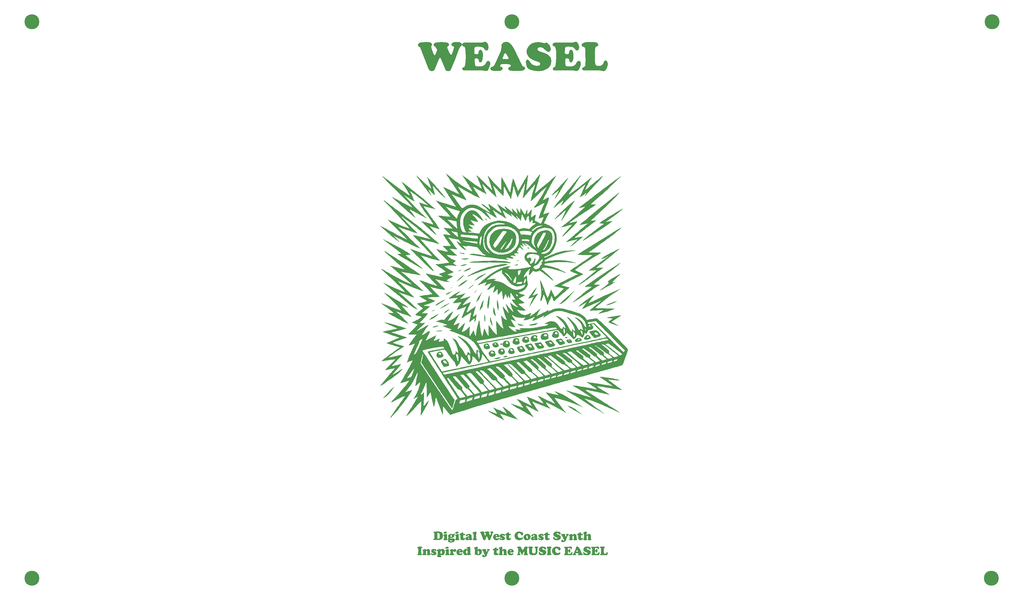
<source format=gbr>
%TF.GenerationSoftware,KiCad,Pcbnew,9.0.1*%
%TF.CreationDate,2025-10-30T11:08:16+00:00*%
%TF.ProjectId,WEASEL_KiCad,57454153-454c-45f4-9b69-4361642e6b69,rev?*%
%TF.SameCoordinates,Original*%
%TF.FileFunction,Soldermask,Top*%
%TF.FilePolarity,Negative*%
%FSLAX46Y46*%
G04 Gerber Fmt 4.6, Leading zero omitted, Abs format (unit mm)*
G04 Created by KiCad (PCBNEW 9.0.1) date 2025-10-30 11:08:16*
%MOMM*%
%LPD*%
G01*
G04 APERTURE LIST*
%ADD10C,0.250000*%
%ADD11C,0.000000*%
%ADD12C,5.000000*%
G04 APERTURE END LIST*
D10*
G36*
X156928733Y-428333473D02*
G01*
X156731507Y-427851704D01*
X156517134Y-427504262D01*
X156282101Y-427316202D01*
X155987510Y-427107129D01*
X155830655Y-426884565D01*
X155780182Y-426638428D01*
X155846401Y-426375682D01*
X156057596Y-426149028D01*
X156478264Y-425950080D01*
X157218809Y-425799123D01*
X158422889Y-425737172D01*
X159658431Y-425799011D01*
X160423849Y-425949663D01*
X160640319Y-426051282D01*
X160804867Y-426195127D01*
X160914131Y-426374705D01*
X160949581Y-426568819D01*
X160930625Y-426732376D01*
X160881804Y-426838096D01*
X160519103Y-427191027D01*
X160391852Y-427338554D01*
X160354850Y-427476181D01*
X160404193Y-427742526D01*
X160612526Y-428267528D01*
X161002094Y-429113219D01*
X161377006Y-429827629D01*
X161497706Y-429942068D01*
X161620028Y-429976006D01*
X161750901Y-429936836D01*
X161875262Y-429803815D01*
X162161636Y-429111997D01*
X162489533Y-428147238D01*
X162597419Y-427752437D01*
X162625087Y-427521976D01*
X162558283Y-427303848D01*
X162352146Y-427173320D01*
X162008459Y-427004157D01*
X161825165Y-426787030D01*
X161764131Y-426509590D01*
X161812887Y-426261430D01*
X161956336Y-426067408D01*
X162215981Y-425914858D01*
X162740075Y-425790637D01*
X163689376Y-425737172D01*
X164317201Y-425780120D01*
X164728629Y-425887992D01*
X165032020Y-426065712D01*
X165197569Y-426285266D01*
X165253140Y-426559660D01*
X165228578Y-426751627D01*
X165158496Y-426908927D01*
X164781752Y-427295441D01*
X164617916Y-427458913D01*
X164502094Y-427626390D01*
X164199843Y-428359119D01*
X163004274Y-431569691D01*
X161924110Y-434241708D01*
X161540649Y-435009241D01*
X161371789Y-435232196D01*
X161198709Y-435365225D01*
X160991291Y-435439578D01*
X160697401Y-435467807D01*
X160310077Y-435417850D01*
X160027565Y-435281572D01*
X159804352Y-435050966D01*
X159600140Y-434670354D01*
X158247034Y-431432915D01*
X158088276Y-431105019D01*
X157951500Y-431041516D01*
X157833330Y-431078672D01*
X157719470Y-431206990D01*
X157334177Y-432087486D01*
X156405443Y-434418173D01*
X156123711Y-434989062D01*
X155903524Y-435261422D01*
X155622568Y-435410190D01*
X155178123Y-435467807D01*
X154773629Y-435411204D01*
X154486305Y-435257147D01*
X154261189Y-434993504D01*
X154025907Y-434518923D01*
X151512038Y-428036718D01*
X151300157Y-427573267D01*
X150940509Y-427341237D01*
X150741519Y-427191828D01*
X150623537Y-426991194D01*
X150581473Y-426722081D01*
X150648639Y-426420722D01*
X150855153Y-426170186D01*
X151249164Y-425958194D01*
X151921236Y-425800967D01*
X152992149Y-425737172D01*
X154133123Y-425787503D01*
X154767184Y-425904478D01*
X155076063Y-426062972D01*
X155247606Y-426283062D01*
X155306961Y-426582252D01*
X155278262Y-426811840D01*
X155077373Y-427126303D01*
X155020414Y-427259981D01*
X154999215Y-427445650D01*
X155081878Y-427885081D01*
X155454728Y-428894621D01*
X155734997Y-429557740D01*
X155966417Y-430046837D01*
X156032165Y-430106726D01*
X156120290Y-430126826D01*
X156256290Y-430074267D01*
X156426872Y-429867013D01*
X156649075Y-429380054D01*
X156928733Y-428594202D01*
X156961706Y-428470860D01*
X156928733Y-428333473D01*
G37*
G36*
X166835223Y-425932566D02*
G01*
X170346214Y-425932566D01*
X171898378Y-425887381D01*
X172379696Y-425817956D01*
X172847872Y-425701757D01*
X173078681Y-425659014D01*
X173303355Y-425699582D01*
X173515407Y-425825450D01*
X173723482Y-426057130D01*
X173971739Y-426501728D01*
X174124488Y-427010000D01*
X174177774Y-427597081D01*
X174125328Y-428022810D01*
X173984822Y-428322482D01*
X173757026Y-428522624D01*
X173454815Y-428589928D01*
X173239725Y-428563508D01*
X173092115Y-428493452D01*
X172960257Y-428361769D01*
X172748343Y-428067859D01*
X172526833Y-427789951D01*
X172277019Y-427588714D01*
X171994854Y-427454810D01*
X171464480Y-427347066D01*
X170490318Y-427300326D01*
X169975875Y-427341351D01*
X169690831Y-427438105D01*
X169549983Y-427566551D01*
X169483811Y-427725830D01*
X169446790Y-427956118D01*
X169430304Y-429223128D01*
X169471277Y-429570504D01*
X169559752Y-429709171D01*
X169745840Y-429770089D01*
X170264393Y-429801373D01*
X170517984Y-429768529D01*
X170667394Y-429685968D01*
X170762834Y-429539211D01*
X170825541Y-429265870D01*
X170926291Y-428711439D01*
X170999370Y-428570824D01*
X171119243Y-428445214D01*
X171280431Y-428348647D01*
X171466678Y-428316376D01*
X171729721Y-428382278D01*
X171961270Y-428592371D01*
X172083256Y-428837921D01*
X172206124Y-429303117D01*
X172280844Y-429817323D01*
X172306263Y-430361299D01*
X172264164Y-431082990D01*
X172148066Y-431671191D01*
X171969819Y-432148546D01*
X171815638Y-432369819D01*
X171626786Y-432494397D01*
X171391574Y-432536893D01*
X171176858Y-432502039D01*
X171056350Y-432412939D01*
X170982692Y-432254537D01*
X170914690Y-431913463D01*
X170818205Y-431580112D01*
X170646829Y-431357583D01*
X170394885Y-431220057D01*
X170032362Y-431169133D01*
X169773861Y-431220179D01*
X169626919Y-431356589D01*
X169552484Y-431586823D01*
X169518842Y-432063061D01*
X169562805Y-432889213D01*
X169655007Y-433557217D01*
X169754619Y-433715273D01*
X169982903Y-433828327D01*
X170307853Y-433881370D01*
X170920185Y-433904653D01*
X171601996Y-433869618D01*
X172099698Y-433777888D01*
X172454030Y-433645755D01*
X172763435Y-433437096D01*
X173042903Y-433130726D01*
X173293615Y-432706031D01*
X173494852Y-432347128D01*
X173644714Y-432168697D01*
X173821849Y-432065488D01*
X174056263Y-432028867D01*
X174324546Y-432091297D01*
X174545359Y-432283491D01*
X174687908Y-432561930D01*
X174738311Y-432917301D01*
X174691344Y-433347520D01*
X174525209Y-433941900D01*
X174284387Y-434530638D01*
X174004362Y-435033055D01*
X173738747Y-435347517D01*
X173621623Y-435407364D01*
X173468859Y-435428728D01*
X173089061Y-435383543D01*
X172616255Y-435315047D01*
X171924634Y-435272413D01*
X166131804Y-435272413D01*
X165804182Y-435229317D01*
X165579205Y-435114265D01*
X165432545Y-434926836D01*
X165381368Y-434666690D01*
X165405634Y-434480138D01*
X165466853Y-434369325D01*
X165583207Y-434278980D01*
X165850314Y-434137904D01*
X166031147Y-434036939D01*
X166147069Y-433925413D01*
X166227799Y-433780707D01*
X166297279Y-433551722D01*
X166458216Y-432436170D01*
X166521982Y-430783229D01*
X166469021Y-428981875D01*
X166345630Y-427970965D01*
X166195918Y-427473128D01*
X166051204Y-427289946D01*
X165716591Y-427163550D01*
X165488958Y-427047656D01*
X165359151Y-426874644D01*
X165312980Y-426626826D01*
X165346572Y-426414006D01*
X165446703Y-426226879D01*
X165601155Y-426081115D01*
X165799023Y-425994237D01*
X166129577Y-425952080D01*
X166835223Y-425932566D01*
G37*
G36*
X180505726Y-425716459D02*
G01*
X180945661Y-425892771D01*
X181390876Y-426204286D01*
X181758675Y-426595476D01*
X182274436Y-427337106D01*
X182983338Y-428582929D01*
X183937108Y-430514562D01*
X185227931Y-433286108D01*
X185412405Y-433632328D01*
X185530182Y-433788027D01*
X185672129Y-433882303D01*
X185896546Y-433946174D01*
X186190351Y-434045802D01*
X186349147Y-434214351D01*
X186404571Y-434467022D01*
X186340762Y-434769985D01*
X186149575Y-435011626D01*
X185795185Y-435205856D01*
X185377176Y-435316557D01*
X184740983Y-435397080D01*
X183816818Y-435428728D01*
X182371541Y-435389684D01*
X181524599Y-435296837D01*
X181205185Y-435197424D01*
X180970778Y-435039161D01*
X180815705Y-434822965D01*
X180764393Y-434566551D01*
X180793959Y-434369549D01*
X180874302Y-434233159D01*
X181013270Y-434128678D01*
X181276082Y-434016394D01*
X181513441Y-433868623D01*
X181583828Y-433668348D01*
X181527417Y-433427866D01*
X181361996Y-433263232D01*
X181047715Y-433163376D01*
X180393652Y-433106836D01*
X179376483Y-433083997D01*
X178562006Y-433120313D01*
X178300593Y-433187189D01*
X178207443Y-433270564D01*
X178116190Y-433419220D01*
X178036811Y-433742842D01*
X178053185Y-433879820D01*
X178089934Y-433940678D01*
X178459962Y-434086003D01*
X178708140Y-434205996D01*
X178843923Y-434372077D01*
X178890440Y-434596470D01*
X178834523Y-434853506D01*
X178663764Y-435065693D01*
X178340696Y-435243923D01*
X177793155Y-435375478D01*
X176924285Y-435428728D01*
X175887806Y-435383429D01*
X175292743Y-435276687D01*
X175014769Y-435134610D01*
X174856663Y-434924403D01*
X174800593Y-434625169D01*
X174830266Y-434422973D01*
X174910503Y-434283840D01*
X175047892Y-434176700D01*
X175298238Y-434064021D01*
X175695146Y-433868817D01*
X175963800Y-433624384D01*
X176198422Y-433252486D01*
X176612875Y-432403780D01*
X177148700Y-431227140D01*
X178870290Y-431227140D01*
X178932186Y-431351790D01*
X179165213Y-431403606D01*
X180503664Y-431403606D01*
X180786299Y-431353051D01*
X180852931Y-431244237D01*
X180769181Y-430960422D01*
X180343074Y-430156135D01*
X179992586Y-429622465D01*
X179865806Y-429520250D01*
X179745290Y-429489963D01*
X179616168Y-429527956D01*
X179487456Y-429658627D01*
X179353891Y-429935096D01*
X179156054Y-430422360D01*
X178915323Y-431038339D01*
X178870290Y-431227140D01*
X177148700Y-431227140D01*
X177575803Y-430289248D01*
X178051952Y-429195555D01*
X178288381Y-428550849D01*
X178426668Y-427974482D01*
X178475837Y-427423669D01*
X178501606Y-426876819D01*
X178548500Y-426599349D01*
X178650370Y-426376720D01*
X178843423Y-426143225D01*
X179187634Y-425876029D01*
X179587498Y-425715003D01*
X180059752Y-425659014D01*
X180505726Y-425716459D01*
G37*
G36*
X190786898Y-425737172D02*
G01*
X191539073Y-425812935D01*
X192637038Y-426087050D01*
X192850140Y-426127350D01*
X193253140Y-426005228D01*
X193491888Y-425963096D01*
X193773736Y-426027527D01*
X194093921Y-426248125D01*
X194473744Y-426695214D01*
X194771431Y-427201642D01*
X194935535Y-427662569D01*
X194987265Y-428090452D01*
X194927332Y-428454232D01*
X194752791Y-428750518D01*
X194491014Y-428953470D01*
X194181874Y-429019796D01*
X193920761Y-428989847D01*
X193728803Y-428908665D01*
X192972872Y-428255926D01*
X192397644Y-427811360D01*
X191871028Y-427571001D01*
X191374302Y-427495720D01*
X191026362Y-427543518D01*
X190775907Y-427674018D01*
X190609430Y-427879028D01*
X190553646Y-428140521D01*
X190604935Y-428383095D01*
X190765793Y-428604496D01*
X191071745Y-428814784D01*
X191584962Y-429010026D01*
X192871157Y-429411420D01*
X193397854Y-429616359D01*
X194063571Y-430015134D01*
X194548054Y-430459704D01*
X194881819Y-430951926D01*
X195082055Y-431502088D01*
X195150907Y-432127786D01*
X195102097Y-432697693D01*
X194959896Y-433212800D01*
X194725730Y-433683672D01*
X194394457Y-434118143D01*
X193954728Y-434520755D01*
X193325124Y-434921017D01*
X192596297Y-435216112D01*
X191750530Y-435402136D01*
X190766138Y-435467807D01*
X189880585Y-435417405D01*
X188917219Y-435259590D01*
X188019657Y-435012040D01*
X187510380Y-434770493D01*
X187319859Y-434595440D01*
X187120393Y-434292508D01*
X186912596Y-433813061D01*
X186712455Y-433076201D01*
X186648203Y-432378745D01*
X186687422Y-432065906D01*
X186789253Y-431863393D01*
X186990314Y-431693553D01*
X187234997Y-431638079D01*
X187486905Y-431699588D01*
X187747296Y-431904914D01*
X188426291Y-432849523D01*
X188734499Y-433176250D01*
X189220691Y-433464405D01*
X189777646Y-433648426D01*
X190349703Y-433709258D01*
X190819139Y-433659696D01*
X191156926Y-433527297D01*
X191392276Y-433312921D01*
X191464061Y-433064457D01*
X191406358Y-432824857D01*
X191222872Y-432610165D01*
X190937063Y-432438807D01*
X190432746Y-432249907D01*
X189516684Y-431950925D01*
X188939812Y-431706467D01*
X188444551Y-431417167D01*
X187979937Y-431058613D01*
X187486569Y-430538650D01*
X187153187Y-430007499D01*
X186958615Y-429456927D01*
X186893667Y-428874471D01*
X186963094Y-428281725D01*
X187175157Y-427696610D01*
X187513946Y-427163664D01*
X187973831Y-426703152D01*
X188574511Y-426284633D01*
X189235427Y-425984818D01*
X189967986Y-425800784D01*
X190786898Y-425737172D01*
G37*
G36*
X197101797Y-425932566D02*
G01*
X200612788Y-425932566D01*
X202164951Y-425887381D01*
X202646269Y-425817956D01*
X203114445Y-425701757D01*
X203345255Y-425659014D01*
X203569928Y-425699582D01*
X203781980Y-425825450D01*
X203990056Y-426057130D01*
X204238313Y-426501728D01*
X204391062Y-427010000D01*
X204444348Y-427597081D01*
X204391902Y-428022810D01*
X204251396Y-428322482D01*
X204023600Y-428522624D01*
X203721389Y-428589928D01*
X203506298Y-428563508D01*
X203358688Y-428493452D01*
X203226831Y-428361769D01*
X203014916Y-428067859D01*
X202793407Y-427789951D01*
X202543593Y-427588714D01*
X202261427Y-427454810D01*
X201731054Y-427347066D01*
X200756891Y-427300326D01*
X200242448Y-427341351D01*
X199957405Y-427438105D01*
X199816556Y-427566551D01*
X199750384Y-427725830D01*
X199713364Y-427956118D01*
X199696877Y-429223128D01*
X199737851Y-429570504D01*
X199826326Y-429709171D01*
X200012414Y-429770089D01*
X200530967Y-429801373D01*
X200784557Y-429768529D01*
X200933967Y-429685968D01*
X201029407Y-429539211D01*
X201092115Y-429265870D01*
X201192865Y-428711439D01*
X201265943Y-428570824D01*
X201385817Y-428445214D01*
X201547004Y-428348647D01*
X201733252Y-428316376D01*
X201996295Y-428382278D01*
X202227844Y-428592371D01*
X202349830Y-428837921D01*
X202472697Y-429303117D01*
X202547417Y-429817323D01*
X202572837Y-430361299D01*
X202530738Y-431082990D01*
X202414639Y-431671191D01*
X202236392Y-432148546D01*
X202082212Y-432369819D01*
X201893359Y-432494397D01*
X201658147Y-432536893D01*
X201443432Y-432502039D01*
X201322924Y-432412939D01*
X201249266Y-432254537D01*
X201181263Y-431913463D01*
X201084779Y-431580112D01*
X200913402Y-431357583D01*
X200661459Y-431220057D01*
X200298936Y-431169133D01*
X200040435Y-431220179D01*
X199893493Y-431356589D01*
X199819058Y-431586823D01*
X199785415Y-432063061D01*
X199829379Y-432889213D01*
X199921581Y-433557217D01*
X200021192Y-433715273D01*
X200249477Y-433828327D01*
X200574426Y-433881370D01*
X201186759Y-433904653D01*
X201868570Y-433869618D01*
X202366272Y-433777888D01*
X202720604Y-433645755D01*
X203030009Y-433437096D01*
X203309477Y-433130726D01*
X203560188Y-432706031D01*
X203761426Y-432347128D01*
X203911288Y-432168697D01*
X204088422Y-432065488D01*
X204322837Y-432028867D01*
X204591119Y-432091297D01*
X204811933Y-432283491D01*
X204954481Y-432561930D01*
X205004885Y-432917301D01*
X204957918Y-433347520D01*
X204791783Y-433941900D01*
X204550961Y-434530638D01*
X204270935Y-435033055D01*
X204005321Y-435347517D01*
X203888197Y-435407364D01*
X203735433Y-435428728D01*
X203355635Y-435383543D01*
X202882829Y-435315047D01*
X202191207Y-435272413D01*
X196398378Y-435272413D01*
X196070756Y-435229317D01*
X195845778Y-435114265D01*
X195699118Y-434926836D01*
X195647941Y-434666690D01*
X195672208Y-434480138D01*
X195733426Y-434369325D01*
X195849781Y-434278980D01*
X196116888Y-434137904D01*
X196297720Y-434036939D01*
X196413643Y-433925413D01*
X196494372Y-433780707D01*
X196563852Y-433551722D01*
X196724790Y-432436170D01*
X196788556Y-430783229D01*
X196735595Y-428981875D01*
X196612203Y-427970965D01*
X196462491Y-427473128D01*
X196317777Y-427289946D01*
X195983165Y-427163550D01*
X195755532Y-427047656D01*
X195625724Y-426874644D01*
X195579553Y-426626826D01*
X195613145Y-426414006D01*
X195713276Y-426226879D01*
X195867728Y-426081115D01*
X196065597Y-425994237D01*
X196396150Y-425952080D01*
X197101797Y-425932566D01*
G37*
G36*
X209771895Y-428888515D02*
G01*
X209771895Y-432034363D01*
X209800482Y-432754493D01*
X209868215Y-433174193D01*
X209953245Y-433394185D01*
X210132199Y-433576586D01*
X210426182Y-433699890D01*
X210886253Y-433748337D01*
X211391128Y-433706532D01*
X211789656Y-433591736D01*
X212103803Y-433413724D01*
X212360828Y-433161444D01*
X212568968Y-432819603D01*
X212725401Y-432367144D01*
X212834537Y-432101812D01*
X212992169Y-431959841D01*
X213209002Y-431911631D01*
X213440431Y-431948060D01*
X213639242Y-432055718D01*
X213814724Y-432243801D01*
X213985704Y-432609645D01*
X214047976Y-433101094D01*
X213984495Y-433654703D01*
X213782649Y-434257410D01*
X213416609Y-434924977D01*
X213212741Y-435204918D01*
X213061846Y-435351791D01*
X212894593Y-435437829D01*
X212688154Y-435467807D01*
X211172017Y-435272413D01*
X206398290Y-435272413D01*
X205958969Y-435238445D01*
X205726012Y-435160061D01*
X205563042Y-435031112D01*
X205468692Y-434871332D01*
X205435974Y-434670354D01*
X205462470Y-434488457D01*
X205531839Y-434373599D01*
X205986741Y-434103710D01*
X206306636Y-433878877D01*
X206475837Y-433594464D01*
X206532619Y-433187246D01*
X206563154Y-431961701D01*
X206528960Y-430145145D01*
X206488050Y-428430560D01*
X206461978Y-427929658D01*
X206405007Y-427689893D01*
X206282689Y-427525778D01*
X206057572Y-427406572D01*
X205646734Y-427245715D01*
X205477495Y-427150117D01*
X205304687Y-426953915D01*
X205251570Y-426744063D01*
X205295101Y-426522703D01*
X205429542Y-426323281D01*
X205679823Y-426136681D01*
X206091766Y-425964928D01*
X206569157Y-425846819D01*
X207189525Y-425766880D01*
X207982816Y-425737172D01*
X209226608Y-425777641D01*
X209968510Y-425874558D01*
X210386443Y-426011232D01*
X210642655Y-426183974D01*
X210783545Y-426387834D01*
X210830687Y-426634154D01*
X210798487Y-426846712D01*
X210713451Y-426982200D01*
X210552139Y-427093973D01*
X210156577Y-427282008D01*
X209952190Y-427434816D01*
X209838451Y-427670354D01*
X209793726Y-428027227D01*
X209771895Y-428888515D01*
G37*
G36*
X157707818Y-589378434D02*
G01*
X157951515Y-589416029D01*
X158137476Y-589471589D01*
X158330690Y-589566893D01*
X158495477Y-589687780D01*
X158635054Y-589835299D01*
X158751136Y-590012159D01*
X158829060Y-590181230D01*
X158886283Y-590368386D01*
X158921932Y-590576179D01*
X158934318Y-590807536D01*
X158917513Y-591039363D01*
X158866358Y-591274284D01*
X158784778Y-591496582D01*
X158683175Y-591679300D01*
X158552857Y-591839243D01*
X158401138Y-591972730D01*
X158226034Y-592081522D01*
X158024453Y-592166015D01*
X157771759Y-592227471D01*
X157497804Y-592248447D01*
X157249775Y-592239837D01*
X157036734Y-592233609D01*
X156600395Y-592225000D01*
X156452933Y-592225000D01*
X156164421Y-592239105D01*
X156024470Y-592248447D01*
X155894541Y-592231173D01*
X155797141Y-592183417D01*
X155747727Y-592134681D01*
X155719024Y-592078602D01*
X155709214Y-592012508D01*
X155719700Y-591944538D01*
X155748414Y-591896920D01*
X155796012Y-591861533D01*
X155875543Y-591830242D01*
X155945378Y-591802141D01*
X155982888Y-591765579D01*
X156005117Y-591709307D01*
X156026851Y-591588625D01*
X156056527Y-590989436D01*
X156069899Y-590104483D01*
X156063700Y-589986880D01*
X157036551Y-589986880D01*
X157036551Y-591581481D01*
X157051893Y-591696659D01*
X157090040Y-591761915D01*
X157155741Y-591799565D01*
X157270475Y-591814672D01*
X157421901Y-591797568D01*
X157545916Y-591749177D01*
X157648800Y-591670194D01*
X157733836Y-591556439D01*
X157800814Y-591399453D01*
X157846092Y-591187379D01*
X157863069Y-590905722D01*
X157844806Y-590570377D01*
X157796089Y-590315701D01*
X157724217Y-590125366D01*
X157634339Y-589991761D01*
X157521792Y-589899014D01*
X157382645Y-589841953D01*
X157208926Y-589821650D01*
X157122148Y-589832527D01*
X157074653Y-589859019D01*
X157047483Y-589905180D01*
X157036551Y-589986880D01*
X156063700Y-589986880D01*
X156061634Y-589947693D01*
X156044070Y-589877520D01*
X156004734Y-589830151D01*
X155922071Y-589787395D01*
X155838584Y-589739756D01*
X155792499Y-589678355D01*
X155776808Y-589599084D01*
X155787685Y-589535437D01*
X155819733Y-589482543D01*
X155876276Y-589437517D01*
X155987207Y-589395765D01*
X156151598Y-589379631D01*
X156286970Y-589381646D01*
X156536830Y-589387875D01*
X157198484Y-589368640D01*
X157393390Y-589364427D01*
X157707818Y-589378434D01*
G37*
G36*
X160250482Y-590318440D02*
G01*
X160250482Y-591513337D01*
X160257978Y-591644496D01*
X160275578Y-591718684D01*
X160311529Y-591778172D01*
X160377244Y-591837569D01*
X160463889Y-591916521D01*
X160480282Y-591952713D01*
X160486237Y-592000785D01*
X160467605Y-592083334D01*
X160410112Y-592152216D01*
X160299937Y-592210723D01*
X160111386Y-592254222D01*
X159810295Y-592271894D01*
X159467659Y-592255520D01*
X159236935Y-592214192D01*
X159169791Y-592184632D01*
X159118050Y-592140186D01*
X159084053Y-592083278D01*
X159072804Y-592019103D01*
X159079197Y-591965937D01*
X159096068Y-591929710D01*
X159212389Y-591829143D01*
X159263375Y-591771657D01*
X159300499Y-591677651D01*
X159319121Y-591558781D01*
X159326877Y-591360746D01*
X159317535Y-591107039D01*
X159304346Y-590890334D01*
X159272829Y-590821078D01*
X159193155Y-590765404D01*
X159117300Y-590718188D01*
X159076180Y-590662515D01*
X159062546Y-590595411D01*
X159079760Y-590517399D01*
X159132525Y-590452276D01*
X159232356Y-590396842D01*
X159467607Y-590315963D01*
X159724932Y-590246816D01*
X159974240Y-590198142D01*
X160131963Y-590185083D01*
X160197915Y-590199961D01*
X160235883Y-590241260D01*
X160250482Y-590318440D01*
G37*
G36*
X159838872Y-589423046D02*
G01*
X160007114Y-589441731D01*
X160125552Y-589491372D01*
X160185926Y-589543566D01*
X160220433Y-589604134D01*
X160232164Y-589676203D01*
X160214846Y-589775138D01*
X160163277Y-589859203D01*
X160071330Y-589932658D01*
X159898090Y-590012219D01*
X159697468Y-590062032D01*
X159463898Y-590079570D01*
X159322492Y-590063554D01*
X159223013Y-590020952D01*
X159154322Y-589962493D01*
X159114871Y-589893471D01*
X159101380Y-589810109D01*
X159115348Y-589729654D01*
X159157811Y-589657151D01*
X159234577Y-589589468D01*
X159357103Y-589526360D01*
X159531128Y-589467270D01*
X159691000Y-589433749D01*
X159838872Y-589423046D01*
G37*
G36*
X162827441Y-590069964D02*
G01*
X162873100Y-590116024D01*
X162903100Y-590179732D01*
X162913401Y-590254509D01*
X162901363Y-590340242D01*
X162860644Y-590445568D01*
X162800853Y-590543510D01*
X162733149Y-590615928D01*
X162696460Y-590654543D01*
X162688086Y-590676378D01*
X162692117Y-590724188D01*
X162698345Y-590802041D01*
X162679493Y-590957625D01*
X162624689Y-591092544D01*
X162532748Y-591211819D01*
X162427238Y-591300297D01*
X162300744Y-591376565D01*
X162150264Y-591440247D01*
X161908930Y-591500631D01*
X161636987Y-591521580D01*
X161503081Y-591513337D01*
X161421748Y-591507109D01*
X161363512Y-591519238D01*
X161331092Y-591551905D01*
X161318983Y-591610973D01*
X161335334Y-591669700D01*
X161387493Y-591717035D01*
X161463634Y-591745203D01*
X161575438Y-591756053D01*
X161816506Y-591733339D01*
X162131382Y-591695533D01*
X162313296Y-591685711D01*
X162474384Y-591696337D01*
X162597750Y-591724913D01*
X162691201Y-591767777D01*
X162787655Y-591843016D01*
X162862476Y-591944364D01*
X162909861Y-592062098D01*
X162925674Y-592188363D01*
X162909507Y-592324815D01*
X162859898Y-592460818D01*
X162772717Y-592599424D01*
X162638256Y-592737571D01*
X162463086Y-592853374D01*
X162239290Y-592946188D01*
X162053621Y-592993463D01*
X161842390Y-593023401D01*
X161602183Y-593033932D01*
X161299687Y-593016046D01*
X161056367Y-592967003D01*
X160861761Y-592892149D01*
X160741445Y-592813482D01*
X160650368Y-592715744D01*
X160590636Y-592602323D01*
X160571600Y-592488415D01*
X160582798Y-592408991D01*
X160586535Y-592400854D01*
X161173537Y-592400854D01*
X161187035Y-592473674D01*
X161227976Y-592537584D01*
X161302497Y-592595577D01*
X161391720Y-592635377D01*
X161502295Y-592661154D01*
X161639002Y-592670498D01*
X161826269Y-592655420D01*
X161949862Y-592617192D01*
X162014924Y-592574362D01*
X162049947Y-592525999D01*
X162061420Y-592469731D01*
X162051351Y-592424417D01*
X162020204Y-592385467D01*
X161974807Y-592359793D01*
X161917622Y-592350846D01*
X161824383Y-592359089D01*
X161567195Y-592377407D01*
X161365878Y-592367149D01*
X161248275Y-592350662D01*
X161218966Y-592346816D01*
X161185550Y-592359567D01*
X161173537Y-592400854D01*
X160586535Y-592400854D01*
X160616480Y-592335642D01*
X160668325Y-592275094D01*
X160730969Y-592235807D01*
X160777970Y-592208777D01*
X160788854Y-592187447D01*
X160780108Y-592166599D01*
X160739578Y-592125348D01*
X160642232Y-592023428D01*
X160590036Y-591927063D01*
X160573615Y-591832440D01*
X160592197Y-591733084D01*
X160653483Y-591623613D01*
X160743190Y-591528392D01*
X160851502Y-591457650D01*
X160888700Y-591432093D01*
X160897481Y-591413136D01*
X160886806Y-591386277D01*
X160837764Y-591332903D01*
X160742125Y-591228959D01*
X160676656Y-591120348D01*
X160637956Y-591005345D01*
X160624906Y-590881359D01*
X160641844Y-590760642D01*
X161444097Y-590760642D01*
X161462458Y-590961484D01*
X161510409Y-591101360D01*
X161562797Y-591175653D01*
X161619800Y-591215537D01*
X161684065Y-591228489D01*
X161779460Y-591208561D01*
X161851860Y-591149904D01*
X161897267Y-591061384D01*
X161913959Y-590937779D01*
X161895558Y-590740263D01*
X161848563Y-590610066D01*
X161797331Y-590543290D01*
X161737321Y-590504614D01*
X161665564Y-590489898D01*
X161575155Y-590508548D01*
X161504913Y-590563721D01*
X161460309Y-590646664D01*
X161444097Y-590760642D01*
X160641844Y-590760642D01*
X160643481Y-590748972D01*
X160700377Y-590620690D01*
X160789471Y-590506971D01*
X160910487Y-590409115D01*
X161080744Y-590316199D01*
X161258739Y-590250209D01*
X161446212Y-590210330D01*
X161645231Y-590196807D01*
X161809380Y-590206499D01*
X162002802Y-590238023D01*
X162257975Y-590274842D01*
X162399715Y-590256423D01*
X162545393Y-590198915D01*
X162698894Y-590095690D01*
X162748511Y-590063970D01*
X162778395Y-590056123D01*
X162827441Y-590069964D01*
G37*
G36*
X164172045Y-590318440D02*
G01*
X164172045Y-591513337D01*
X164179541Y-591644496D01*
X164197141Y-591718684D01*
X164233092Y-591778172D01*
X164298807Y-591837569D01*
X164385452Y-591916521D01*
X164401845Y-591952713D01*
X164407800Y-592000785D01*
X164389168Y-592083334D01*
X164331675Y-592152216D01*
X164221500Y-592210723D01*
X164032949Y-592254222D01*
X163731858Y-592271894D01*
X163389222Y-592255520D01*
X163158498Y-592214192D01*
X163091354Y-592184632D01*
X163039613Y-592140186D01*
X163005616Y-592083278D01*
X162994367Y-592019103D01*
X163000760Y-591965937D01*
X163017631Y-591929710D01*
X163133952Y-591829143D01*
X163184938Y-591771657D01*
X163222062Y-591677651D01*
X163240684Y-591558781D01*
X163248441Y-591360746D01*
X163239098Y-591107039D01*
X163225909Y-590890334D01*
X163194392Y-590821078D01*
X163114718Y-590765404D01*
X163038863Y-590718188D01*
X162997743Y-590662515D01*
X162984109Y-590595411D01*
X163001323Y-590517399D01*
X163054088Y-590452276D01*
X163153919Y-590396842D01*
X163389170Y-590315963D01*
X163646495Y-590246816D01*
X163895803Y-590198142D01*
X164053526Y-590185083D01*
X164119478Y-590199961D01*
X164157446Y-590241260D01*
X164172045Y-590318440D01*
G37*
G36*
X163760435Y-589423046D02*
G01*
X163928677Y-589441731D01*
X164047115Y-589491372D01*
X164107489Y-589543566D01*
X164141997Y-589604134D01*
X164153727Y-589676203D01*
X164136409Y-589775138D01*
X164084840Y-589859203D01*
X163992893Y-589932658D01*
X163819653Y-590012219D01*
X163619031Y-590062032D01*
X163385461Y-590079570D01*
X163244056Y-590063554D01*
X163144576Y-590020952D01*
X163075885Y-589962493D01*
X163036434Y-589893471D01*
X163022943Y-589810109D01*
X163036911Y-589729654D01*
X163079374Y-589657151D01*
X163156140Y-589589468D01*
X163278666Y-589526360D01*
X163452691Y-589467270D01*
X163612564Y-589433749D01*
X163760435Y-589423046D01*
G37*
G36*
X165744847Y-590711182D02*
G01*
X165744847Y-591401962D01*
X165760464Y-591514171D01*
X165803831Y-591598333D01*
X165871378Y-591655326D01*
X165954041Y-591673988D01*
X166036422Y-591658465D01*
X166162319Y-591599616D01*
X166226616Y-591580198D01*
X166274113Y-591594292D01*
X166321321Y-591642663D01*
X166353161Y-591707978D01*
X166363636Y-591777669D01*
X166349555Y-591859853D01*
X166304981Y-591942924D01*
X166222219Y-592030094D01*
X166069161Y-592140457D01*
X165902032Y-592219062D01*
X165718031Y-592267077D01*
X165513488Y-592283618D01*
X165349869Y-592270794D01*
X165209361Y-592234330D01*
X165087964Y-592175931D01*
X164982626Y-592095490D01*
X164895796Y-591995184D01*
X164833803Y-591881125D01*
X164795574Y-591750602D01*
X164782225Y-591599799D01*
X164782225Y-590647801D01*
X164772699Y-590593396D01*
X164718294Y-590583688D01*
X164507268Y-590583688D01*
X164451764Y-590577134D01*
X164427035Y-590562438D01*
X164414819Y-590533833D01*
X164409083Y-590466817D01*
X164409083Y-590376142D01*
X164423107Y-590319019D01*
X164458908Y-590280887D01*
X165397900Y-589688476D01*
X165486926Y-589669242D01*
X165652889Y-589669242D01*
X165700903Y-589676628D01*
X165725979Y-589694888D01*
X165739042Y-589726723D01*
X165744847Y-589791974D01*
X165744847Y-590068946D01*
X165750416Y-590121785D01*
X165762615Y-590144783D01*
X165786498Y-590156319D01*
X165841384Y-590161636D01*
X166220571Y-590161636D01*
X166290451Y-590170651D01*
X166323153Y-590191495D01*
X166339764Y-590230101D01*
X166347333Y-590314593D01*
X166347333Y-590436959D01*
X166338291Y-590529522D01*
X166317108Y-590578558D01*
X166278180Y-590607508D01*
X166208298Y-590618859D01*
X165837354Y-590618859D01*
X165787859Y-590624499D01*
X165763531Y-590637543D01*
X165750495Y-590661718D01*
X165744847Y-590711182D01*
G37*
G36*
X167879733Y-590183079D02*
G01*
X168080301Y-590244443D01*
X168254808Y-590344085D01*
X168369502Y-590451742D01*
X168440006Y-590568117D01*
X168477856Y-590706565D01*
X168492762Y-590913415D01*
X168488732Y-591220429D01*
X168503261Y-591510636D01*
X168533245Y-591632039D01*
X168574278Y-591687543D01*
X168657992Y-591709159D01*
X168710169Y-591736948D01*
X168728517Y-591801666D01*
X168710012Y-591900575D01*
X168648650Y-592011043D01*
X168558352Y-592109567D01*
X168442753Y-592192210D01*
X168282936Y-592261097D01*
X168118155Y-592283618D01*
X167979763Y-592266130D01*
X167866790Y-592216352D01*
X167773223Y-592133958D01*
X167730412Y-592093426D01*
X167697935Y-592082850D01*
X167657395Y-592092948D01*
X167592788Y-592132859D01*
X167448938Y-592216583D01*
X167293866Y-592266607D01*
X167124025Y-592283618D01*
X166947175Y-592269338D01*
X166803432Y-592229660D01*
X166686403Y-592167480D01*
X166588299Y-592079511D01*
X166512197Y-591967262D01*
X166463989Y-591840462D01*
X166448083Y-591708975D01*
X166462042Y-591607676D01*
X167291820Y-591607676D01*
X167304029Y-591699494D01*
X167337432Y-591766495D01*
X167390561Y-591811445D01*
X167458149Y-591826395D01*
X167521986Y-591811986D01*
X167569139Y-591769147D01*
X167602538Y-591688209D01*
X167616235Y-591548874D01*
X167609170Y-591444923D01*
X167593887Y-591397199D01*
X167563586Y-591369268D01*
X167509440Y-591357449D01*
X167428522Y-591375355D01*
X167356666Y-591431271D01*
X167308223Y-591511673D01*
X167291820Y-591607676D01*
X166462042Y-591607676D01*
X166466947Y-591572082D01*
X166523538Y-591446072D01*
X166622106Y-591326857D01*
X166763573Y-591218822D01*
X166939910Y-591137370D01*
X167158672Y-591084299D01*
X167429390Y-591064357D01*
X167534842Y-591056933D01*
X167575020Y-591042009D01*
X167594967Y-591010142D01*
X167603962Y-590935580D01*
X167590711Y-590733049D01*
X167559815Y-590621240D01*
X167523346Y-590566715D01*
X167476861Y-590535758D01*
X167417117Y-590525069D01*
X167360843Y-590534134D01*
X167310688Y-590561339D01*
X167262975Y-590606890D01*
X167192535Y-590695429D01*
X167088969Y-590821364D01*
X166991627Y-590901150D01*
X166898532Y-590944897D01*
X166806570Y-590958845D01*
X166711675Y-590942960D01*
X166638409Y-590897479D01*
X166589943Y-590827534D01*
X166573196Y-590736461D01*
X166591955Y-590638802D01*
X166653064Y-590535327D01*
X166744435Y-590443600D01*
X166869402Y-590360205D01*
X167123453Y-590249118D01*
X167381522Y-590183504D01*
X167646827Y-590161636D01*
X167879733Y-590183079D01*
G37*
G36*
X170044132Y-590601823D02*
G01*
X170044132Y-591258897D01*
X170048818Y-591651791D01*
X170056954Y-591764296D01*
X170086264Y-591824177D01*
X170155323Y-591871824D01*
X170224612Y-591907253D01*
X170259004Y-591935022D01*
X170278631Y-591969629D01*
X170285932Y-592020385D01*
X170273806Y-592086312D01*
X170236473Y-592146964D01*
X170179978Y-592194588D01*
X170105498Y-592226648D01*
X169931785Y-592258111D01*
X169605777Y-592271894D01*
X169238765Y-592253629D01*
X169048353Y-592212360D01*
X168979473Y-592177330D01*
X168924889Y-592127730D01*
X168888106Y-592067401D01*
X168876529Y-592006646D01*
X168883722Y-591959752D01*
X168903273Y-591927512D01*
X168938881Y-591901055D01*
X169017396Y-591862482D01*
X169058098Y-591831882D01*
X169090483Y-591774323D01*
X169112284Y-591677102D01*
X169135609Y-591383665D01*
X169145074Y-590922208D01*
X169135713Y-590468193D01*
X169116680Y-590283269D01*
X169087554Y-590195394D01*
X169040908Y-590126765D01*
X168975813Y-590073892D01*
X168897765Y-590021562D01*
X168856012Y-589979003D01*
X168831883Y-589929856D01*
X168823406Y-589868545D01*
X168833786Y-589803354D01*
X168865226Y-589743666D01*
X168921225Y-589687194D01*
X169036089Y-589618748D01*
X169231352Y-589545594D01*
X169384130Y-589505321D01*
X169598816Y-589462613D01*
X169809814Y-589431088D01*
X169927628Y-589423046D01*
X170000811Y-589435856D01*
X170050573Y-589471208D01*
X170082847Y-589531929D01*
X170095423Y-589629492D01*
X170074906Y-589931010D01*
X170044132Y-590601823D01*
G37*
G36*
X173270702Y-590143318D02*
G01*
X173211534Y-589998787D01*
X173147222Y-589894554D01*
X173076712Y-589838136D01*
X172988335Y-589775414D01*
X172941278Y-589708645D01*
X172926136Y-589634804D01*
X172946002Y-589555980D01*
X173009361Y-589487984D01*
X173135561Y-589428300D01*
X173357724Y-589383013D01*
X173718948Y-589364427D01*
X174089611Y-589382979D01*
X174319236Y-589428175D01*
X174384177Y-589458660D01*
X174433542Y-589501814D01*
X174466321Y-589555687D01*
X174476956Y-589613921D01*
X174471269Y-589662988D01*
X174456623Y-589694705D01*
X174347813Y-589800584D01*
X174309637Y-589844842D01*
X174298537Y-589886130D01*
X174313339Y-589966033D01*
X174375839Y-590123534D01*
X174492710Y-590377241D01*
X174605183Y-590591564D01*
X174641393Y-590625896D01*
X174678090Y-590636078D01*
X174717352Y-590624327D01*
X174754660Y-590584420D01*
X174840573Y-590376875D01*
X174938941Y-590087447D01*
X174971307Y-589969007D01*
X174979608Y-589899869D01*
X174959567Y-589834430D01*
X174897725Y-589795272D01*
X174794619Y-589744523D01*
X174739631Y-589679385D01*
X174721321Y-589596153D01*
X174735948Y-589521705D01*
X174778982Y-589463498D01*
X174856876Y-589417733D01*
X175014104Y-589380467D01*
X175298894Y-589364427D01*
X175487242Y-589377312D01*
X175610670Y-589409673D01*
X175701688Y-589462989D01*
X175751352Y-589528855D01*
X175768024Y-589611174D01*
X175760655Y-589668764D01*
X175739630Y-589715954D01*
X175626607Y-589831908D01*
X175577457Y-589880950D01*
X175542710Y-589931193D01*
X175452035Y-590151011D01*
X175093364Y-591114183D01*
X174769315Y-591915788D01*
X174654276Y-592146048D01*
X174603618Y-592212935D01*
X174551694Y-592252843D01*
X174489469Y-592275149D01*
X174401302Y-592283618D01*
X174285105Y-592268631D01*
X174200351Y-592227747D01*
X174133387Y-592158566D01*
X174072123Y-592044382D01*
X173666192Y-591073150D01*
X173618565Y-590974781D01*
X173577532Y-590955730D01*
X173542081Y-590966877D01*
X173507923Y-591005373D01*
X173392335Y-591269521D01*
X173113715Y-591968728D01*
X173029195Y-592139994D01*
X172963139Y-592221702D01*
X172878852Y-592266333D01*
X172745518Y-592283618D01*
X172624170Y-592266637D01*
X172537973Y-592220420D01*
X172470438Y-592141327D01*
X172399854Y-591998953D01*
X171645693Y-590054291D01*
X171582129Y-589915256D01*
X171474234Y-589845647D01*
X171414537Y-589800824D01*
X171379143Y-589740634D01*
X171366523Y-589659900D01*
X171386673Y-589569492D01*
X171448628Y-589494331D01*
X171566831Y-589430734D01*
X171768452Y-589383566D01*
X172089726Y-589364427D01*
X172432019Y-589379527D01*
X172622237Y-589414619D01*
X172714901Y-589462167D01*
X172766363Y-589528194D01*
X172784170Y-589617951D01*
X172775560Y-589686828D01*
X172715293Y-589781167D01*
X172698206Y-589821270D01*
X172691846Y-589876971D01*
X172716645Y-590008800D01*
X172828500Y-590311662D01*
X172912581Y-590510598D01*
X172982007Y-590657327D01*
X173001731Y-590675294D01*
X173028168Y-590681324D01*
X173068968Y-590665556D01*
X173120143Y-590603380D01*
X173186804Y-590457292D01*
X173270702Y-590221536D01*
X173280593Y-590184534D01*
X173270702Y-590143318D01*
G37*
G36*
X177014896Y-590176331D02*
G01*
X177188139Y-590218867D01*
X177344758Y-590288148D01*
X177487371Y-590384752D01*
X177612328Y-590506908D01*
X177710121Y-590649267D01*
X177784046Y-590825159D01*
X177807207Y-590989070D01*
X177792053Y-591115843D01*
X177750421Y-591211453D01*
X177683832Y-591277764D01*
X177602593Y-591298831D01*
X176639238Y-591298831D01*
X176595359Y-591312057D01*
X176581536Y-591349572D01*
X176595795Y-591432455D01*
X176640806Y-591515528D01*
X176724234Y-591601997D01*
X176824286Y-591669400D01*
X176925624Y-591708114D01*
X177030698Y-591720882D01*
X177130110Y-591712298D01*
X177247219Y-591684246D01*
X177359443Y-591641619D01*
X177443408Y-591594120D01*
X177512877Y-591555098D01*
X177557530Y-591545027D01*
X177609765Y-591559984D01*
X177666340Y-591612255D01*
X177706503Y-591682122D01*
X177719097Y-591750924D01*
X177701181Y-591842746D01*
X177643213Y-591937530D01*
X177532251Y-592039619D01*
X177362735Y-592146127D01*
X177181939Y-592221883D01*
X176987536Y-592267898D01*
X176776625Y-592283618D01*
X176563233Y-592266856D01*
X176373809Y-592218507D01*
X176204251Y-592139947D01*
X176051406Y-592030460D01*
X175922217Y-591893918D01*
X175816384Y-591729675D01*
X175748544Y-591569897D01*
X175708244Y-591406000D01*
X175694751Y-591235999D01*
X175708056Y-591065034D01*
X175747287Y-590905056D01*
X175795057Y-590794164D01*
X176565232Y-590794164D01*
X176573149Y-590847249D01*
X176593076Y-590876962D01*
X176627395Y-590893294D01*
X176692544Y-590900226D01*
X176899540Y-590900226D01*
X176971527Y-590886140D01*
X177010584Y-590849057D01*
X177024836Y-590783722D01*
X177008662Y-590682325D01*
X176962921Y-590605486D01*
X176892333Y-590554311D01*
X176801171Y-590536793D01*
X176731215Y-590546912D01*
X176673766Y-590576091D01*
X176625682Y-590625636D01*
X176579625Y-590711474D01*
X176565232Y-590794164D01*
X175795057Y-590794164D01*
X175812439Y-590753815D01*
X175904861Y-590609516D01*
X176036983Y-590462627D01*
X176190060Y-590343626D01*
X176366480Y-590250846D01*
X176508946Y-590201687D01*
X176660151Y-590171808D01*
X176821687Y-590161636D01*
X177014896Y-590176331D01*
G37*
G36*
X178647647Y-590161636D02*
G01*
X178766097Y-590170749D01*
X178982870Y-590206882D01*
X179059623Y-590214942D01*
X179192797Y-590178489D01*
X179274679Y-590161636D01*
X179334421Y-590173145D01*
X179398469Y-590210866D01*
X179469951Y-590283635D01*
X179541068Y-590384350D01*
X179597813Y-590494478D01*
X179636287Y-590606739D01*
X179647455Y-590693780D01*
X179632542Y-590770726D01*
X179588287Y-590832998D01*
X179522766Y-590874310D01*
X179440826Y-590888503D01*
X179370708Y-590879429D01*
X179310033Y-590852965D01*
X179127401Y-590697810D01*
X179035247Y-590620103D01*
X178966389Y-590582475D01*
X178914177Y-590571964D01*
X178863138Y-590582023D01*
X178818922Y-590612630D01*
X178788625Y-590657224D01*
X178778622Y-590708984D01*
X178794494Y-590764783D01*
X178850078Y-590825332D01*
X178967849Y-590894364D01*
X179194288Y-591010354D01*
X179368968Y-591125563D01*
X179500360Y-591239663D01*
X179587835Y-591353782D01*
X179639860Y-591482053D01*
X179657713Y-591629108D01*
X179642085Y-591768020D01*
X179596151Y-591893100D01*
X179518759Y-592007907D01*
X179405471Y-592114541D01*
X179253249Y-592207100D01*
X179078393Y-592263829D01*
X178875159Y-592283618D01*
X178583167Y-592251927D01*
X178360784Y-592225000D01*
X178300150Y-592231045D01*
X178213322Y-592239288D01*
X178122510Y-592225962D01*
X178057800Y-592189462D01*
X177980553Y-592099626D01*
X177900447Y-591953524D01*
X177844366Y-591796302D01*
X177828273Y-591676919D01*
X177839821Y-591586746D01*
X177869416Y-591530723D01*
X177914947Y-591498181D01*
X177981780Y-591486409D01*
X178038277Y-591495743D01*
X178090224Y-591524145D01*
X178293373Y-591721615D01*
X178375138Y-591799967D01*
X178430942Y-591841050D01*
X178487377Y-591865272D01*
X178547263Y-591873290D01*
X178607617Y-591864127D01*
X178651860Y-591838668D01*
X178681015Y-591798896D01*
X178691061Y-591746528D01*
X178677512Y-591695086D01*
X178631426Y-591641527D01*
X178536455Y-591582946D01*
X178320727Y-591463380D01*
X178165170Y-591351143D01*
X178057800Y-591245708D01*
X177975499Y-591122963D01*
X177926721Y-590989855D01*
X177910156Y-590842707D01*
X177927410Y-590683514D01*
X177977631Y-590542974D01*
X178061281Y-590416809D01*
X178177276Y-590306048D01*
X178311034Y-590227266D01*
X178466085Y-590178666D01*
X178647647Y-590161636D01*
G37*
G36*
X181058873Y-590711182D02*
G01*
X181058873Y-591401962D01*
X181074491Y-591514171D01*
X181117858Y-591598333D01*
X181185404Y-591655326D01*
X181268067Y-591673988D01*
X181350448Y-591658465D01*
X181476345Y-591599616D01*
X181540642Y-591580198D01*
X181588139Y-591594292D01*
X181635347Y-591642663D01*
X181667187Y-591707978D01*
X181677663Y-591777669D01*
X181663582Y-591859853D01*
X181619008Y-591942924D01*
X181536246Y-592030094D01*
X181383188Y-592140457D01*
X181216058Y-592219062D01*
X181032058Y-592267077D01*
X180827514Y-592283618D01*
X180663895Y-592270794D01*
X180523388Y-592234330D01*
X180401991Y-592175931D01*
X180296652Y-592095490D01*
X180209822Y-591995184D01*
X180147829Y-591881125D01*
X180109600Y-591750602D01*
X180096251Y-591599799D01*
X180096251Y-590647801D01*
X180086726Y-590593396D01*
X180032321Y-590583688D01*
X179821295Y-590583688D01*
X179765791Y-590577134D01*
X179741061Y-590562438D01*
X179728845Y-590533833D01*
X179723109Y-590466817D01*
X179723109Y-590376142D01*
X179737134Y-590319019D01*
X179772935Y-590280887D01*
X180711926Y-589688476D01*
X180800953Y-589669242D01*
X180966916Y-589669242D01*
X181014929Y-589676628D01*
X181040006Y-589694888D01*
X181053069Y-589726723D01*
X181058873Y-589791974D01*
X181058873Y-590068946D01*
X181064443Y-590121785D01*
X181076642Y-590144783D01*
X181100524Y-590156319D01*
X181155410Y-590161636D01*
X181534597Y-590161636D01*
X181604477Y-590170651D01*
X181637179Y-590191495D01*
X181653791Y-590230101D01*
X181661359Y-590314593D01*
X181661359Y-590436959D01*
X181652317Y-590529522D01*
X181631134Y-590578558D01*
X181592206Y-590607508D01*
X181522324Y-590618859D01*
X181151380Y-590618859D01*
X181101885Y-590624499D01*
X181077558Y-590637543D01*
X181064521Y-590661718D01*
X181058873Y-590711182D01*
G37*
G36*
X184399566Y-589364427D02*
G01*
X184597110Y-589378938D01*
X184789965Y-589422434D01*
X184980070Y-589495769D01*
X185101724Y-589545199D01*
X185159955Y-589556585D01*
X185277558Y-589538450D01*
X185338191Y-589532039D01*
X185406542Y-589542704D01*
X185469451Y-589575009D01*
X185529250Y-589632423D01*
X185614581Y-589756619D01*
X185676092Y-589894913D01*
X185714076Y-590049886D01*
X185727270Y-590224834D01*
X185706407Y-590382792D01*
X185648639Y-590501855D01*
X185554529Y-590591748D01*
X185455663Y-590638321D01*
X185344419Y-590654030D01*
X185244830Y-590641770D01*
X185170946Y-590608234D01*
X185109403Y-590549908D01*
X185041986Y-590446484D01*
X184899104Y-590215491D01*
X184838947Y-590149388D01*
X184765014Y-590088546D01*
X184628611Y-590010581D01*
X184491971Y-589965479D01*
X184352488Y-589950610D01*
X184220863Y-589968096D01*
X184112465Y-590018221D01*
X184021661Y-590102102D01*
X183956002Y-590209415D01*
X183914316Y-590342765D01*
X183899296Y-590508949D01*
X183919289Y-590738947D01*
X183978263Y-590952912D01*
X184076616Y-591154483D01*
X184184067Y-591298421D01*
X184304476Y-591406195D01*
X184439177Y-591482358D01*
X184591092Y-591528890D01*
X184764465Y-591545027D01*
X184928029Y-591531535D01*
X185091262Y-591490622D01*
X185240194Y-591425316D01*
X185342404Y-591349938D01*
X185421514Y-591290439D01*
X185473563Y-591275383D01*
X185541590Y-591291712D01*
X185600874Y-591343161D01*
X185640101Y-591416717D01*
X185653631Y-591506010D01*
X185637019Y-591626412D01*
X185581274Y-591771990D01*
X185499372Y-591906320D01*
X185407617Y-592002800D01*
X185350654Y-592032272D01*
X185226633Y-592064715D01*
X185144511Y-592087611D01*
X185021103Y-592139270D01*
X184814234Y-592219812D01*
X184603685Y-592267641D01*
X184387293Y-592283618D01*
X184161406Y-592266924D01*
X183933899Y-592216221D01*
X183702558Y-592129562D01*
X183513484Y-592027547D01*
X183347121Y-591902853D01*
X183201360Y-591754518D01*
X183074976Y-591580565D01*
X182974266Y-591395021D01*
X182904058Y-591208850D01*
X182862436Y-591020468D01*
X182848563Y-590828053D01*
X182866324Y-590604730D01*
X182918975Y-590393298D01*
X183006952Y-590190917D01*
X183132495Y-589995307D01*
X183264461Y-589842425D01*
X183414714Y-589708757D01*
X183584641Y-589593363D01*
X183776197Y-589495952D01*
X183981091Y-589422538D01*
X184188274Y-589378956D01*
X184399566Y-589364427D01*
G37*
G36*
X187310774Y-590174488D02*
G01*
X187481571Y-590211940D01*
X187639078Y-590273184D01*
X187785321Y-590358557D01*
X187911934Y-590461439D01*
X188020855Y-590583091D01*
X188113034Y-590725287D01*
X188184600Y-590886544D01*
X188226829Y-591050223D01*
X188240895Y-591218414D01*
X188224877Y-591391090D01*
X188177584Y-591551325D01*
X188098404Y-591702171D01*
X187984451Y-591845842D01*
X187830750Y-591983565D01*
X187627729Y-592115101D01*
X187412817Y-592208175D01*
X187183291Y-592264455D01*
X186935723Y-592283618D01*
X186692089Y-592264516D01*
X186481586Y-592210057D01*
X186298512Y-592122605D01*
X186138514Y-592001884D01*
X186009224Y-591855482D01*
X185917450Y-591690539D01*
X185861155Y-591503342D01*
X185841576Y-591288572D01*
X185856668Y-591096447D01*
X185900482Y-590923308D01*
X185909151Y-590904256D01*
X186767378Y-590904256D01*
X186777256Y-591037238D01*
X186813357Y-591239113D01*
X186865210Y-591444273D01*
X186922717Y-591615003D01*
X186976207Y-591710660D01*
X187042126Y-591762291D01*
X187124217Y-591779501D01*
X187200593Y-591765734D01*
X187252999Y-591727444D01*
X187287339Y-591660963D01*
X187300805Y-591553271D01*
X187290097Y-591376295D01*
X187254826Y-591162177D01*
X187201162Y-590954539D01*
X187143634Y-590806254D01*
X187090543Y-590726311D01*
X187030262Y-590681943D01*
X186960086Y-590665753D01*
X186881112Y-590682146D01*
X186820135Y-590730600D01*
X186781482Y-590803489D01*
X186767378Y-590904256D01*
X185909151Y-590904256D01*
X185972134Y-590765846D01*
X186072526Y-590621499D01*
X186204276Y-590488616D01*
X186402373Y-590346416D01*
X186619096Y-590245017D01*
X186858112Y-590183013D01*
X187124217Y-590161636D01*
X187310774Y-590174488D01*
G37*
G36*
X189785385Y-590183079D02*
G01*
X189985953Y-590244443D01*
X190160461Y-590344085D01*
X190275155Y-590451742D01*
X190345658Y-590568117D01*
X190383509Y-590706565D01*
X190398414Y-590913415D01*
X190394384Y-591220429D01*
X190408914Y-591510636D01*
X190438898Y-591632039D01*
X190479931Y-591687543D01*
X190563645Y-591709159D01*
X190615821Y-591736948D01*
X190634170Y-591801666D01*
X190615664Y-591900575D01*
X190554302Y-592011043D01*
X190464004Y-592109567D01*
X190348406Y-592192210D01*
X190188588Y-592261097D01*
X190023807Y-592283618D01*
X189885416Y-592266130D01*
X189772442Y-592216352D01*
X189678875Y-592133958D01*
X189636065Y-592093426D01*
X189603587Y-592082850D01*
X189563048Y-592092948D01*
X189498441Y-592132859D01*
X189354590Y-592216583D01*
X189199518Y-592266607D01*
X189029678Y-592283618D01*
X188852827Y-592269338D01*
X188709085Y-592229660D01*
X188592055Y-592167480D01*
X188493952Y-592079511D01*
X188417849Y-591967262D01*
X188369641Y-591840462D01*
X188353735Y-591708975D01*
X188367695Y-591607676D01*
X189197472Y-591607676D01*
X189209681Y-591699494D01*
X189243085Y-591766495D01*
X189296213Y-591811445D01*
X189363802Y-591826395D01*
X189427638Y-591811986D01*
X189474792Y-591769147D01*
X189508190Y-591688209D01*
X189521888Y-591548874D01*
X189514822Y-591444923D01*
X189499540Y-591397199D01*
X189469238Y-591369268D01*
X189415093Y-591357449D01*
X189334175Y-591375355D01*
X189262319Y-591431271D01*
X189213876Y-591511673D01*
X189197472Y-591607676D01*
X188367695Y-591607676D01*
X188372600Y-591572082D01*
X188429190Y-591446072D01*
X188527759Y-591326857D01*
X188669226Y-591218822D01*
X188845563Y-591137370D01*
X189064325Y-591084299D01*
X189335042Y-591064357D01*
X189440495Y-591056933D01*
X189480672Y-591042009D01*
X189500620Y-591010142D01*
X189509615Y-590935580D01*
X189496363Y-590733049D01*
X189465468Y-590621240D01*
X189428998Y-590566715D01*
X189382514Y-590535758D01*
X189322769Y-590525069D01*
X189266495Y-590534134D01*
X189216340Y-590561339D01*
X189168628Y-590606890D01*
X189098188Y-590695429D01*
X188994621Y-590821364D01*
X188897279Y-590901150D01*
X188804184Y-590944897D01*
X188712223Y-590958845D01*
X188617327Y-590942960D01*
X188544062Y-590897479D01*
X188495595Y-590827534D01*
X188478849Y-590736461D01*
X188497608Y-590638802D01*
X188558716Y-590535327D01*
X188650087Y-590443600D01*
X188775054Y-590360205D01*
X189029106Y-590249118D01*
X189287175Y-590183504D01*
X189552479Y-590161636D01*
X189785385Y-590183079D01*
G37*
G36*
X191581771Y-590161636D02*
G01*
X191700221Y-590170749D01*
X191916994Y-590206882D01*
X191993748Y-590214942D01*
X192126921Y-590178489D01*
X192208804Y-590161636D01*
X192268546Y-590173145D01*
X192332593Y-590210866D01*
X192404076Y-590283635D01*
X192475192Y-590384350D01*
X192531937Y-590494478D01*
X192570411Y-590606739D01*
X192581579Y-590693780D01*
X192566666Y-590770726D01*
X192522411Y-590832998D01*
X192456890Y-590874310D01*
X192374950Y-590888503D01*
X192304832Y-590879429D01*
X192244158Y-590852965D01*
X192061525Y-590697810D01*
X191969371Y-590620103D01*
X191900513Y-590582475D01*
X191848301Y-590571964D01*
X191797262Y-590582023D01*
X191753046Y-590612630D01*
X191722749Y-590657224D01*
X191712746Y-590708984D01*
X191728618Y-590764783D01*
X191784202Y-590825332D01*
X191901973Y-590894364D01*
X192128413Y-591010354D01*
X192303092Y-591125563D01*
X192434484Y-591239663D01*
X192521959Y-591353782D01*
X192573984Y-591482053D01*
X192591837Y-591629108D01*
X192576209Y-591768020D01*
X192530275Y-591893100D01*
X192452883Y-592007907D01*
X192339596Y-592114541D01*
X192187373Y-592207100D01*
X192012517Y-592263829D01*
X191809283Y-592283618D01*
X191517291Y-592251927D01*
X191294908Y-592225000D01*
X191234275Y-592231045D01*
X191147446Y-592239288D01*
X191056634Y-592225962D01*
X190991925Y-592189462D01*
X190914677Y-592099626D01*
X190834571Y-591953524D01*
X190778490Y-591796302D01*
X190762397Y-591676919D01*
X190773945Y-591586746D01*
X190803540Y-591530723D01*
X190849072Y-591498181D01*
X190915904Y-591486409D01*
X190972401Y-591495743D01*
X191024348Y-591524145D01*
X191227497Y-591721615D01*
X191309262Y-591799967D01*
X191365067Y-591841050D01*
X191421501Y-591865272D01*
X191481387Y-591873290D01*
X191541741Y-591864127D01*
X191585984Y-591838668D01*
X191615139Y-591798896D01*
X191625185Y-591746528D01*
X191611636Y-591695086D01*
X191565550Y-591641527D01*
X191470580Y-591582946D01*
X191254852Y-591463380D01*
X191099295Y-591351143D01*
X190991925Y-591245708D01*
X190909623Y-591122963D01*
X190860845Y-590989855D01*
X190844280Y-590842707D01*
X190861534Y-590683514D01*
X190911756Y-590542974D01*
X190995405Y-590416809D01*
X191111400Y-590306048D01*
X191245158Y-590227266D01*
X191400210Y-590178666D01*
X191581771Y-590161636D01*
G37*
G36*
X193992998Y-590711182D02*
G01*
X193992998Y-591401962D01*
X194008615Y-591514171D01*
X194051982Y-591598333D01*
X194119529Y-591655326D01*
X194202192Y-591673988D01*
X194284572Y-591658465D01*
X194410470Y-591599616D01*
X194474767Y-591580198D01*
X194522264Y-591594292D01*
X194569472Y-591642663D01*
X194601311Y-591707978D01*
X194611787Y-591777669D01*
X194597706Y-591859853D01*
X194553132Y-591942924D01*
X194470370Y-592030094D01*
X194317312Y-592140457D01*
X194150183Y-592219062D01*
X193966182Y-592267077D01*
X193761638Y-592283618D01*
X193598020Y-592270794D01*
X193457512Y-592234330D01*
X193336115Y-592175931D01*
X193230777Y-592095490D01*
X193143947Y-591995184D01*
X193081953Y-591881125D01*
X193043724Y-591750602D01*
X193030375Y-591599799D01*
X193030375Y-590647801D01*
X193020850Y-590593396D01*
X192966445Y-590583688D01*
X192755419Y-590583688D01*
X192699915Y-590577134D01*
X192675185Y-590562438D01*
X192662969Y-590533833D01*
X192657233Y-590466817D01*
X192657233Y-590376142D01*
X192671258Y-590319019D01*
X192707059Y-590280887D01*
X193646051Y-589688476D01*
X193735077Y-589669242D01*
X193901040Y-589669242D01*
X193949053Y-589676628D01*
X193974130Y-589694888D01*
X193987193Y-589726723D01*
X193992998Y-589791974D01*
X193992998Y-590068946D01*
X193998567Y-590121785D01*
X194010766Y-590144783D01*
X194034648Y-590156319D01*
X194089535Y-590161636D01*
X194468722Y-590161636D01*
X194538602Y-590170651D01*
X194571304Y-590191495D01*
X194587915Y-590230101D01*
X194595484Y-590314593D01*
X194595484Y-590436959D01*
X194586442Y-590529522D01*
X194565259Y-590578558D01*
X194526331Y-590607508D01*
X194456448Y-590618859D01*
X194085505Y-590618859D01*
X194036010Y-590624499D01*
X194011682Y-590637543D01*
X193998646Y-590661718D01*
X193992998Y-590711182D01*
G37*
G36*
X197010007Y-589364427D02*
G01*
X197235660Y-589387156D01*
X197565049Y-589469391D01*
X197628980Y-589481481D01*
X197749880Y-589444844D01*
X197821504Y-589432205D01*
X197906059Y-589451534D01*
X198002114Y-589517713D01*
X198116061Y-589651840D01*
X198205367Y-589803768D01*
X198254598Y-589942046D01*
X198270117Y-590070411D01*
X198252138Y-590179545D01*
X198199775Y-590268431D01*
X198121242Y-590329317D01*
X198028500Y-590349214D01*
X197950166Y-590340230D01*
X197892579Y-590315875D01*
X197665799Y-590120054D01*
X197493231Y-589986684D01*
X197335246Y-589914576D01*
X197186229Y-589891992D01*
X197081846Y-589906331D01*
X197006710Y-589945481D01*
X196956767Y-590006984D01*
X196940032Y-590085432D01*
X196955418Y-590158204D01*
X197003676Y-590224625D01*
X197095461Y-590287711D01*
X197249426Y-590346284D01*
X197635285Y-590466702D01*
X197793294Y-590528183D01*
X197993009Y-590647816D01*
X198138354Y-590781187D01*
X198238484Y-590928853D01*
X198298554Y-591093902D01*
X198319210Y-591281612D01*
X198304567Y-591452584D01*
X198261907Y-591607116D01*
X198191657Y-591748377D01*
X198092275Y-591878719D01*
X197960356Y-591999502D01*
X197771475Y-592119581D01*
X197552827Y-592208109D01*
X197299097Y-592263917D01*
X197003779Y-592283618D01*
X196738113Y-592268497D01*
X196449104Y-592221153D01*
X196179835Y-592146888D01*
X196027052Y-592074424D01*
X195969895Y-592021908D01*
X195910056Y-591931028D01*
X195847717Y-591787194D01*
X195787674Y-591566136D01*
X195768399Y-591356899D01*
X195780164Y-591263047D01*
X195810714Y-591202294D01*
X195871032Y-591151342D01*
X195944437Y-591134699D01*
X196020009Y-591153152D01*
X196098127Y-591214750D01*
X196301825Y-591498133D01*
X196394288Y-591596151D01*
X196540145Y-591682597D01*
X196707232Y-591737804D01*
X196878849Y-591756053D01*
X197019679Y-591741184D01*
X197121016Y-591701465D01*
X197191621Y-591637152D01*
X197213156Y-591562613D01*
X197195845Y-591490733D01*
X197140799Y-591426325D01*
X197055057Y-591374918D01*
X196903762Y-591318248D01*
X196628943Y-591228553D01*
X196455881Y-591155216D01*
X196307303Y-591068426D01*
X196167919Y-590960860D01*
X196019909Y-590804871D01*
X195919894Y-590645525D01*
X195861522Y-590480354D01*
X195842038Y-590305617D01*
X195862866Y-590127793D01*
X195926485Y-589952259D01*
X196028122Y-589792375D01*
X196166087Y-589654221D01*
X196346291Y-589528666D01*
X196544566Y-589438721D01*
X196764334Y-589383511D01*
X197010007Y-589364427D01*
G37*
G36*
X200434780Y-591188921D02*
G01*
X200164220Y-591933557D01*
X200058410Y-592195959D01*
X199961804Y-592385833D01*
X199851232Y-592550646D01*
X199730445Y-592684787D01*
X199588729Y-592797025D01*
X199435753Y-592875994D01*
X199268979Y-592923776D01*
X199084911Y-592940143D01*
X198886998Y-592920827D01*
X198724193Y-592866476D01*
X198589220Y-592779309D01*
X198506818Y-592688077D01*
X198458372Y-592583888D01*
X198441759Y-592462220D01*
X198453570Y-592359833D01*
X198487765Y-592271331D01*
X198544707Y-592193492D01*
X198619181Y-592132540D01*
X198702582Y-592096598D01*
X198798048Y-592084316D01*
X198893655Y-592095978D01*
X198973058Y-592129321D01*
X199040032Y-592184516D01*
X199098467Y-592265849D01*
X199141881Y-592420638D01*
X199163481Y-592470147D01*
X199194910Y-592497097D01*
X199238601Y-592506367D01*
X199293716Y-592493387D01*
X199340817Y-592452878D01*
X199371557Y-592394163D01*
X199382399Y-592319338D01*
X199362048Y-592211234D01*
X199276337Y-591999869D01*
X198782478Y-590947304D01*
X198706676Y-590800441D01*
X198666707Y-590742873D01*
X198615115Y-590703179D01*
X198496347Y-590641756D01*
X198457908Y-590617806D01*
X198423074Y-590575628D01*
X198399696Y-590525565D01*
X198392483Y-590479823D01*
X198410146Y-590404055D01*
X198465778Y-590337642D01*
X198573905Y-590277684D01*
X198759946Y-590227765D01*
X199010779Y-590196415D01*
X199312240Y-590185083D01*
X199518575Y-590197960D01*
X199656623Y-590230512D01*
X199756311Y-590283968D01*
X199810312Y-590351956D01*
X199828448Y-590438607D01*
X199817900Y-590492118D01*
X199780271Y-590562622D01*
X199746028Y-590626298D01*
X199736307Y-590676011D01*
X199757556Y-590776762D01*
X199848231Y-590956463D01*
X199929024Y-591071419D01*
X199980489Y-591096964D01*
X200034475Y-591072984D01*
X200106884Y-590972217D01*
X200157585Y-590846348D01*
X200173380Y-590731149D01*
X200160295Y-590645479D01*
X200123554Y-590580940D01*
X200061012Y-590487414D01*
X200044236Y-590419740D01*
X200058273Y-590356211D01*
X200102117Y-590299971D01*
X200185836Y-590248464D01*
X200340665Y-590202707D01*
X200562458Y-590185083D01*
X200753458Y-590197975D01*
X200875603Y-590230106D01*
X200949313Y-590274392D01*
X200989403Y-590328477D01*
X201002828Y-590395560D01*
X200990978Y-590466078D01*
X200957399Y-590518841D01*
X200900901Y-590560059D01*
X200794001Y-590605853D01*
X200707741Y-590654369D01*
X200641227Y-590729867D01*
X200553574Y-590896992D01*
X200434780Y-591188921D01*
G37*
G36*
X203567561Y-590936496D02*
G01*
X203596321Y-591659699D01*
X203605622Y-591734652D01*
X203621234Y-591778585D01*
X203746347Y-591927145D01*
X203770077Y-591966790D01*
X203778770Y-592023682D01*
X203761415Y-592105453D01*
X203709810Y-592168811D01*
X203614273Y-592217672D01*
X203418449Y-592255145D01*
X203033036Y-592271894D01*
X202770348Y-592256664D01*
X202631317Y-592221885D01*
X202560041Y-592177448D01*
X202520308Y-592121399D01*
X202506754Y-592050061D01*
X202519576Y-591986863D01*
X202602741Y-591889593D01*
X202638166Y-591821035D01*
X202669036Y-591653785D01*
X202682975Y-591317515D01*
X202673999Y-591128033D01*
X202650788Y-590993235D01*
X202617945Y-590900409D01*
X202574780Y-590842622D01*
X202513161Y-590807525D01*
X202426520Y-590794713D01*
X202341897Y-590805591D01*
X202282848Y-590834753D01*
X202242422Y-590880992D01*
X202207969Y-590986190D01*
X202192596Y-591197714D01*
X202192596Y-591604562D01*
X202197295Y-591715312D01*
X202207617Y-591769242D01*
X202308551Y-591942349D01*
X202326016Y-591982983D01*
X202331998Y-592029727D01*
X202315059Y-592102159D01*
X202262571Y-592162556D01*
X202161455Y-592213642D01*
X201967338Y-592254617D01*
X201633341Y-592271894D01*
X201378880Y-592256336D01*
X201218582Y-592217909D01*
X201124052Y-592165869D01*
X201074123Y-592103953D01*
X201057783Y-592028995D01*
X201062882Y-591981449D01*
X201075918Y-591950776D01*
X201160548Y-591875671D01*
X201203701Y-591833805D01*
X201226127Y-591788660D01*
X201252506Y-591542096D01*
X201266794Y-591049703D01*
X201260028Y-590921094D01*
X201245911Y-590865971D01*
X201212059Y-590824244D01*
X201124095Y-590759909D01*
X201054424Y-590693558D01*
X201033237Y-590618859D01*
X201051207Y-590543263D01*
X201106509Y-590482021D01*
X201200116Y-590430356D01*
X201403814Y-590349764D01*
X201783734Y-590232894D01*
X201953357Y-590194229D01*
X202035060Y-590185083D01*
X202093881Y-590196842D01*
X202142588Y-590232161D01*
X202175431Y-590283517D01*
X202186368Y-590343353D01*
X202184353Y-590395560D01*
X202182338Y-590423770D01*
X202192026Y-590478350D01*
X202216673Y-590506818D01*
X202258359Y-590516826D01*
X202301603Y-590501458D01*
X202358193Y-590441538D01*
X202457035Y-590329498D01*
X202573509Y-590250646D01*
X202711048Y-590202144D01*
X202875316Y-590185083D01*
X203044098Y-590200991D01*
X203191357Y-590246805D01*
X203321365Y-590321737D01*
X203433701Y-590429920D01*
X203503448Y-590551081D01*
X203542872Y-590698645D01*
X203567561Y-590936496D01*
G37*
G36*
X205115817Y-590711182D02*
G01*
X205115817Y-591401962D01*
X205131434Y-591514171D01*
X205174801Y-591598333D01*
X205242348Y-591655326D01*
X205325011Y-591673988D01*
X205407391Y-591658465D01*
X205533289Y-591599616D01*
X205597586Y-591580198D01*
X205645083Y-591594292D01*
X205692291Y-591642663D01*
X205724131Y-591707978D01*
X205734606Y-591777669D01*
X205720525Y-591859853D01*
X205675951Y-591942924D01*
X205593189Y-592030094D01*
X205440131Y-592140457D01*
X205273002Y-592219062D01*
X205089001Y-592267077D01*
X204884458Y-592283618D01*
X204720839Y-592270794D01*
X204580331Y-592234330D01*
X204458934Y-592175931D01*
X204353596Y-592095490D01*
X204266766Y-591995184D01*
X204204773Y-591881125D01*
X204166544Y-591750602D01*
X204153195Y-591599799D01*
X204153195Y-590647801D01*
X204143669Y-590593396D01*
X204089264Y-590583688D01*
X203878238Y-590583688D01*
X203822734Y-590577134D01*
X203798005Y-590562438D01*
X203785789Y-590533833D01*
X203780053Y-590466817D01*
X203780053Y-590376142D01*
X203794077Y-590319019D01*
X203829878Y-590280887D01*
X204768870Y-589688476D01*
X204857896Y-589669242D01*
X205023859Y-589669242D01*
X205071873Y-589676628D01*
X205096949Y-589694888D01*
X205110012Y-589726723D01*
X205115817Y-589791974D01*
X205115817Y-590068946D01*
X205121386Y-590121785D01*
X205133585Y-590144783D01*
X205157468Y-590156319D01*
X205212354Y-590161636D01*
X205591541Y-590161636D01*
X205661421Y-590170651D01*
X205694123Y-590191495D01*
X205710734Y-590230101D01*
X205718303Y-590314593D01*
X205718303Y-590436959D01*
X205709261Y-590529522D01*
X205688078Y-590578558D01*
X205649150Y-590607508D01*
X205579268Y-590618859D01*
X205208324Y-590618859D01*
X205158829Y-590624499D01*
X205134501Y-590637543D01*
X205121465Y-590661718D01*
X205115817Y-590711182D01*
G37*
G36*
X206986839Y-589530024D02*
G01*
X206960278Y-590376142D01*
X206970948Y-590464862D01*
X207000776Y-590507626D01*
X207048755Y-590521589D01*
X207091096Y-590507569D01*
X207140163Y-590455826D01*
X207252081Y-590324102D01*
X207376562Y-590233981D01*
X207516203Y-590180137D01*
X207675787Y-590161636D01*
X207837655Y-590175334D01*
X207976043Y-590214303D01*
X208095248Y-590276945D01*
X208198406Y-590363869D01*
X208272544Y-590461594D01*
X208321687Y-590576543D01*
X208348342Y-590712705D01*
X208361987Y-590927337D01*
X208380489Y-591673072D01*
X208388844Y-591761986D01*
X208405402Y-591813206D01*
X208438639Y-591857531D01*
X208513662Y-591924764D01*
X208560371Y-591980001D01*
X208575211Y-592042916D01*
X208558362Y-592109604D01*
X208504581Y-592167175D01*
X208397362Y-592217746D01*
X208208494Y-592256136D01*
X207901284Y-592271894D01*
X207629468Y-592257375D01*
X207461460Y-592221899D01*
X207365273Y-592174886D01*
X207316452Y-592120833D01*
X207300996Y-592057571D01*
X207311621Y-592001517D01*
X207384344Y-591901317D01*
X207423557Y-591817318D01*
X207455437Y-591645792D01*
X207469158Y-591337116D01*
X207453957Y-591082763D01*
X207418233Y-590938878D01*
X207360882Y-590843891D01*
X207284135Y-590790020D01*
X207181928Y-590771266D01*
X207105343Y-590781778D01*
X207047020Y-590811100D01*
X207002410Y-590859377D01*
X206973315Y-590939446D01*
X206960278Y-591103925D01*
X206960278Y-591502163D01*
X206984458Y-591799651D01*
X207005904Y-591839001D01*
X207077697Y-591927878D01*
X207107933Y-591976585D01*
X207117998Y-592032841D01*
X207101428Y-592105236D01*
X207050091Y-592165893D01*
X206951235Y-592217632D01*
X206781435Y-592256203D01*
X206509650Y-592271894D01*
X206186363Y-592255088D01*
X205987262Y-592214106D01*
X205873920Y-592160015D01*
X205816846Y-592098236D01*
X205798903Y-592026430D01*
X205805387Y-591973473D01*
X205822350Y-591938319D01*
X205934641Y-591845629D01*
X205973181Y-591801291D01*
X206009605Y-591711364D01*
X206039971Y-591550706D01*
X206060523Y-591269335D01*
X206069463Y-590748735D01*
X206061848Y-590342520D01*
X206044917Y-590139288D01*
X206032570Y-590082180D01*
X206016157Y-590048796D01*
X205989411Y-590022245D01*
X205937389Y-589989994D01*
X205859130Y-589937478D01*
X205819372Y-589886070D01*
X205807146Y-589833374D01*
X205817820Y-589768301D01*
X205849456Y-589712594D01*
X205905149Y-589663564D01*
X206026802Y-589604487D01*
X206276642Y-589525444D01*
X206630082Y-589445065D01*
X206866305Y-589423046D01*
X206938602Y-589436477D01*
X206975516Y-589470805D01*
X206986839Y-589530024D01*
G37*
G36*
X151256789Y-594404427D02*
G01*
X151487032Y-594415039D01*
X151698441Y-594445826D01*
X151836186Y-594488127D01*
X151920339Y-594542980D01*
X151966531Y-594608480D01*
X151982007Y-594688360D01*
X151974072Y-594745055D01*
X151953247Y-594781599D01*
X151912644Y-594813348D01*
X151810549Y-594870809D01*
X151760056Y-594909824D01*
X151719306Y-594974889D01*
X151689648Y-595075607D01*
X151669529Y-595272551D01*
X151660156Y-595699525D01*
X151673396Y-596413260D01*
X151698991Y-596672405D01*
X151717622Y-596725700D01*
X151741855Y-596761615D01*
X151843338Y-596829026D01*
X151923800Y-596880815D01*
X151967519Y-596941242D01*
X151982007Y-597013490D01*
X151968128Y-597086824D01*
X151926481Y-597148535D01*
X151850743Y-597201898D01*
X151727567Y-597245765D01*
X151440917Y-597293840D01*
X151064081Y-597311894D01*
X150762406Y-597294669D01*
X150574226Y-597252365D01*
X150464934Y-597195719D01*
X150408364Y-597129495D01*
X150390154Y-597050676D01*
X150402728Y-596993156D01*
X150443790Y-596934754D01*
X150524060Y-596872623D01*
X150602785Y-596800264D01*
X150640015Y-596707759D01*
X150666369Y-596408515D01*
X150679033Y-595711981D01*
X150661544Y-595232215D01*
X150626093Y-595038421D01*
X150581583Y-594963362D01*
X150491271Y-594888944D01*
X150376599Y-594794605D01*
X150354884Y-594752286D01*
X150347107Y-594696603D01*
X150368204Y-594615293D01*
X150433935Y-594551156D01*
X150538454Y-594505317D01*
X150737101Y-594456085D01*
X150995327Y-594417352D01*
X151256789Y-594404427D01*
G37*
G36*
X154602244Y-595976496D02*
G01*
X154631004Y-596699699D01*
X154640305Y-596774652D01*
X154655917Y-596818585D01*
X154781030Y-596967145D01*
X154804760Y-597006790D01*
X154813453Y-597063682D01*
X154796098Y-597145453D01*
X154744493Y-597208811D01*
X154648956Y-597257672D01*
X154453132Y-597295145D01*
X154067719Y-597311894D01*
X153805031Y-597296664D01*
X153666000Y-597261885D01*
X153594724Y-597217448D01*
X153554991Y-597161399D01*
X153541437Y-597090061D01*
X153554259Y-597026863D01*
X153637424Y-596929593D01*
X153672849Y-596861035D01*
X153703719Y-596693785D01*
X153717658Y-596357515D01*
X153708682Y-596168033D01*
X153685471Y-596033235D01*
X153652628Y-595940409D01*
X153609463Y-595882622D01*
X153547844Y-595847525D01*
X153461203Y-595834713D01*
X153376580Y-595845591D01*
X153317531Y-595874753D01*
X153277105Y-595920992D01*
X153242652Y-596026190D01*
X153227279Y-596237714D01*
X153227279Y-596644562D01*
X153231978Y-596755312D01*
X153242300Y-596809242D01*
X153343234Y-596982349D01*
X153360699Y-597022983D01*
X153366681Y-597069727D01*
X153349742Y-597142159D01*
X153297254Y-597202556D01*
X153196138Y-597253642D01*
X153002021Y-597294617D01*
X152668024Y-597311894D01*
X152413563Y-597296336D01*
X152253265Y-597257909D01*
X152158735Y-597205869D01*
X152108806Y-597143953D01*
X152092466Y-597068995D01*
X152097565Y-597021449D01*
X152110601Y-596990776D01*
X152195231Y-596915671D01*
X152238384Y-596873805D01*
X152260810Y-596828660D01*
X152287189Y-596582096D01*
X152301477Y-596089703D01*
X152294711Y-595961094D01*
X152280594Y-595905971D01*
X152246742Y-595864244D01*
X152158778Y-595799909D01*
X152089106Y-595733558D01*
X152067919Y-595658859D01*
X152085890Y-595583263D01*
X152141192Y-595522021D01*
X152234799Y-595470356D01*
X152438497Y-595389764D01*
X152818417Y-595272894D01*
X152988040Y-595234229D01*
X153069743Y-595225083D01*
X153128564Y-595236842D01*
X153177270Y-595272161D01*
X153210114Y-595323517D01*
X153221051Y-595383353D01*
X153219036Y-595435560D01*
X153217021Y-595463770D01*
X153226709Y-595518350D01*
X153251356Y-595546818D01*
X153293042Y-595556826D01*
X153336286Y-595541458D01*
X153392876Y-595481538D01*
X153491718Y-595369498D01*
X153608192Y-595290646D01*
X153745731Y-595242144D01*
X153909999Y-595225083D01*
X154078781Y-595240991D01*
X154226040Y-595286805D01*
X154356048Y-595361737D01*
X154468384Y-595469920D01*
X154538131Y-595591081D01*
X154577555Y-595738645D01*
X154602244Y-595976496D01*
G37*
G36*
X155746949Y-595201636D02*
G01*
X155865400Y-595210749D01*
X156082173Y-595246882D01*
X156158926Y-595254942D01*
X156292100Y-595218489D01*
X156373982Y-595201636D01*
X156433724Y-595213145D01*
X156497771Y-595250866D01*
X156569254Y-595323635D01*
X156640371Y-595424350D01*
X156697115Y-595534478D01*
X156735589Y-595646739D01*
X156746758Y-595733780D01*
X156731845Y-595810726D01*
X156687590Y-595872998D01*
X156622068Y-595914310D01*
X156540128Y-595928503D01*
X156470010Y-595919429D01*
X156409336Y-595892965D01*
X156226704Y-595737810D01*
X156134549Y-595660103D01*
X156065691Y-595622475D01*
X156013479Y-595611964D01*
X155962441Y-595622023D01*
X155918225Y-595652630D01*
X155887928Y-595697224D01*
X155877925Y-595748984D01*
X155893796Y-595804783D01*
X155949381Y-595865332D01*
X156067152Y-595934364D01*
X156293591Y-596050354D01*
X156468270Y-596165563D01*
X156599662Y-596279663D01*
X156687137Y-596393782D01*
X156739163Y-596522053D01*
X156757016Y-596669108D01*
X156741388Y-596808020D01*
X156695454Y-596933100D01*
X156618061Y-597047907D01*
X156504774Y-597154541D01*
X156352552Y-597247100D01*
X156177696Y-597303829D01*
X155974462Y-597323618D01*
X155682469Y-597291927D01*
X155460086Y-597265000D01*
X155399453Y-597271045D01*
X155312625Y-597279288D01*
X155221813Y-597265962D01*
X155157103Y-597229462D01*
X155079855Y-597139626D01*
X154999750Y-596993524D01*
X154943669Y-596836302D01*
X154927576Y-596716919D01*
X154939123Y-596626746D01*
X154968719Y-596570723D01*
X155014250Y-596538181D01*
X155081082Y-596526409D01*
X155137580Y-596535743D01*
X155189526Y-596564145D01*
X155392675Y-596761615D01*
X155474440Y-596839967D01*
X155530245Y-596881050D01*
X155586680Y-596905272D01*
X155646566Y-596913290D01*
X155706919Y-596904127D01*
X155751163Y-596878668D01*
X155780318Y-596838896D01*
X155790364Y-596786528D01*
X155776815Y-596735086D01*
X155730728Y-596681527D01*
X155635758Y-596622946D01*
X155420030Y-596503380D01*
X155264473Y-596391143D01*
X155157103Y-596285708D01*
X155074801Y-596162963D01*
X155026023Y-596029855D01*
X155009458Y-595882707D01*
X155026712Y-595723514D01*
X155076934Y-595582974D01*
X155160583Y-595456809D01*
X155276578Y-595346048D01*
X155410337Y-595267266D01*
X155565388Y-595218666D01*
X155746949Y-595201636D01*
G37*
G36*
X158942793Y-595221803D02*
G01*
X159097756Y-595281811D01*
X159243713Y-595384452D01*
X159339364Y-595483852D01*
X159420426Y-595599993D01*
X159487162Y-595734879D01*
X159554923Y-595961606D01*
X159577654Y-596200711D01*
X159562865Y-596407411D01*
X159520014Y-596593817D01*
X159450276Y-596763150D01*
X159353338Y-596918003D01*
X159227410Y-597060202D01*
X159083876Y-597178080D01*
X158935171Y-597259293D01*
X158779152Y-597307417D01*
X158612834Y-597323618D01*
X158438097Y-597303750D01*
X158251782Y-597241186D01*
X158194812Y-597225249D01*
X158167250Y-597235048D01*
X158147789Y-597268173D01*
X158139125Y-597342302D01*
X158152112Y-597442445D01*
X158187725Y-597516359D01*
X158245187Y-597570730D01*
X158366637Y-597662688D01*
X158381056Y-597692055D01*
X158386970Y-597744021D01*
X158372280Y-597819285D01*
X158328107Y-597882348D01*
X158247386Y-597936545D01*
X158092320Y-597984604D01*
X157856475Y-598003590D01*
X157563359Y-597982676D01*
X157304692Y-597922648D01*
X157075020Y-597825903D01*
X156972709Y-597754452D01*
X156918868Y-597679912D01*
X156901730Y-597598941D01*
X156909130Y-597540958D01*
X156928474Y-597502953D01*
X156962834Y-597472588D01*
X157030140Y-597434993D01*
X157089576Y-597394707D01*
X157131557Y-597337348D01*
X157157086Y-597258588D01*
X157174400Y-597071883D01*
X157188781Y-596635952D01*
X158106335Y-596635952D01*
X158119402Y-596690560D01*
X158159641Y-596734687D01*
X158219207Y-596762316D01*
X158303256Y-596772606D01*
X158396612Y-596756622D01*
X158468815Y-596710652D01*
X158525183Y-596630376D01*
X158564673Y-596502996D01*
X158580228Y-596309521D01*
X158564205Y-596111181D01*
X158522919Y-595975642D01*
X158462991Y-595885821D01*
X158383597Y-595829734D01*
X158290983Y-595811266D01*
X158214437Y-595830641D01*
X158164601Y-595887908D01*
X158139125Y-595999944D01*
X158108350Y-596568175D01*
X158106335Y-596635952D01*
X157188781Y-596635952D01*
X157192806Y-596513953D01*
X157172150Y-596058217D01*
X157156353Y-595946454D01*
X157135104Y-595922824D01*
X157035636Y-595900659D01*
X156974021Y-595878345D01*
X156925727Y-595837827D01*
X156894182Y-595783279D01*
X156883411Y-595717477D01*
X156897924Y-595638588D01*
X156941847Y-595569466D01*
X157012146Y-595510681D01*
X157130707Y-595445635D01*
X157475227Y-595307271D01*
X157735834Y-595235564D01*
X157930297Y-595213360D01*
X158045002Y-595220990D01*
X158089849Y-595236441D01*
X158112497Y-595270103D01*
X158122639Y-595349464D01*
X158135252Y-595405220D01*
X158165870Y-595420172D01*
X158299959Y-595342686D01*
X158396623Y-595289398D01*
X158525822Y-595242119D01*
X158660634Y-595211112D01*
X158774584Y-595201636D01*
X158942793Y-595221803D01*
G37*
G36*
X160864509Y-595358440D02*
G01*
X160864509Y-596553337D01*
X160872005Y-596684496D01*
X160889605Y-596758684D01*
X160925556Y-596818172D01*
X160991271Y-596877569D01*
X161077916Y-596956521D01*
X161094309Y-596992713D01*
X161100264Y-597040785D01*
X161081632Y-597123334D01*
X161024139Y-597192216D01*
X160913964Y-597250723D01*
X160725413Y-597294222D01*
X160424322Y-597311894D01*
X160081686Y-597295520D01*
X159850962Y-597254192D01*
X159783818Y-597224632D01*
X159732077Y-597180186D01*
X159698080Y-597123278D01*
X159686831Y-597059103D01*
X159693224Y-597005937D01*
X159710095Y-596969710D01*
X159826416Y-596869143D01*
X159877402Y-596811657D01*
X159914526Y-596717651D01*
X159933148Y-596598781D01*
X159940904Y-596400746D01*
X159931562Y-596147039D01*
X159918373Y-595930334D01*
X159886856Y-595861078D01*
X159807182Y-595805404D01*
X159731327Y-595758188D01*
X159690207Y-595702515D01*
X159676573Y-595635411D01*
X159693787Y-595557399D01*
X159746552Y-595492276D01*
X159846382Y-595436842D01*
X160081634Y-595355963D01*
X160338959Y-595286816D01*
X160588267Y-595238142D01*
X160745990Y-595225083D01*
X160811942Y-595239961D01*
X160849910Y-595281260D01*
X160864509Y-595358440D01*
G37*
G36*
X160452899Y-594463046D02*
G01*
X160621141Y-594481731D01*
X160739579Y-594531372D01*
X160799953Y-594583566D01*
X160834460Y-594644134D01*
X160846191Y-594716203D01*
X160828873Y-594815138D01*
X160777304Y-594899203D01*
X160685357Y-594972658D01*
X160512117Y-595052219D01*
X160311495Y-595102032D01*
X160077925Y-595119570D01*
X159936519Y-595103554D01*
X159837040Y-595060952D01*
X159768349Y-595002493D01*
X159728898Y-594933471D01*
X159715407Y-594850109D01*
X159729375Y-594769654D01*
X159771838Y-594697151D01*
X159848604Y-594629468D01*
X159971130Y-594566360D01*
X160145155Y-594507270D01*
X160305027Y-594473749D01*
X160452899Y-594463046D01*
G37*
G36*
X162171147Y-595225083D02*
G01*
X162270062Y-595235526D01*
X162307618Y-595257323D01*
X162327073Y-595306432D01*
X162351215Y-595454977D01*
X162373134Y-595521607D01*
X162408917Y-595539057D01*
X162443124Y-595527096D01*
X162481824Y-595482637D01*
X162575250Y-595365775D01*
X162677027Y-595287117D01*
X162789027Y-595240825D01*
X162915050Y-595225083D01*
X163035840Y-595239268D01*
X163137578Y-595279957D01*
X163224627Y-595347266D01*
X163276351Y-595413672D01*
X163320065Y-595500956D01*
X163348440Y-595594698D01*
X163357434Y-595681573D01*
X163346426Y-595778158D01*
X163311822Y-595880692D01*
X163258518Y-595975062D01*
X163193670Y-596048670D01*
X163098817Y-596118487D01*
X162991531Y-596160294D01*
X162867972Y-596174699D01*
X162767389Y-596164745D01*
X162690102Y-596137513D01*
X162615813Y-596087855D01*
X162503256Y-595987487D01*
X162460880Y-595955174D01*
X162427236Y-595946271D01*
X162384538Y-595960981D01*
X162357626Y-596008920D01*
X162346392Y-596089278D01*
X162340957Y-596279296D01*
X162347978Y-596566013D01*
X162363305Y-596703546D01*
X162381434Y-596757638D01*
X162401590Y-596786345D01*
X162434295Y-596806588D01*
X162508752Y-596833422D01*
X162620142Y-596885656D01*
X162678370Y-596951207D01*
X162697429Y-597033274D01*
X162682249Y-597114617D01*
X162636430Y-597184949D01*
X162567250Y-597237762D01*
X162475596Y-597270312D01*
X162255127Y-597299756D01*
X161896557Y-597311894D01*
X161554877Y-597293246D01*
X161343347Y-597247780D01*
X161243429Y-597195341D01*
X161189451Y-597128305D01*
X161171339Y-597042616D01*
X161183936Y-596975260D01*
X161223389Y-596910759D01*
X161296819Y-596846428D01*
X161377052Y-596777185D01*
X161406911Y-596692006D01*
X161429441Y-596465460D01*
X161439701Y-595999577D01*
X161433732Y-595915426D01*
X161419917Y-595870068D01*
X161392382Y-595836741D01*
X161340966Y-595807602D01*
X161252846Y-595757952D01*
X161206726Y-595701426D01*
X161191855Y-595635411D01*
X161202552Y-595573024D01*
X161235121Y-595516226D01*
X161293888Y-595462670D01*
X161414800Y-595397790D01*
X161632592Y-595321254D01*
X161939466Y-595247675D01*
X162171147Y-595225083D01*
G37*
G36*
X164741693Y-595216331D02*
G01*
X164914936Y-595258867D01*
X165071555Y-595328148D01*
X165214169Y-595424752D01*
X165339125Y-595546908D01*
X165436918Y-595689267D01*
X165510843Y-595865159D01*
X165534005Y-596029070D01*
X165518851Y-596155843D01*
X165477218Y-596251453D01*
X165410629Y-596317764D01*
X165329390Y-596338831D01*
X164366035Y-596338831D01*
X164322156Y-596352057D01*
X164308333Y-596389572D01*
X164322592Y-596472455D01*
X164367603Y-596555528D01*
X164451032Y-596641997D01*
X164551083Y-596709400D01*
X164652421Y-596748114D01*
X164757496Y-596760882D01*
X164856908Y-596752298D01*
X164974017Y-596724246D01*
X165086240Y-596681619D01*
X165170205Y-596634120D01*
X165239675Y-596595098D01*
X165284327Y-596585027D01*
X165336562Y-596599984D01*
X165393138Y-596652255D01*
X165433301Y-596722122D01*
X165445894Y-596790924D01*
X165427979Y-596882746D01*
X165370010Y-596977530D01*
X165259048Y-597079619D01*
X165089533Y-597186127D01*
X164908736Y-597261883D01*
X164714333Y-597307898D01*
X164503422Y-597323618D01*
X164290031Y-597306856D01*
X164100606Y-597258507D01*
X163931049Y-597179947D01*
X163778204Y-597070460D01*
X163649014Y-596933918D01*
X163543181Y-596769675D01*
X163475342Y-596609897D01*
X163435041Y-596446000D01*
X163421548Y-596275999D01*
X163434853Y-596105034D01*
X163474084Y-595945056D01*
X163521854Y-595834164D01*
X164292030Y-595834164D01*
X164299946Y-595887249D01*
X164319873Y-595916962D01*
X164354192Y-595933294D01*
X164419341Y-595940226D01*
X164626337Y-595940226D01*
X164698325Y-595926140D01*
X164737381Y-595889057D01*
X164751634Y-595823722D01*
X164735459Y-595722325D01*
X164689718Y-595645486D01*
X164619131Y-595594311D01*
X164527968Y-595576793D01*
X164458013Y-595586912D01*
X164400564Y-595616091D01*
X164352480Y-595665636D01*
X164306422Y-595751474D01*
X164292030Y-595834164D01*
X163521854Y-595834164D01*
X163539236Y-595793815D01*
X163631658Y-595649516D01*
X163763781Y-595502627D01*
X163916858Y-595383626D01*
X164093277Y-595290846D01*
X164235744Y-595241687D01*
X164386948Y-595211808D01*
X164548485Y-595201636D01*
X164741693Y-595216331D01*
G37*
G36*
X167942647Y-594475183D02*
G01*
X167996387Y-594507169D01*
X168029031Y-594558571D01*
X168041219Y-594636885D01*
X168041219Y-596506442D01*
X168054041Y-596709042D01*
X168076487Y-596749538D01*
X168126765Y-596794588D01*
X168193585Y-596847204D01*
X168227881Y-596886362D01*
X168247510Y-596929683D01*
X168254443Y-596983632D01*
X168238648Y-597052361D01*
X168188090Y-597116290D01*
X168089370Y-597178272D01*
X167920135Y-597236606D01*
X167621016Y-597293214D01*
X167324244Y-597311894D01*
X167263185Y-597305330D01*
X167235217Y-597290645D01*
X167219601Y-597261764D01*
X167207740Y-597193742D01*
X167193462Y-597132976D01*
X167170700Y-597103791D01*
X167139779Y-597094640D01*
X167104424Y-597105731D01*
X167034816Y-597154724D01*
X166887327Y-597249435D01*
X166732304Y-597304978D01*
X166566053Y-597323618D01*
X166411318Y-597308936D01*
X166265382Y-597265268D01*
X166125627Y-597191573D01*
X165990128Y-597084748D01*
X165854327Y-596930884D01*
X165747045Y-596755020D01*
X165677550Y-596590026D01*
X165636958Y-596426901D01*
X165626329Y-596297248D01*
X166612947Y-596297248D01*
X166626022Y-596482076D01*
X166660729Y-596618876D01*
X166712232Y-596718567D01*
X166765301Y-596775244D01*
X166827544Y-596808189D01*
X166902192Y-596819501D01*
X166978269Y-596803488D01*
X167040029Y-596755248D01*
X167090870Y-596665628D01*
X167132500Y-596487142D01*
X167150404Y-596164624D01*
X167139694Y-595950288D01*
X167113669Y-595818411D01*
X167079512Y-595743306D01*
X167014134Y-595682366D01*
X166922525Y-595658859D01*
X166844104Y-595673569D01*
X166776643Y-595717950D01*
X166716812Y-595798627D01*
X166661923Y-595928998D01*
X166626039Y-596092704D01*
X166612947Y-596297248D01*
X165626329Y-596297248D01*
X165623581Y-596263726D01*
X165641082Y-596072910D01*
X165693913Y-595885822D01*
X165784231Y-595699708D01*
X165895597Y-595544605D01*
X166029590Y-595416697D01*
X166188331Y-595313743D01*
X166334359Y-595250134D01*
X166474648Y-595213538D01*
X166611116Y-595201636D01*
X166767739Y-595213989D01*
X166909885Y-595249961D01*
X167040128Y-595308981D01*
X167086656Y-595324551D01*
X167114537Y-595312386D01*
X167136206Y-595266916D01*
X167146374Y-595157489D01*
X167136980Y-595094772D01*
X167111752Y-595052709D01*
X167068483Y-595021728D01*
X166986639Y-594990244D01*
X166907879Y-594953723D01*
X166866746Y-594907695D01*
X166853282Y-594849926D01*
X166867667Y-594785584D01*
X166913618Y-594725227D01*
X167002787Y-594666131D01*
X167154617Y-594609408D01*
X167639978Y-594490331D01*
X167859135Y-594463046D01*
X167942647Y-594475183D01*
G37*
G36*
X170492650Y-594477278D02*
G01*
X170528534Y-594516421D01*
X170541288Y-594589258D01*
X170514727Y-595373644D01*
X170514727Y-595418707D01*
X170520825Y-595446381D01*
X170535426Y-595453695D01*
X170613828Y-595399656D01*
X170783083Y-595288217D01*
X170959112Y-595223305D01*
X171146156Y-595201636D01*
X171286377Y-595214731D01*
X171416607Y-595253416D01*
X171539323Y-595318227D01*
X171656318Y-595411563D01*
X171776266Y-595551983D01*
X171861780Y-595710662D01*
X171914405Y-595891207D01*
X171932740Y-596098679D01*
X171913906Y-596336042D01*
X171859528Y-596547102D01*
X171771050Y-596736409D01*
X171647542Y-596907447D01*
X171485775Y-597062400D01*
X171318346Y-597176593D01*
X171138773Y-597257600D01*
X170944482Y-597306787D01*
X170732164Y-597323618D01*
X170524556Y-597309378D01*
X170346199Y-597269030D01*
X170173757Y-597198982D01*
X169970859Y-597083283D01*
X169924880Y-597065697D01*
X169799767Y-597103799D01*
X169742754Y-597118885D01*
X169672822Y-597124316D01*
X169592265Y-597112167D01*
X169552824Y-597082850D01*
X169539832Y-597036571D01*
X169550273Y-596973374D01*
X169583056Y-596832583D01*
X169605228Y-596644745D01*
X169616942Y-596141177D01*
X170518757Y-596141177D01*
X170529084Y-596587662D01*
X170551363Y-596796053D01*
X170584321Y-596883420D01*
X170638682Y-596931507D01*
X170719891Y-596948461D01*
X170810435Y-596934209D01*
X170883252Y-596893093D01*
X170942824Y-596822431D01*
X170982416Y-596734597D01*
X171009271Y-596614676D01*
X171019394Y-596453686D01*
X171001931Y-596217268D01*
X170956293Y-596048948D01*
X170889518Y-595931800D01*
X170806321Y-595860142D01*
X170711464Y-595834713D01*
X170617031Y-595854244D01*
X170556859Y-595908719D01*
X170530827Y-595980907D01*
X170518757Y-596141177D01*
X169616942Y-596141177D01*
X169619699Y-596022658D01*
X169619699Y-595457358D01*
X169614300Y-595266670D01*
X169603762Y-595195957D01*
X169575877Y-595151940D01*
X169514736Y-595114808D01*
X169417045Y-595065439D01*
X169364709Y-595023949D01*
X169333443Y-594973285D01*
X169322578Y-594908545D01*
X169335767Y-594849807D01*
X169379891Y-594786929D01*
X169467910Y-594716388D01*
X169619149Y-594636519D01*
X169790339Y-594574162D01*
X170018853Y-594515069D01*
X170250816Y-594474837D01*
X170428814Y-594463046D01*
X170492650Y-594477278D01*
G37*
G36*
X174011124Y-596228921D02*
G01*
X173740564Y-596973557D01*
X173634753Y-597235959D01*
X173538148Y-597425833D01*
X173427576Y-597590646D01*
X173306789Y-597724787D01*
X173165073Y-597837025D01*
X173012097Y-597915994D01*
X172845323Y-597963776D01*
X172661255Y-597980143D01*
X172463342Y-597960827D01*
X172300537Y-597906476D01*
X172165564Y-597819309D01*
X172083162Y-597728077D01*
X172034716Y-597623888D01*
X172018103Y-597502220D01*
X172029914Y-597399833D01*
X172064109Y-597311331D01*
X172121051Y-597233492D01*
X172195525Y-597172540D01*
X172278926Y-597136598D01*
X172374392Y-597124316D01*
X172469998Y-597135978D01*
X172549402Y-597169321D01*
X172616376Y-597224516D01*
X172674811Y-597305849D01*
X172718225Y-597460638D01*
X172739825Y-597510147D01*
X172771253Y-597537097D01*
X172814945Y-597546367D01*
X172870060Y-597533387D01*
X172917161Y-597492878D01*
X172947901Y-597434163D01*
X172958743Y-597359338D01*
X172938392Y-597251234D01*
X172852680Y-597039869D01*
X172358821Y-595987304D01*
X172283020Y-595840441D01*
X172243050Y-595782873D01*
X172191459Y-595743179D01*
X172072691Y-595681756D01*
X172034252Y-595657806D01*
X171999418Y-595615628D01*
X171976039Y-595565565D01*
X171968827Y-595519823D01*
X171986489Y-595444055D01*
X172042122Y-595377642D01*
X172150248Y-595317684D01*
X172336290Y-595267765D01*
X172587123Y-595236415D01*
X172888584Y-595225083D01*
X173094919Y-595237960D01*
X173232967Y-595270512D01*
X173332655Y-595323968D01*
X173386655Y-595391956D01*
X173404791Y-595478607D01*
X173394244Y-595532118D01*
X173356615Y-595602622D01*
X173322371Y-595666298D01*
X173312651Y-595716011D01*
X173333900Y-595816762D01*
X173424575Y-595996463D01*
X173505367Y-596111419D01*
X173556833Y-596136964D01*
X173610819Y-596112984D01*
X173683228Y-596012217D01*
X173733929Y-595886348D01*
X173749723Y-595771149D01*
X173736639Y-595685479D01*
X173699898Y-595620940D01*
X173637356Y-595527414D01*
X173620580Y-595459740D01*
X173634617Y-595396211D01*
X173678461Y-595339971D01*
X173762180Y-595288464D01*
X173917009Y-595242707D01*
X174138802Y-595225083D01*
X174329801Y-595237975D01*
X174451947Y-595270106D01*
X174525657Y-595314392D01*
X174565747Y-595368477D01*
X174579172Y-595435560D01*
X174567321Y-595506078D01*
X174533743Y-595558841D01*
X174477245Y-595600059D01*
X174370344Y-595645853D01*
X174284085Y-595694369D01*
X174217571Y-595769867D01*
X174129918Y-595936992D01*
X174011124Y-596228921D01*
G37*
G36*
X176901372Y-595751182D02*
G01*
X176901372Y-596441962D01*
X176916989Y-596554171D01*
X176960357Y-596638333D01*
X177027903Y-596695326D01*
X177110566Y-596713988D01*
X177192947Y-596698465D01*
X177318844Y-596639616D01*
X177383141Y-596620198D01*
X177430638Y-596634292D01*
X177477846Y-596682663D01*
X177509686Y-596747978D01*
X177520161Y-596817669D01*
X177506080Y-596899853D01*
X177461506Y-596982924D01*
X177378745Y-597070094D01*
X177225686Y-597180457D01*
X177058557Y-597259062D01*
X176874557Y-597307077D01*
X176670013Y-597323618D01*
X176506394Y-597310794D01*
X176365886Y-597274330D01*
X176244489Y-597215931D01*
X176139151Y-597135490D01*
X176052321Y-597035184D01*
X175990328Y-596921125D01*
X175952099Y-596790602D01*
X175938750Y-596639799D01*
X175938750Y-595687801D01*
X175929224Y-595633396D01*
X175874819Y-595623688D01*
X175663794Y-595623688D01*
X175608290Y-595617134D01*
X175583560Y-595602438D01*
X175571344Y-595573833D01*
X175565608Y-595506817D01*
X175565608Y-595416142D01*
X175579632Y-595359019D01*
X175615433Y-595320887D01*
X176554425Y-594728476D01*
X176643452Y-594709242D01*
X176809415Y-594709242D01*
X176857428Y-594716628D01*
X176882504Y-594734888D01*
X176895568Y-594766723D01*
X176901372Y-594831974D01*
X176901372Y-595108946D01*
X176906941Y-595161785D01*
X176919141Y-595184783D01*
X176943023Y-595196319D01*
X176997909Y-595201636D01*
X177377096Y-595201636D01*
X177446976Y-595210651D01*
X177479678Y-595231495D01*
X177496289Y-595270101D01*
X177503858Y-595354593D01*
X177503858Y-595476959D01*
X177494816Y-595569522D01*
X177473633Y-595618558D01*
X177434705Y-595647508D01*
X177364823Y-595658859D01*
X176993879Y-595658859D01*
X176944384Y-595664499D01*
X176920057Y-595677543D01*
X176907020Y-595701718D01*
X176901372Y-595751182D01*
G37*
G36*
X178772394Y-594570024D02*
G01*
X178745833Y-595416142D01*
X178756503Y-595504862D01*
X178786332Y-595547626D01*
X178834310Y-595561589D01*
X178876652Y-595547569D01*
X178925718Y-595495826D01*
X179037636Y-595364102D01*
X179162117Y-595273981D01*
X179301758Y-595220137D01*
X179461342Y-595201636D01*
X179623211Y-595215334D01*
X179761598Y-595254303D01*
X179880803Y-595316945D01*
X179983961Y-595403869D01*
X180058100Y-595501594D01*
X180107243Y-595616543D01*
X180133898Y-595752705D01*
X180147543Y-595967337D01*
X180166044Y-596713072D01*
X180174399Y-596801986D01*
X180190957Y-596853206D01*
X180224194Y-596897531D01*
X180299217Y-596964764D01*
X180345926Y-597020001D01*
X180360767Y-597082916D01*
X180343917Y-597149604D01*
X180290136Y-597207175D01*
X180182917Y-597257746D01*
X179994049Y-597296136D01*
X179686840Y-597311894D01*
X179415023Y-597297375D01*
X179247015Y-597261899D01*
X179150829Y-597214886D01*
X179102007Y-597160833D01*
X179086552Y-597097571D01*
X179097176Y-597041517D01*
X179169900Y-596941317D01*
X179209112Y-596857318D01*
X179240992Y-596685792D01*
X179254713Y-596377116D01*
X179239512Y-596122763D01*
X179203788Y-595978878D01*
X179146438Y-595883891D01*
X179069690Y-595830020D01*
X178967483Y-595811266D01*
X178890898Y-595821778D01*
X178832575Y-595851100D01*
X178787965Y-595899377D01*
X178758871Y-595979446D01*
X178745833Y-596143925D01*
X178745833Y-596542163D01*
X178770013Y-596839651D01*
X178791459Y-596879001D01*
X178863253Y-596967878D01*
X178893488Y-597016585D01*
X178903553Y-597072841D01*
X178886983Y-597145236D01*
X178835647Y-597205893D01*
X178736790Y-597257632D01*
X178566990Y-597296203D01*
X178295205Y-597311894D01*
X177971918Y-597295088D01*
X177772817Y-597254106D01*
X177659476Y-597200015D01*
X177602401Y-597138236D01*
X177584458Y-597066430D01*
X177590942Y-597013473D01*
X177607906Y-596978319D01*
X177720196Y-596885629D01*
X177758736Y-596841291D01*
X177795160Y-596751364D01*
X177825526Y-596590706D01*
X177846078Y-596309335D01*
X177855018Y-595788735D01*
X177847403Y-595382520D01*
X177830472Y-595179288D01*
X177818125Y-595122180D01*
X177801712Y-595088796D01*
X177774966Y-595062245D01*
X177722944Y-595029994D01*
X177644685Y-594977478D01*
X177604927Y-594926070D01*
X177592701Y-594873374D01*
X177603375Y-594808301D01*
X177635011Y-594752594D01*
X177690704Y-594703564D01*
X177812357Y-594644487D01*
X178062197Y-594565444D01*
X178415637Y-594485065D01*
X178651861Y-594463046D01*
X178724158Y-594476477D01*
X178761071Y-594510805D01*
X178772394Y-594570024D01*
G37*
G36*
X181790821Y-595216331D02*
G01*
X181964064Y-595258867D01*
X182120683Y-595328148D01*
X182263296Y-595424752D01*
X182388253Y-595546908D01*
X182486046Y-595689267D01*
X182559971Y-595865159D01*
X182583132Y-596029070D01*
X182567978Y-596155843D01*
X182526346Y-596251453D01*
X182459757Y-596317764D01*
X182378518Y-596338831D01*
X181415163Y-596338831D01*
X181371284Y-596352057D01*
X181357461Y-596389572D01*
X181371720Y-596472455D01*
X181416731Y-596555528D01*
X181500160Y-596641997D01*
X181600211Y-596709400D01*
X181701549Y-596748114D01*
X181806623Y-596760882D01*
X181906035Y-596752298D01*
X182023145Y-596724246D01*
X182135368Y-596681619D01*
X182219333Y-596634120D01*
X182288803Y-596595098D01*
X182333455Y-596585027D01*
X182385690Y-596599984D01*
X182442265Y-596652255D01*
X182482429Y-596722122D01*
X182495022Y-596790924D01*
X182477106Y-596882746D01*
X182419138Y-596977530D01*
X182308176Y-597079619D01*
X182138660Y-597186127D01*
X181957864Y-597261883D01*
X181763461Y-597307898D01*
X181552550Y-597323618D01*
X181339158Y-597306856D01*
X181149734Y-597258507D01*
X180980176Y-597179947D01*
X180827332Y-597070460D01*
X180698142Y-596933918D01*
X180592309Y-596769675D01*
X180524469Y-596609897D01*
X180484169Y-596446000D01*
X180470676Y-596275999D01*
X180483981Y-596105034D01*
X180523212Y-595945056D01*
X180570982Y-595834164D01*
X181341157Y-595834164D01*
X181349074Y-595887249D01*
X181369001Y-595916962D01*
X181403320Y-595933294D01*
X181468469Y-595940226D01*
X181675465Y-595940226D01*
X181747452Y-595926140D01*
X181786509Y-595889057D01*
X181800761Y-595823722D01*
X181784587Y-595722325D01*
X181738846Y-595645486D01*
X181668258Y-595594311D01*
X181577096Y-595576793D01*
X181507140Y-595586912D01*
X181449691Y-595616091D01*
X181401608Y-595665636D01*
X181355550Y-595751474D01*
X181341157Y-595834164D01*
X180570982Y-595834164D01*
X180588364Y-595793815D01*
X180680786Y-595649516D01*
X180812908Y-595502627D01*
X180965985Y-595383626D01*
X181142405Y-595290846D01*
X181284871Y-595241687D01*
X181436076Y-595211808D01*
X181597612Y-595201636D01*
X181790821Y-595216331D01*
G37*
G36*
X185796880Y-596415950D02*
G01*
X185551049Y-596965863D01*
X185487422Y-597094182D01*
X185447002Y-597156556D01*
X185403104Y-597194737D01*
X185357243Y-597206381D01*
X185313003Y-597196497D01*
X185272796Y-597165348D01*
X185168565Y-596983265D01*
X185034109Y-596704829D01*
X184763732Y-596093733D01*
X184702092Y-595994059D01*
X184652175Y-595970268D01*
X184620698Y-595979768D01*
X184598482Y-596009987D01*
X184586229Y-596073400D01*
X184571941Y-596522379D01*
X184578368Y-596718980D01*
X184592274Y-596811441D01*
X184628544Y-596875005D01*
X184755306Y-596948278D01*
X184807722Y-596997196D01*
X184826014Y-597075040D01*
X184809696Y-597147045D01*
X184759283Y-597207201D01*
X184662540Y-597258359D01*
X184496800Y-597296424D01*
X184231955Y-597311894D01*
X184012974Y-597297572D01*
X183873619Y-597261983D01*
X183790149Y-597213212D01*
X183745172Y-597154149D01*
X183730219Y-597081451D01*
X183737747Y-597027170D01*
X183756963Y-596994623D01*
X183891236Y-596915671D01*
X183947809Y-596878835D01*
X183980079Y-596833606D01*
X183998829Y-596768481D01*
X184019097Y-596627892D01*
X184053902Y-596087688D01*
X184070388Y-595444169D01*
X184054405Y-595136796D01*
X184019647Y-594991343D01*
X183978980Y-594931442D01*
X183891236Y-594879052D01*
X183803368Y-594821727D01*
X183757230Y-594760430D01*
X183742492Y-594692390D01*
X183756028Y-594622399D01*
X183798179Y-594557018D01*
X183861569Y-594505563D01*
X183945458Y-594470556D01*
X184187075Y-594424211D01*
X184442981Y-594404427D01*
X184686993Y-594417660D01*
X184816123Y-594447841D01*
X184866061Y-594473455D01*
X184902218Y-594504811D01*
X184991245Y-594649891D01*
X185417693Y-595438307D01*
X185512398Y-595594745D01*
X185541986Y-595615045D01*
X185582557Y-595622222D01*
X185618770Y-595615028D01*
X185651799Y-595592730D01*
X185724889Y-595479523D01*
X186013767Y-594913857D01*
X186083377Y-594771341D01*
X186192939Y-594586350D01*
X186284327Y-594494370D01*
X186374677Y-594449846D01*
X186520118Y-594417398D01*
X186742466Y-594404427D01*
X186997787Y-594421245D01*
X187160446Y-594463062D01*
X187258038Y-594520443D01*
X187310734Y-594590063D01*
X187328282Y-594675903D01*
X187321954Y-594733388D01*
X187305018Y-594774638D01*
X187274107Y-594811545D01*
X187211229Y-594864031D01*
X187137003Y-594948443D01*
X187094725Y-595068279D01*
X187060509Y-595367280D01*
X187047647Y-595759242D01*
X187060819Y-596268125D01*
X187096740Y-596679183D01*
X187114032Y-596766001D01*
X187133560Y-596808510D01*
X187170068Y-596844346D01*
X187264169Y-596911824D01*
X187321833Y-596972353D01*
X187340556Y-597048661D01*
X187320852Y-597134334D01*
X187260719Y-597202992D01*
X187146016Y-597258039D01*
X187045151Y-597285478D01*
X186937921Y-597301636D01*
X186603064Y-597311894D01*
X186277990Y-597297306D01*
X186085025Y-597262435D01*
X185970331Y-597210545D01*
X185911345Y-597146723D01*
X185892318Y-597068262D01*
X185898989Y-597020447D01*
X185917597Y-596984181D01*
X186046191Y-596866762D01*
X186086443Y-596811892D01*
X186116716Y-596703546D01*
X186130196Y-596560076D01*
X186136133Y-596286990D01*
X186131350Y-596138019D01*
X186121478Y-596075232D01*
X186098727Y-596038073D01*
X186062127Y-596026322D01*
X186012395Y-596042876D01*
X185955515Y-596103808D01*
X185899263Y-596202063D01*
X185796880Y-596415950D01*
G37*
G36*
X190483411Y-595480989D02*
G01*
X190483411Y-595983457D01*
X190473589Y-596291847D01*
X190448878Y-596498681D01*
X190415451Y-596629907D01*
X190345348Y-596777781D01*
X190249045Y-596908615D01*
X190124332Y-597024376D01*
X189967283Y-597125743D01*
X189772482Y-597212060D01*
X189569544Y-597272711D01*
X189344525Y-597310494D01*
X189094341Y-597323618D01*
X188825641Y-597309317D01*
X188589542Y-597268563D01*
X188381814Y-597203847D01*
X188198772Y-597116627D01*
X188037380Y-597007262D01*
X187918827Y-596895264D01*
X187830444Y-596775521D01*
X187769019Y-596646760D01*
X187731159Y-596507255D01*
X187704834Y-596314645D01*
X187694830Y-596055448D01*
X187705088Y-595561222D01*
X187711316Y-595240104D01*
X187703515Y-595083493D01*
X187686220Y-595005814D01*
X187648982Y-594946376D01*
X187576494Y-594884731D01*
X187495187Y-594816884D01*
X187452256Y-594750320D01*
X187438741Y-594682131D01*
X187455692Y-594605334D01*
X187508900Y-594535952D01*
X187587795Y-594483977D01*
X187693548Y-594449856D01*
X187929727Y-594416676D01*
X188227523Y-594404427D01*
X188552002Y-594418751D01*
X188790259Y-594456268D01*
X188895223Y-594493263D01*
X188962129Y-594543574D01*
X189000707Y-594606846D01*
X189014108Y-594687444D01*
X188997466Y-594768534D01*
X188948528Y-594830509D01*
X188824148Y-594895355D01*
X188771701Y-594934115D01*
X188737869Y-594998121D01*
X188721928Y-595085349D01*
X188714971Y-595247615D01*
X188698485Y-596025223D01*
X188707825Y-596201060D01*
X188743891Y-596345436D01*
X188803745Y-596464462D01*
X188887162Y-596562679D01*
X189003404Y-596645460D01*
X189140842Y-596696170D01*
X189305367Y-596713988D01*
X189462425Y-596698491D01*
X189599924Y-596653721D01*
X189717901Y-596580769D01*
X189800508Y-596489040D01*
X189846505Y-596405122D01*
X189875613Y-596311170D01*
X189890145Y-596203740D01*
X189895946Y-596041709D01*
X189895946Y-595586868D01*
X189880353Y-595115361D01*
X189866454Y-594976139D01*
X189827192Y-594900070D01*
X189737494Y-594837470D01*
X189639812Y-594787168D01*
X189589666Y-594748993D01*
X189559717Y-594703775D01*
X189549549Y-594648060D01*
X189565194Y-594572446D01*
X189612033Y-594511694D01*
X189698476Y-594462313D01*
X189869775Y-594421713D01*
X190172368Y-594404427D01*
X190468994Y-594421363D01*
X190635819Y-594461031D01*
X190719839Y-594509278D01*
X190765456Y-594568760D01*
X190780716Y-594642930D01*
X190773516Y-594699597D01*
X190755071Y-594734888D01*
X190624095Y-594825197D01*
X190536020Y-594892746D01*
X190502462Y-594955256D01*
X190492355Y-595069545D01*
X190483411Y-595480989D01*
G37*
G36*
X192152018Y-594404427D02*
G01*
X192377670Y-594427156D01*
X192707059Y-594509391D01*
X192770990Y-594521481D01*
X192891890Y-594484844D01*
X192963514Y-594472205D01*
X193048069Y-594491534D01*
X193144124Y-594557713D01*
X193258071Y-594691840D01*
X193347377Y-594843768D01*
X193396609Y-594982046D01*
X193412127Y-595110411D01*
X193394148Y-595219545D01*
X193341786Y-595308431D01*
X193263252Y-595369317D01*
X193170510Y-595389214D01*
X193092176Y-595380230D01*
X193034589Y-595355875D01*
X192807810Y-595160054D01*
X192635241Y-595026684D01*
X192477257Y-594954576D01*
X192328239Y-594931992D01*
X192223857Y-594946331D01*
X192148720Y-594985481D01*
X192098777Y-595046984D01*
X192082042Y-595125432D01*
X192097429Y-595198204D01*
X192145686Y-595264625D01*
X192237472Y-595327711D01*
X192391437Y-595386284D01*
X192777295Y-595506702D01*
X192935304Y-595568183D01*
X193135019Y-595687816D01*
X193280364Y-595821187D01*
X193380494Y-595968853D01*
X193440565Y-596133902D01*
X193461220Y-596321612D01*
X193446577Y-596492584D01*
X193403917Y-596647116D01*
X193333667Y-596788377D01*
X193234285Y-596918719D01*
X193102366Y-597039502D01*
X192913485Y-597159581D01*
X192694837Y-597248109D01*
X192441107Y-597303917D01*
X192145789Y-597323618D01*
X191880124Y-597308497D01*
X191591114Y-597261153D01*
X191321845Y-597186888D01*
X191169062Y-597114424D01*
X191111906Y-597061908D01*
X191052066Y-596971028D01*
X190989727Y-596827194D01*
X190929685Y-596606136D01*
X190910409Y-596396899D01*
X190922175Y-596303047D01*
X190952724Y-596242294D01*
X191013042Y-596191342D01*
X191086447Y-596174699D01*
X191162020Y-596193152D01*
X191240137Y-596254750D01*
X191443835Y-596538133D01*
X191536298Y-596636151D01*
X191682155Y-596722597D01*
X191849242Y-596777804D01*
X192020859Y-596796053D01*
X192161690Y-596781184D01*
X192263026Y-596741465D01*
X192333631Y-596677152D01*
X192355167Y-596602613D01*
X192337855Y-596530733D01*
X192282810Y-596466325D01*
X192197067Y-596414918D01*
X192045772Y-596358248D01*
X191770953Y-596268553D01*
X191597892Y-596195216D01*
X191449313Y-596108426D01*
X191309929Y-596000860D01*
X191161919Y-595844871D01*
X191061904Y-595685525D01*
X191003533Y-595520354D01*
X190984048Y-595345617D01*
X191004876Y-595167793D01*
X191068495Y-594992259D01*
X191170132Y-594832375D01*
X191308097Y-594694221D01*
X191488301Y-594568666D01*
X191686576Y-594478721D01*
X191906344Y-594423511D01*
X192152018Y-594404427D01*
G37*
G36*
X194499497Y-594404427D02*
G01*
X194729739Y-594415039D01*
X194941149Y-594445826D01*
X195078893Y-594488127D01*
X195163046Y-594542980D01*
X195209239Y-594608480D01*
X195224715Y-594688360D01*
X195216780Y-594745055D01*
X195195955Y-594781599D01*
X195155352Y-594813348D01*
X195053256Y-594870809D01*
X195002763Y-594909824D01*
X194962014Y-594974889D01*
X194932356Y-595075607D01*
X194912237Y-595272551D01*
X194902864Y-595699525D01*
X194916104Y-596413260D01*
X194941698Y-596672405D01*
X194960330Y-596725700D01*
X194984563Y-596761615D01*
X195086046Y-596829026D01*
X195166507Y-596880815D01*
X195210226Y-596941242D01*
X195224715Y-597013490D01*
X195210835Y-597086824D01*
X195169189Y-597148535D01*
X195093451Y-597201898D01*
X194970275Y-597245765D01*
X194683625Y-597293840D01*
X194306789Y-597311894D01*
X194005114Y-597294669D01*
X193816933Y-597252365D01*
X193707642Y-597195719D01*
X193651072Y-597129495D01*
X193632862Y-597050676D01*
X193645436Y-596993156D01*
X193686498Y-596934754D01*
X193766768Y-596872623D01*
X193845492Y-596800264D01*
X193882722Y-596707759D01*
X193909077Y-596408515D01*
X193921740Y-595711981D01*
X193904252Y-595232215D01*
X193868801Y-595038421D01*
X193824291Y-594963362D01*
X193733978Y-594888944D01*
X193619306Y-594794605D01*
X193597592Y-594752286D01*
X193589814Y-594696603D01*
X193610912Y-594615293D01*
X193676642Y-594551156D01*
X193781162Y-594505317D01*
X193979809Y-594456085D01*
X194238035Y-594417352D01*
X194499497Y-594404427D01*
G37*
G36*
X196918966Y-594404427D02*
G01*
X197116510Y-594418938D01*
X197309365Y-594462434D01*
X197499470Y-594535769D01*
X197621124Y-594585199D01*
X197679355Y-594596585D01*
X197796958Y-594578450D01*
X197857592Y-594572039D01*
X197925943Y-594582704D01*
X197988851Y-594615009D01*
X198048650Y-594672423D01*
X198133981Y-594796619D01*
X198195492Y-594934913D01*
X198233476Y-595089886D01*
X198246670Y-595264834D01*
X198225808Y-595422792D01*
X198168039Y-595541855D01*
X198073930Y-595631748D01*
X197975064Y-595678321D01*
X197863820Y-595694030D01*
X197764231Y-595681770D01*
X197690346Y-595648234D01*
X197628804Y-595589908D01*
X197561386Y-595486484D01*
X197418504Y-595255491D01*
X197358347Y-595189388D01*
X197284415Y-595128546D01*
X197148011Y-595050581D01*
X197011371Y-595005479D01*
X196871888Y-594990610D01*
X196740263Y-595008096D01*
X196631866Y-595058221D01*
X196541061Y-595142102D01*
X196475403Y-595249415D01*
X196433717Y-595382765D01*
X196418696Y-595548949D01*
X196438689Y-595778947D01*
X196497663Y-595992912D01*
X196596016Y-596194483D01*
X196703467Y-596338421D01*
X196823876Y-596446195D01*
X196958577Y-596522358D01*
X197110492Y-596568890D01*
X197283865Y-596585027D01*
X197447430Y-596571535D01*
X197610662Y-596530622D01*
X197759594Y-596465316D01*
X197861805Y-596389938D01*
X197940914Y-596330439D01*
X197992963Y-596315383D01*
X198060990Y-596331712D01*
X198120275Y-596383161D01*
X198159501Y-596456717D01*
X198173031Y-596546010D01*
X198156420Y-596666412D01*
X198100674Y-596811990D01*
X198018773Y-596946320D01*
X197927018Y-597042800D01*
X197870054Y-597072272D01*
X197746034Y-597104715D01*
X197663912Y-597127611D01*
X197540503Y-597179270D01*
X197333634Y-597259812D01*
X197123085Y-597307641D01*
X196906693Y-597323618D01*
X196680806Y-597306924D01*
X196453300Y-597256221D01*
X196221958Y-597169562D01*
X196032884Y-597067547D01*
X195866522Y-596942853D01*
X195720760Y-596794518D01*
X195594376Y-596620565D01*
X195493666Y-596435021D01*
X195423458Y-596248850D01*
X195381836Y-596060468D01*
X195367963Y-595868053D01*
X195385724Y-595644730D01*
X195438376Y-595433298D01*
X195526352Y-595230917D01*
X195651895Y-595035307D01*
X195783861Y-594882425D01*
X195934114Y-594748757D01*
X196104042Y-594633363D01*
X196295597Y-594535952D01*
X196500492Y-594462538D01*
X196707674Y-594418956D01*
X196918966Y-594404427D01*
G37*
G36*
X199852628Y-594463046D02*
G01*
X200905925Y-594463046D01*
X201371574Y-594449490D01*
X201515970Y-594428663D01*
X201656423Y-594393803D01*
X201725665Y-594380980D01*
X201793067Y-594393150D01*
X201856683Y-594430911D01*
X201919106Y-594500415D01*
X201993583Y-594633794D01*
X202039408Y-594786276D01*
X202055393Y-594962400D01*
X202039660Y-595090119D01*
X201997508Y-595180020D01*
X201929169Y-595240063D01*
X201838506Y-595260254D01*
X201773979Y-595252328D01*
X201729695Y-595231311D01*
X201690138Y-595191806D01*
X201626564Y-595103633D01*
X201560111Y-595020261D01*
X201485167Y-594959890D01*
X201400517Y-594919719D01*
X201241405Y-594887396D01*
X200949156Y-594873374D01*
X200794823Y-594885681D01*
X200709310Y-594914707D01*
X200667056Y-594953241D01*
X200647204Y-595001025D01*
X200636098Y-595070111D01*
X200631152Y-595450214D01*
X200643444Y-595554427D01*
X200669987Y-595596027D01*
X200725813Y-595614302D01*
X200881379Y-595623688D01*
X200957456Y-595613834D01*
X201002279Y-595589066D01*
X201030911Y-595545039D01*
X201049723Y-595463037D01*
X201079948Y-595296707D01*
X201101872Y-595254523D01*
X201137834Y-595216840D01*
X201186190Y-595187870D01*
X201242065Y-595178189D01*
X201320977Y-595197959D01*
X201390442Y-595260987D01*
X201427038Y-595334652D01*
X201463898Y-595474211D01*
X201486314Y-595628473D01*
X201493940Y-595791666D01*
X201481310Y-596008173D01*
X201446481Y-596184633D01*
X201393007Y-596327840D01*
X201346753Y-596394221D01*
X201290097Y-596431595D01*
X201219533Y-596444344D01*
X201155119Y-596433888D01*
X201118966Y-596407158D01*
X201096869Y-596359637D01*
X201076468Y-596257315D01*
X201047523Y-596157309D01*
X200996110Y-596090551D01*
X200920527Y-596049293D01*
X200811770Y-596034016D01*
X200734220Y-596049329D01*
X200690137Y-596090252D01*
X200667806Y-596159323D01*
X200657714Y-596302194D01*
X200670903Y-596550040D01*
X200698563Y-596750441D01*
X200728447Y-596797858D01*
X200796932Y-596831774D01*
X200894417Y-596847687D01*
X201078117Y-596854672D01*
X201282660Y-596844161D01*
X201431971Y-596816642D01*
X201538270Y-596777002D01*
X201631092Y-596714405D01*
X201714932Y-596622494D01*
X201790146Y-596495085D01*
X201850517Y-596387414D01*
X201895475Y-596333885D01*
X201948616Y-596302922D01*
X202018940Y-596291936D01*
X202099425Y-596310665D01*
X202165669Y-596368323D01*
X202208433Y-596451855D01*
X202223555Y-596558466D01*
X202209464Y-596687532D01*
X202159624Y-596865846D01*
X202087377Y-597042467D01*
X202003370Y-597193192D01*
X201923685Y-597287531D01*
X201888548Y-597305485D01*
X201842719Y-597311894D01*
X201728780Y-597298339D01*
X201586938Y-597277790D01*
X201379451Y-597265000D01*
X199641602Y-597265000D01*
X199543316Y-597252071D01*
X199475822Y-597217555D01*
X199431825Y-597161326D01*
X199416471Y-597083283D01*
X199423751Y-597027317D01*
X199442117Y-596994073D01*
X199477023Y-596966970D01*
X199557155Y-596924647D01*
X199611405Y-596894358D01*
X199646182Y-596860900D01*
X199670401Y-596817488D01*
X199691245Y-596748792D01*
X199739526Y-596414127D01*
X199758656Y-595918244D01*
X199742767Y-595377838D01*
X199705750Y-595074565D01*
X199660836Y-594925214D01*
X199617422Y-594870259D01*
X199517038Y-594832341D01*
X199448749Y-594797573D01*
X199409806Y-594745669D01*
X199395955Y-594671324D01*
X199406033Y-594607478D01*
X199436072Y-594551339D01*
X199482407Y-594507610D01*
X199541768Y-594481547D01*
X199640934Y-594468900D01*
X199852628Y-594463046D01*
G37*
G36*
X203953779Y-594398213D02*
G01*
X204085759Y-594451107D01*
X204219324Y-594544562D01*
X204329664Y-594661919D01*
X204484392Y-594884407D01*
X204697062Y-595258154D01*
X204983193Y-595837644D01*
X205370440Y-596669108D01*
X205425783Y-596772974D01*
X205461116Y-596819684D01*
X205503700Y-596847967D01*
X205571025Y-596867128D01*
X205659166Y-596897016D01*
X205706805Y-596947581D01*
X205723432Y-597023382D01*
X205704290Y-597114271D01*
X205646934Y-597186764D01*
X205540617Y-597245033D01*
X205415214Y-597278243D01*
X205224356Y-597302400D01*
X204947107Y-597311894D01*
X204513523Y-597300181D01*
X204259441Y-597272327D01*
X204163617Y-597242503D01*
X204093295Y-597195024D01*
X204046773Y-597130165D01*
X204031379Y-597053241D01*
X204040249Y-596994141D01*
X204064352Y-596953224D01*
X204106042Y-596921879D01*
X204184886Y-596888194D01*
X204256093Y-596843863D01*
X204277209Y-596783780D01*
X204260286Y-596711636D01*
X204210660Y-596662245D01*
X204116376Y-596632288D01*
X203920157Y-596615327D01*
X203615006Y-596608475D01*
X203370663Y-596619370D01*
X203292239Y-596639433D01*
X203264294Y-596664445D01*
X203236918Y-596709042D01*
X203213104Y-596806128D01*
X203218017Y-596847222D01*
X203229041Y-596865479D01*
X203340050Y-596909077D01*
X203414503Y-596945074D01*
X203455238Y-596994899D01*
X203469193Y-597062217D01*
X203452418Y-597139327D01*
X203401190Y-597202984D01*
X203304270Y-597256453D01*
X203140008Y-597295919D01*
X202879347Y-597311894D01*
X202568403Y-597298304D01*
X202389884Y-597266282D01*
X202306492Y-597223659D01*
X202259060Y-597160597D01*
X202242239Y-597070826D01*
X202251141Y-597010168D01*
X202275212Y-596968428D01*
X202316429Y-596936286D01*
X202391533Y-596902482D01*
X202510605Y-596843921D01*
X202591201Y-596770591D01*
X202661588Y-596659022D01*
X202785924Y-596404410D01*
X202946671Y-596051418D01*
X203463148Y-596051418D01*
X203481717Y-596088813D01*
X203551625Y-596104357D01*
X203953160Y-596104357D01*
X204037951Y-596089191D01*
X204057940Y-596056547D01*
X204032816Y-595971402D01*
X203904983Y-595730116D01*
X203799837Y-595570015D01*
X203761803Y-595539351D01*
X203725648Y-595530265D01*
X203686911Y-595541663D01*
X203648298Y-595580864D01*
X203608228Y-595663804D01*
X203548877Y-595809984D01*
X203476658Y-595994777D01*
X203463148Y-596051418D01*
X202946671Y-596051418D01*
X203074802Y-595770050D01*
X203217647Y-595441942D01*
X203288575Y-595248531D01*
X203330062Y-595075620D01*
X203344812Y-594910376D01*
X203352543Y-594746321D01*
X203366611Y-594663080D01*
X203397172Y-594596292D01*
X203455088Y-594526243D01*
X203558351Y-594446084D01*
X203678311Y-594397777D01*
X203819987Y-594380980D01*
X203953779Y-594398213D01*
G37*
G36*
X207038131Y-594404427D02*
G01*
X207263783Y-594427156D01*
X207593172Y-594509391D01*
X207657103Y-594521481D01*
X207778003Y-594484844D01*
X207849627Y-594472205D01*
X207934182Y-594491534D01*
X208030237Y-594557713D01*
X208144184Y-594691840D01*
X208233490Y-594843768D01*
X208282722Y-594982046D01*
X208298240Y-595110411D01*
X208280261Y-595219545D01*
X208227899Y-595308431D01*
X208149365Y-595369317D01*
X208056623Y-595389214D01*
X207978290Y-595380230D01*
X207920702Y-595355875D01*
X207693923Y-595160054D01*
X207521354Y-595026684D01*
X207363370Y-594954576D01*
X207214352Y-594931992D01*
X207109970Y-594946331D01*
X207034833Y-594985481D01*
X206984890Y-595046984D01*
X206968155Y-595125432D01*
X206983542Y-595198204D01*
X207031799Y-595264625D01*
X207123585Y-595327711D01*
X207277550Y-595386284D01*
X207663408Y-595506702D01*
X207821417Y-595568183D01*
X208021132Y-595687816D01*
X208166477Y-595821187D01*
X208266607Y-595968853D01*
X208326678Y-596133902D01*
X208347333Y-596321612D01*
X208332690Y-596492584D01*
X208290030Y-596647116D01*
X208219780Y-596788377D01*
X208120398Y-596918719D01*
X207988479Y-597039502D01*
X207799598Y-597159581D01*
X207580950Y-597248109D01*
X207327220Y-597303917D01*
X207031902Y-597323618D01*
X206766237Y-597308497D01*
X206477227Y-597261153D01*
X206207958Y-597186888D01*
X206055175Y-597114424D01*
X205998019Y-597061908D01*
X205938179Y-596971028D01*
X205875840Y-596827194D01*
X205815798Y-596606136D01*
X205796522Y-596396899D01*
X205808288Y-596303047D01*
X205838837Y-596242294D01*
X205899155Y-596191342D01*
X205972560Y-596174699D01*
X206048133Y-596193152D01*
X206126250Y-596254750D01*
X206329948Y-596538133D01*
X206422411Y-596636151D01*
X206568268Y-596722597D01*
X206735355Y-596777804D01*
X206906972Y-596796053D01*
X207047803Y-596781184D01*
X207149139Y-596741465D01*
X207219744Y-596677152D01*
X207241280Y-596602613D01*
X207223969Y-596530733D01*
X207168923Y-596466325D01*
X207083180Y-596414918D01*
X206931885Y-596358248D01*
X206657066Y-596268553D01*
X206484005Y-596195216D01*
X206335427Y-596108426D01*
X206196042Y-596000860D01*
X206048032Y-595844871D01*
X205948017Y-595685525D01*
X205889646Y-595520354D01*
X205870161Y-595345617D01*
X205890989Y-595167793D01*
X205954608Y-594992259D01*
X206056245Y-594832375D01*
X206194210Y-594694221D01*
X206374414Y-594568666D01*
X206572689Y-594478721D01*
X206792457Y-594423511D01*
X207038131Y-594404427D01*
G37*
G36*
X208932600Y-594463046D02*
G01*
X209985898Y-594463046D01*
X210451546Y-594449490D01*
X210595942Y-594428663D01*
X210736395Y-594393803D01*
X210805638Y-594380980D01*
X210873040Y-594393150D01*
X210936655Y-594430911D01*
X210999078Y-594500415D01*
X211073555Y-594633794D01*
X211119380Y-594786276D01*
X211135365Y-594962400D01*
X211119632Y-595090119D01*
X211077480Y-595180020D01*
X211009141Y-595240063D01*
X210918478Y-595260254D01*
X210853951Y-595252328D01*
X210809668Y-595231311D01*
X210770110Y-595191806D01*
X210706536Y-595103633D01*
X210640083Y-595020261D01*
X210565139Y-594959890D01*
X210480489Y-594919719D01*
X210321377Y-594887396D01*
X210029128Y-594873374D01*
X209874796Y-594885681D01*
X209789283Y-594914707D01*
X209747028Y-594953241D01*
X209727176Y-595001025D01*
X209716070Y-595070111D01*
X209711124Y-595450214D01*
X209723416Y-595554427D01*
X209749959Y-595596027D01*
X209805785Y-595614302D01*
X209961351Y-595623688D01*
X210037428Y-595613834D01*
X210082251Y-595589066D01*
X210110883Y-595545039D01*
X210129695Y-595463037D01*
X210159921Y-595296707D01*
X210181844Y-595254523D01*
X210217806Y-595216840D01*
X210266162Y-595187870D01*
X210322037Y-595178189D01*
X210400950Y-595197959D01*
X210470414Y-595260987D01*
X210507010Y-595334652D01*
X210543870Y-595474211D01*
X210566286Y-595628473D01*
X210573912Y-595791666D01*
X210561282Y-596008173D01*
X210526453Y-596184633D01*
X210472979Y-596327840D01*
X210426725Y-596394221D01*
X210370069Y-596431595D01*
X210299505Y-596444344D01*
X210235091Y-596433888D01*
X210198938Y-596407158D01*
X210176841Y-596359637D01*
X210156440Y-596257315D01*
X210127495Y-596157309D01*
X210076082Y-596090551D01*
X210000499Y-596049293D01*
X209891742Y-596034016D01*
X209814192Y-596049329D01*
X209770109Y-596090252D01*
X209747779Y-596159323D01*
X209737686Y-596302194D01*
X209750875Y-596550040D01*
X209778535Y-596750441D01*
X209808419Y-596797858D01*
X209876904Y-596831774D01*
X209974389Y-596847687D01*
X210158089Y-596854672D01*
X210362632Y-596844161D01*
X210511943Y-596816642D01*
X210618242Y-596777002D01*
X210711064Y-596714405D01*
X210794904Y-596622494D01*
X210870118Y-596495085D01*
X210930489Y-596387414D01*
X210975447Y-596333885D01*
X211028588Y-596302922D01*
X211098912Y-596291936D01*
X211179397Y-596310665D01*
X211245641Y-596368323D01*
X211288406Y-596451855D01*
X211303527Y-596558466D01*
X211289436Y-596687532D01*
X211239596Y-596865846D01*
X211167349Y-597042467D01*
X211083342Y-597193192D01*
X211003657Y-597287531D01*
X210968520Y-597305485D01*
X210922691Y-597311894D01*
X210808752Y-597298339D01*
X210666910Y-597277790D01*
X210459423Y-597265000D01*
X208721574Y-597265000D01*
X208623288Y-597252071D01*
X208555795Y-597217555D01*
X208511797Y-597161326D01*
X208496444Y-597083283D01*
X208503723Y-597027317D01*
X208522089Y-596994073D01*
X208556995Y-596966970D01*
X208637127Y-596924647D01*
X208691377Y-596894358D01*
X208726154Y-596860900D01*
X208750373Y-596817488D01*
X208771217Y-596748792D01*
X208819498Y-596414127D01*
X208838628Y-595918244D01*
X208822739Y-595377838D01*
X208785722Y-595074565D01*
X208740809Y-594925214D01*
X208697394Y-594870259D01*
X208597011Y-594832341D01*
X208528721Y-594797573D01*
X208489778Y-594745669D01*
X208475927Y-594671324D01*
X208486005Y-594607478D01*
X208516044Y-594551339D01*
X208562380Y-594507610D01*
X208621740Y-594481547D01*
X208720906Y-594468900D01*
X208932600Y-594463046D01*
G37*
G36*
X212733630Y-595349830D02*
G01*
X212733630Y-596293585D01*
X212742206Y-596509624D01*
X212762526Y-596635534D01*
X212788035Y-596701531D01*
X212841721Y-596756252D01*
X212929916Y-596793243D01*
X213067937Y-596807777D01*
X213219400Y-596795235D01*
X213338958Y-596760796D01*
X213433202Y-596707393D01*
X213510310Y-596631709D01*
X213572752Y-596529157D01*
X213619682Y-596393419D01*
X213652422Y-596313819D01*
X213699712Y-596271228D01*
X213764762Y-596256765D01*
X213834190Y-596267694D01*
X213893834Y-596299991D01*
X213946478Y-596356416D01*
X213997772Y-596466169D01*
X214016454Y-596613604D01*
X213997410Y-596779687D01*
X213936856Y-596960499D01*
X213827044Y-597160769D01*
X213765883Y-597244751D01*
X213720615Y-597288813D01*
X213670439Y-597314624D01*
X213608507Y-597323618D01*
X213153666Y-597265000D01*
X211721548Y-597265000D01*
X211589752Y-597254809D01*
X211519865Y-597231294D01*
X211470974Y-597192609D01*
X211442669Y-597144675D01*
X211432853Y-597084382D01*
X211440802Y-597029813D01*
X211461613Y-596995355D01*
X211598083Y-596914389D01*
X211694052Y-596846939D01*
X211744812Y-596761615D01*
X211761847Y-596639450D01*
X211771007Y-596271786D01*
X211760749Y-595726819D01*
X211748476Y-595212444D01*
X211740655Y-595062173D01*
X211723563Y-594990244D01*
X211686868Y-594941009D01*
X211619333Y-594905247D01*
X211496081Y-594856990D01*
X211445310Y-594828311D01*
X211393467Y-594769450D01*
X211377532Y-594706495D01*
X211390591Y-594640087D01*
X211430924Y-594580260D01*
X211506008Y-594524280D01*
X211629591Y-594472754D01*
X211772808Y-594437321D01*
X211958919Y-594413340D01*
X212196906Y-594404427D01*
X212570044Y-594416568D01*
X212792614Y-594445643D01*
X212917994Y-594486645D01*
X212994858Y-594538468D01*
X213037125Y-594599626D01*
X213051267Y-594673522D01*
X213041607Y-594737289D01*
X213016096Y-594777936D01*
X212967703Y-594811468D01*
X212849034Y-594867878D01*
X212787718Y-594913720D01*
X212753596Y-594984382D01*
X212740179Y-595091444D01*
X212733630Y-595349830D01*
G37*
D11*
%TO.C,G\u002A\u002A\u002A*%
G36*
X217866000Y-520698333D02*
G01*
X217823667Y-520740667D01*
X217781333Y-520698333D01*
X217823667Y-520656000D01*
X217866000Y-520698333D01*
G37*
G36*
X186765111Y-495030222D02*
G01*
X186753489Y-495080556D01*
X186708667Y-495086667D01*
X186638976Y-495055688D01*
X186652222Y-495030222D01*
X186752702Y-495020089D01*
X186765111Y-495030222D01*
G37*
G36*
X194554444Y-477673555D02*
G01*
X194542822Y-477723890D01*
X194498000Y-477730000D01*
X194428310Y-477699022D01*
X194441555Y-477673555D01*
X194542035Y-477663422D01*
X194554444Y-477673555D01*
G37*
G36*
X185014362Y-499470172D02*
G01*
X185015333Y-499489333D01*
X184950245Y-499570746D01*
X184925670Y-499574000D01*
X184875104Y-499522130D01*
X184888333Y-499489333D01*
X184964415Y-499408563D01*
X184977997Y-499404667D01*
X185014362Y-499470172D01*
G37*
G36*
X177209071Y-512401000D02*
G01*
X177448382Y-513388132D01*
X177530881Y-514398028D01*
X177504715Y-514981780D01*
X177437667Y-515699894D01*
X177292729Y-515235780D01*
X177078676Y-514295791D01*
X176988929Y-513243784D01*
X176989951Y-512697333D01*
X177014333Y-511808333D01*
X177209071Y-512401000D01*
G37*
G36*
X178663718Y-526591588D02*
G01*
X178724295Y-526746543D01*
X178711021Y-526826096D01*
X178592546Y-526966964D01*
X178403547Y-527004403D01*
X178212371Y-526931882D01*
X178157333Y-526879000D01*
X178094614Y-526743487D01*
X178157333Y-526625000D01*
X178327475Y-526511653D01*
X178513858Y-526506903D01*
X178663718Y-526591588D01*
G37*
G36*
X183944882Y-498729931D02*
G01*
X184127157Y-498771810D01*
X184216527Y-498820943D01*
X184183733Y-498872191D01*
X184016290Y-498881607D01*
X183743857Y-498848306D01*
X183681833Y-498836914D01*
X183533283Y-498785814D01*
X183491333Y-498740374D01*
X183563038Y-498707109D01*
X183735532Y-498705996D01*
X183944882Y-498729931D01*
G37*
G36*
X187320434Y-494317931D02*
G01*
X187470667Y-494451667D01*
X187629306Y-494618826D01*
X187717939Y-494741676D01*
X187724667Y-494763840D01*
X187664439Y-494831886D01*
X187527938Y-494823496D01*
X187381433Y-494753638D01*
X187304312Y-494668899D01*
X187231225Y-494465585D01*
X187216667Y-494356726D01*
X187238150Y-494283329D01*
X187320434Y-494317931D01*
G37*
G36*
X200448072Y-524409542D02*
G01*
X200551346Y-524481979D01*
X200508818Y-524580366D01*
X200432604Y-524631085D01*
X200227722Y-524699027D01*
X199994365Y-524720793D01*
X199790136Y-524698556D01*
X199672641Y-524634488D01*
X199662667Y-524602058D01*
X199741274Y-524466922D01*
X199977105Y-524394628D01*
X200214928Y-524381333D01*
X200448072Y-524409542D01*
G37*
G36*
X162031523Y-507696839D02*
G01*
X161919878Y-507798797D01*
X161747798Y-507903543D01*
X161554602Y-507991133D01*
X161355263Y-508066352D01*
X161198340Y-508113225D01*
X161132394Y-508115778D01*
X161139333Y-508103703D01*
X161246678Y-508030371D01*
X161431831Y-507931399D01*
X161648777Y-507827773D01*
X161851497Y-507740478D01*
X161993972Y-507690499D01*
X162031523Y-507696839D01*
G37*
G36*
X156298981Y-515289263D02*
G01*
X156188632Y-515372713D01*
X155939295Y-515503435D01*
X155868833Y-515536734D01*
X155522544Y-515683281D01*
X155301446Y-515743351D01*
X155213823Y-515714825D01*
X155212667Y-515704721D01*
X155283290Y-515640125D01*
X155460561Y-515540864D01*
X155692577Y-515431734D01*
X155927435Y-515337535D01*
X156080500Y-515290068D01*
X156264788Y-515259558D01*
X156298981Y-515289263D01*
G37*
G36*
X157385114Y-520605947D02*
G01*
X157398894Y-520645765D01*
X157258037Y-520720818D01*
X156959457Y-520834831D01*
X156632020Y-520947522D01*
X156269831Y-521052437D01*
X155916205Y-521127219D01*
X155642135Y-521157150D01*
X155621072Y-521157095D01*
X155255000Y-521150191D01*
X155763000Y-520910018D01*
X156342346Y-520705039D01*
X156906000Y-520617120D01*
X157219787Y-520597640D01*
X157385114Y-520605947D01*
G37*
G36*
X173081725Y-484727146D02*
G01*
X173266782Y-484861530D01*
X173463692Y-485032236D01*
X173620451Y-485195681D01*
X173671842Y-485268775D01*
X173729604Y-485387058D01*
X173716850Y-485420341D01*
X173610551Y-485364675D01*
X173395435Y-485221384D01*
X173202938Y-485068028D01*
X173042950Y-484902730D01*
X172943998Y-484761486D01*
X172934611Y-484680289D01*
X172960529Y-484672667D01*
X173081725Y-484727146D01*
G37*
G36*
X180437099Y-530721427D02*
G01*
X180485667Y-530816000D01*
X180409047Y-530916937D01*
X180211342Y-531009808D01*
X179940779Y-531084057D01*
X179645588Y-531129127D01*
X179373998Y-531134464D01*
X179194500Y-531098593D01*
X179093488Y-531020684D01*
X179155491Y-530932337D01*
X179382748Y-530831584D01*
X179562749Y-530774863D01*
X179955641Y-530685346D01*
X180254235Y-530667853D01*
X180437099Y-530721427D01*
G37*
G36*
X183968121Y-500120981D02*
G01*
X183997207Y-500210418D01*
X183908262Y-500308254D01*
X183724167Y-500371265D01*
X183353874Y-500421104D01*
X183057226Y-500445807D01*
X182867179Y-500443596D01*
X182814000Y-500420391D01*
X182887420Y-500360755D01*
X183072270Y-500279226D01*
X183315434Y-500193892D01*
X183563796Y-500122843D01*
X183764243Y-500084168D01*
X183808833Y-500081581D01*
X183968121Y-500120981D01*
G37*
G36*
X165032889Y-501926105D02*
G01*
X165034000Y-501949427D01*
X164960891Y-502032002D01*
X164771387Y-502144634D01*
X164510223Y-502265311D01*
X164222132Y-502372021D01*
X164102667Y-502407707D01*
X163976290Y-502437355D01*
X163975906Y-502411724D01*
X164107929Y-502312389D01*
X164145000Y-502286143D01*
X164340928Y-502164061D01*
X164583050Y-502033889D01*
X164813609Y-501924346D01*
X164974851Y-501864151D01*
X165002006Y-501860000D01*
X165032889Y-501926105D01*
G37*
G36*
X165761419Y-503902427D02*
G01*
X165551498Y-504129064D01*
X165247143Y-504424648D01*
X164887562Y-504754136D01*
X164511963Y-505082485D01*
X164159552Y-505374653D01*
X163869538Y-505595597D01*
X163857735Y-505603897D01*
X163485803Y-505864116D01*
X163849262Y-505382718D01*
X164110498Y-505081065D01*
X164460888Y-504736347D01*
X164855818Y-504387134D01*
X165250671Y-504071994D01*
X165600835Y-503829496D01*
X165734392Y-503753076D01*
X165998459Y-503616521D01*
X165761419Y-503902427D01*
G37*
G36*
X170274755Y-508548667D02*
G01*
X170186449Y-508696237D01*
X170036797Y-508913796D01*
X169854678Y-509163116D01*
X169668969Y-509405968D01*
X169508551Y-509604125D01*
X169402300Y-509719359D01*
X169379315Y-509734000D01*
X169397084Y-509668257D01*
X169478727Y-509501130D01*
X169539972Y-509388230D01*
X169662089Y-509193785D01*
X169815738Y-508981756D01*
X169978479Y-508777784D01*
X170127870Y-508607510D01*
X170241470Y-508496576D01*
X170296836Y-508470624D01*
X170274755Y-508548667D01*
G37*
G36*
X164861436Y-496204440D02*
G01*
X165212495Y-496241075D01*
X165599641Y-496302388D01*
X165959012Y-496379276D01*
X166072396Y-496409922D01*
X166175972Y-496479491D01*
X166143707Y-496556744D01*
X166002480Y-496602503D01*
X165939170Y-496604113D01*
X165774409Y-496580668D01*
X165496825Y-496523909D01*
X165157117Y-496444505D01*
X165034000Y-496413613D01*
X164702599Y-496325973D01*
X164520476Y-496268039D01*
X164471808Y-496231891D01*
X164540772Y-496209611D01*
X164610328Y-496201582D01*
X164861436Y-496204440D01*
G37*
G36*
X172976999Y-517142333D02*
G01*
X173024427Y-517405149D01*
X173054325Y-517773894D01*
X173066093Y-518191399D01*
X173059134Y-518600493D01*
X173032846Y-518944007D01*
X172997850Y-519132000D01*
X172955204Y-519252408D01*
X172918264Y-519248412D01*
X172866342Y-519103631D01*
X172837428Y-519005000D01*
X172788435Y-518727172D01*
X172759620Y-518341936D01*
X172751583Y-517910080D01*
X172764927Y-517492393D01*
X172800253Y-517149664D01*
X172818155Y-517057667D01*
X172877610Y-516803667D01*
X172976999Y-517142333D01*
G37*
G36*
X174783844Y-517819566D02*
G01*
X174820189Y-517885257D01*
X174915242Y-518111304D01*
X175025535Y-518451094D01*
X175140419Y-518861097D01*
X175249244Y-519297785D01*
X175341360Y-519717628D01*
X175406116Y-520077097D01*
X175432863Y-520332665D01*
X175431713Y-520384704D01*
X175405667Y-520698333D01*
X175172128Y-520255256D01*
X174862277Y-519488284D01*
X174707039Y-518666138D01*
X174689390Y-518246378D01*
X174692977Y-517940429D01*
X174704627Y-517781912D01*
X174732271Y-517748925D01*
X174783844Y-517819566D01*
G37*
G36*
X158540038Y-522191454D02*
G01*
X158671514Y-522224565D01*
X158684000Y-522244693D01*
X158643484Y-522315418D01*
X158509023Y-522371111D01*
X158261244Y-522415370D01*
X157880776Y-522451793D01*
X157414000Y-522480580D01*
X157021086Y-522500403D01*
X156777286Y-522507855D01*
X156662626Y-522499679D01*
X156657131Y-522472619D01*
X156740827Y-522423420D01*
X156821333Y-522383956D01*
X157017867Y-522320304D01*
X157303865Y-522265279D01*
X157639203Y-522221882D01*
X157983759Y-522193113D01*
X158297412Y-522181970D01*
X158540038Y-522191454D01*
G37*
G36*
X161031440Y-515196663D02*
G01*
X160880121Y-515346452D01*
X160586038Y-515587185D01*
X160354447Y-515765491D01*
X159933206Y-516080530D01*
X159628788Y-516296650D01*
X159427233Y-516422493D01*
X159314579Y-516466702D01*
X159276864Y-516437917D01*
X159276667Y-516432648D01*
X159337994Y-516295584D01*
X159496253Y-516096083D01*
X159712862Y-515873243D01*
X159949236Y-515666163D01*
X160166791Y-515513941D01*
X160202224Y-515494747D01*
X160625387Y-515286857D01*
X160904415Y-515167474D01*
X161039652Y-515137206D01*
X161031440Y-515196663D01*
G37*
G36*
X167135691Y-498074590D02*
G01*
X167365314Y-498090675D01*
X167443153Y-498110505D01*
X167495256Y-498164043D01*
X167433762Y-498219431D01*
X167237641Y-498289897D01*
X167089520Y-498332957D01*
X166345711Y-498454612D01*
X165582883Y-498410452D01*
X165372667Y-498369333D01*
X165154027Y-498313597D01*
X165083123Y-498271354D01*
X165140715Y-498227950D01*
X165171178Y-498215860D01*
X165357855Y-498173773D01*
X165656987Y-498136500D01*
X166026456Y-498105991D01*
X166424142Y-498084201D01*
X166807927Y-498073083D01*
X167135691Y-498074590D01*
G37*
G36*
X178113088Y-531190405D02*
G01*
X178169036Y-531217170D01*
X178189886Y-531321053D01*
X178074214Y-531427868D01*
X177854513Y-531530184D01*
X177563279Y-531620573D01*
X177233005Y-531691606D01*
X176896185Y-531735853D01*
X176585314Y-531745886D01*
X176332885Y-531714276D01*
X176210708Y-531664896D01*
X176133229Y-531584574D01*
X176177312Y-531510259D01*
X176354725Y-531437128D01*
X176677233Y-531360359D01*
X177156602Y-531275130D01*
X177165152Y-531273745D01*
X177622245Y-531206975D01*
X177932386Y-531179523D01*
X178113088Y-531190405D01*
G37*
G36*
X184170071Y-519979418D02*
G01*
X184350855Y-520043603D01*
X184632945Y-520109980D01*
X184897761Y-520155376D01*
X185282475Y-520229629D01*
X185574767Y-520325503D01*
X185745423Y-520431613D01*
X185777333Y-520498140D01*
X185701088Y-520545367D01*
X185505248Y-520577545D01*
X185239160Y-520591163D01*
X184952169Y-520582710D01*
X184803667Y-520567431D01*
X184469441Y-520479630D01*
X184181088Y-520329171D01*
X183992037Y-520146462D01*
X183962116Y-520088469D01*
X183938533Y-519942537D01*
X184029248Y-519919345D01*
X184170071Y-519979418D01*
G37*
G36*
X159597885Y-511904291D02*
G01*
X159485604Y-512019002D01*
X159227637Y-512217984D01*
X158824162Y-512501032D01*
X158476698Y-512734823D01*
X157826075Y-513153843D01*
X157290482Y-513468331D01*
X156857329Y-513685052D01*
X156514025Y-513810769D01*
X156440333Y-513828864D01*
X156186333Y-513883954D01*
X156525000Y-513578849D01*
X156820101Y-513346890D01*
X157231433Y-513070124D01*
X157720140Y-512771722D01*
X158247363Y-512474856D01*
X158774247Y-512202699D01*
X159058821Y-512067828D01*
X159384672Y-511928499D01*
X159564301Y-511874055D01*
X159597885Y-511904291D01*
G37*
G36*
X169150628Y-506905332D02*
G01*
X169012510Y-507066009D01*
X168787522Y-507280377D01*
X168500745Y-507525541D01*
X168177259Y-507778606D01*
X167941705Y-507948682D01*
X167644957Y-508153047D01*
X167468777Y-508266159D01*
X167395684Y-508294825D01*
X167408193Y-508245852D01*
X167488825Y-508126048D01*
X167489828Y-508124638D01*
X167616558Y-507985989D01*
X167828780Y-507792997D01*
X168095786Y-507569388D01*
X168386869Y-507338888D01*
X168671321Y-507125222D01*
X168918434Y-506952115D01*
X169097501Y-506843294D01*
X169176796Y-506821240D01*
X169150628Y-506905332D01*
G37*
G36*
X175918377Y-514468321D02*
G01*
X175990621Y-514679414D01*
X176079608Y-514991136D01*
X176177615Y-515370679D01*
X176276920Y-515785234D01*
X176369801Y-516201993D01*
X176448536Y-516588148D01*
X176505402Y-516910890D01*
X176532677Y-517137411D01*
X176532823Y-517204153D01*
X176506333Y-517476527D01*
X176246275Y-517140097D01*
X175963093Y-516699389D01*
X175790398Y-516234184D01*
X175718518Y-515703900D01*
X175737778Y-515067954D01*
X175741784Y-515023801D01*
X175778668Y-514721057D01*
X175822170Y-514497154D01*
X175863887Y-514393396D01*
X175870598Y-514390667D01*
X175918377Y-514468321D01*
G37*
G36*
X190509355Y-519861578D02*
G01*
X190206644Y-520112398D01*
X189825456Y-520290243D01*
X189337601Y-520404552D01*
X188714890Y-520464764D01*
X188706842Y-520465179D01*
X188281071Y-520478518D01*
X187973376Y-520470371D01*
X187804770Y-520441645D01*
X187781348Y-520425215D01*
X187829960Y-520362739D01*
X188012779Y-520275978D01*
X188298212Y-520175052D01*
X188654665Y-520070081D01*
X189050543Y-519971186D01*
X189454254Y-519888487D01*
X189460333Y-519887399D01*
X189811447Y-519824259D01*
X190160056Y-519760848D01*
X190332910Y-519729016D01*
X190697487Y-519661321D01*
X190509355Y-519861578D01*
G37*
G36*
X161909313Y-509059228D02*
G01*
X161760001Y-509188960D01*
X161546943Y-509361464D01*
X161306626Y-509548172D01*
X161075537Y-509720518D01*
X160890164Y-509849934D01*
X160816544Y-509894836D01*
X160513890Y-510034628D01*
X160221136Y-510133068D01*
X159987559Y-510176252D01*
X159874625Y-510160604D01*
X159853718Y-510083814D01*
X159985428Y-509965231D01*
X160052338Y-509922256D01*
X160228505Y-509823379D01*
X160492369Y-509686131D01*
X160808940Y-509527427D01*
X161143230Y-509364181D01*
X161460248Y-509213308D01*
X161725005Y-509091722D01*
X161902512Y-509016338D01*
X161958391Y-509000836D01*
X161909313Y-509059228D01*
G37*
G36*
X168335060Y-501257186D02*
G01*
X168336000Y-501261453D01*
X168261087Y-501392665D01*
X168054991Y-501565579D01*
X167745673Y-501764049D01*
X167361093Y-501971927D01*
X166929215Y-502173068D01*
X166477998Y-502351324D01*
X166403254Y-502377546D01*
X166077022Y-502484179D01*
X165898240Y-502523622D01*
X165857066Y-502491393D01*
X165943658Y-502383013D01*
X166098120Y-502238635D01*
X166382840Y-502017937D01*
X166716722Y-501806230D01*
X166854333Y-501733082D01*
X167134070Y-501608671D01*
X167451356Y-501486152D01*
X167768143Y-501377633D01*
X168046387Y-501295225D01*
X168248041Y-501251039D01*
X168335060Y-501257186D01*
G37*
G36*
X166874921Y-500089728D02*
G01*
X167002551Y-500104244D01*
X167005590Y-500138765D01*
X166906406Y-500202503D01*
X166896667Y-500208040D01*
X166686248Y-500297028D01*
X166397660Y-500383924D01*
X166261667Y-500415497D01*
X165998958Y-500463315D01*
X165677757Y-500512644D01*
X165339169Y-500558438D01*
X165024302Y-500595651D01*
X164774261Y-500619238D01*
X164630154Y-500624153D01*
X164610667Y-500618165D01*
X164683976Y-500564965D01*
X164874260Y-500478205D01*
X165137049Y-500375419D01*
X165427875Y-500274137D01*
X165669000Y-500200915D01*
X166005896Y-500133990D01*
X166396786Y-500092665D01*
X166600333Y-500086005D01*
X166874921Y-500089728D01*
G37*
G36*
X142422086Y-541285612D02*
G01*
X142115803Y-541734796D01*
X141787398Y-542197249D01*
X141458604Y-542644146D01*
X141151155Y-543046663D01*
X140886783Y-543375974D01*
X140687221Y-543603255D01*
X140637291Y-543652823D01*
X140438071Y-543822256D01*
X140169764Y-544029568D01*
X139867126Y-544250482D01*
X139564917Y-544460719D01*
X139297894Y-544636002D01*
X139100816Y-544752052D01*
X139014933Y-544786000D01*
X138993893Y-544733499D01*
X139052809Y-544637833D01*
X139648815Y-543936253D01*
X140275999Y-543233825D01*
X140903315Y-542563565D01*
X141499721Y-541958492D01*
X142034170Y-541451625D01*
X142125753Y-541369500D01*
X142712506Y-540849000D01*
X142422086Y-541285612D01*
G37*
G36*
X157383021Y-516702132D02*
G01*
X157345307Y-516773884D01*
X157201756Y-516922403D01*
X156981907Y-517122728D01*
X156715293Y-517349900D01*
X156431452Y-517578957D01*
X156159919Y-517784940D01*
X155930229Y-517942889D01*
X155875016Y-517976524D01*
X155615471Y-518111339D01*
X155265584Y-518271557D01*
X154894523Y-518425748D01*
X154838977Y-518447311D01*
X154168955Y-518704523D01*
X154415311Y-518447384D01*
X154606950Y-518279086D01*
X154892632Y-518068051D01*
X155245886Y-517829844D01*
X155640243Y-517580031D01*
X156049235Y-517334179D01*
X156446392Y-517107852D01*
X156805246Y-516916618D01*
X157099328Y-516776041D01*
X157302168Y-516701689D01*
X157383021Y-516702132D01*
G37*
G36*
X161018976Y-513056754D02*
G01*
X160981609Y-513127350D01*
X160822998Y-513263476D01*
X160569618Y-513447884D01*
X160247945Y-513663323D01*
X159884455Y-513892546D01*
X159505624Y-514118302D01*
X159137928Y-514323342D01*
X158847246Y-514471667D01*
X158491793Y-514639674D01*
X158190770Y-514776496D01*
X157977602Y-514867301D01*
X157887773Y-514897449D01*
X157919244Y-514852394D01*
X158064067Y-514729576D01*
X158297417Y-514549115D01*
X158522773Y-514382834D01*
X158802536Y-514193809D01*
X159148483Y-513980656D01*
X159531823Y-513758669D01*
X159923765Y-513543144D01*
X160295517Y-513349376D01*
X160618289Y-513192660D01*
X160863287Y-513088290D01*
X161001722Y-513051562D01*
X161018976Y-513056754D01*
G37*
G36*
X217122592Y-512371156D02*
G01*
X216942923Y-512492313D01*
X216645915Y-512660874D01*
X216250338Y-512866313D01*
X215774961Y-513098100D01*
X215664667Y-513150115D01*
X214933210Y-513455900D01*
X214296671Y-513640503D01*
X213737040Y-513708923D01*
X213649666Y-513709378D01*
X213523709Y-513702031D01*
X213489775Y-513676783D01*
X213563701Y-513622507D01*
X213761328Y-513528078D01*
X214098493Y-513382370D01*
X214140667Y-513364478D01*
X214504659Y-513215890D01*
X214927605Y-513052313D01*
X215381223Y-512883622D01*
X215837236Y-512719692D01*
X216267364Y-512570399D01*
X216643327Y-512445618D01*
X216936846Y-512355226D01*
X217119642Y-512309097D01*
X217166154Y-512307932D01*
X217122592Y-512371156D01*
G37*
G36*
X171929554Y-509547011D02*
G01*
X171856765Y-509717448D01*
X171799425Y-509834168D01*
X171671134Y-510107841D01*
X171522931Y-510455916D01*
X171413562Y-510733448D01*
X171236203Y-511184080D01*
X171081517Y-511517769D01*
X170923669Y-511779810D01*
X170736822Y-512015497D01*
X170595165Y-512168167D01*
X170350116Y-512405431D01*
X170198627Y-512508585D01*
X170133585Y-512479677D01*
X170147878Y-512320754D01*
X170154052Y-512295167D01*
X170246007Y-512051873D01*
X170416877Y-511708392D01*
X170645451Y-511301091D01*
X170910514Y-510866340D01*
X171190854Y-510440507D01*
X171432933Y-510102580D01*
X171641821Y-509830324D01*
X171811927Y-509618493D01*
X171918650Y-509497244D01*
X171940804Y-509480000D01*
X171929554Y-509547011D01*
G37*
G36*
X172447480Y-512142392D02*
G01*
X172436811Y-512376818D01*
X172408175Y-512694885D01*
X172366575Y-513054908D01*
X172317015Y-513415203D01*
X172264498Y-513734089D01*
X172214027Y-513969880D01*
X172195222Y-514032474D01*
X172020451Y-514400431D01*
X171721734Y-514861179D01*
X171340499Y-515364333D01*
X171263530Y-515450250D01*
X171230540Y-515436356D01*
X171233419Y-515297816D01*
X171253987Y-515099422D01*
X171307611Y-514794121D01*
X171401274Y-514413801D01*
X171512731Y-514046909D01*
X171614982Y-513770561D01*
X171750433Y-513437745D01*
X171904385Y-513080546D01*
X172062142Y-512731047D01*
X172209005Y-512421332D01*
X172330277Y-512183484D01*
X172411261Y-512049586D01*
X172435180Y-512033288D01*
X172447480Y-512142392D01*
G37*
G36*
X167078555Y-505425873D02*
G01*
X166932579Y-505577744D01*
X166703916Y-505785409D01*
X166419344Y-506026487D01*
X166105642Y-506278599D01*
X165789588Y-506519365D01*
X165497960Y-506726403D01*
X165372667Y-506808397D01*
X165025228Y-507017335D01*
X164675350Y-507210787D01*
X164352902Y-507374333D01*
X164087757Y-507493555D01*
X163909786Y-507554033D01*
X163848667Y-507544028D01*
X163911409Y-507438538D01*
X164079966Y-507257610D01*
X164324834Y-507027602D01*
X164616508Y-506774873D01*
X164925483Y-506525779D01*
X165222256Y-506306679D01*
X165271821Y-506272650D01*
X165561858Y-506089008D01*
X165898309Y-505895555D01*
X166248071Y-505708822D01*
X166578041Y-505545341D01*
X166855116Y-505421643D01*
X167046192Y-505354258D01*
X167115065Y-505352176D01*
X167078555Y-505425873D01*
G37*
G36*
X174487798Y-510403834D02*
G01*
X174509724Y-510580530D01*
X174517201Y-510872494D01*
X174511606Y-511253131D01*
X174494321Y-511695847D01*
X174466725Y-512174048D01*
X174430196Y-512661139D01*
X174386115Y-513130525D01*
X174335861Y-513555613D01*
X174280814Y-513909807D01*
X174261187Y-514009667D01*
X174159354Y-514463175D01*
X174076290Y-514760983D01*
X174006631Y-514914995D01*
X173945013Y-514937116D01*
X173886695Y-514840858D01*
X173820393Y-514557837D01*
X173782463Y-514152737D01*
X173773022Y-513670437D01*
X173792186Y-513155815D01*
X173840073Y-512653753D01*
X173880304Y-512390186D01*
X173980688Y-511881097D01*
X174093108Y-511397843D01*
X174208647Y-510972054D01*
X174318389Y-510635361D01*
X174413418Y-510419394D01*
X174450042Y-510369000D01*
X174487798Y-510403834D01*
G37*
G36*
X173214190Y-503153967D02*
G01*
X173170154Y-503219929D01*
X173006527Y-503359457D01*
X172747189Y-503556178D01*
X172416025Y-503793720D01*
X172036915Y-504055711D01*
X171633743Y-504325778D01*
X171230390Y-504587547D01*
X170850738Y-504824648D01*
X170518670Y-505020706D01*
X170378874Y-505097732D01*
X169988542Y-505304032D01*
X169727442Y-505435603D01*
X169576280Y-505499038D01*
X169515760Y-505500933D01*
X169526589Y-505447881D01*
X169571441Y-505373684D01*
X169759443Y-505155238D01*
X170061243Y-504881923D01*
X170441907Y-504579821D01*
X170866501Y-504275014D01*
X171300093Y-503993582D01*
X171707749Y-503761608D01*
X171779121Y-503725409D01*
X172189872Y-503529314D01*
X172568072Y-503362320D01*
X172884302Y-503236140D01*
X173109146Y-503162490D01*
X173213189Y-503153082D01*
X173214190Y-503153967D01*
G37*
G36*
X202776427Y-509005910D02*
G01*
X202600681Y-509225309D01*
X202314119Y-509566252D01*
X201917780Y-510027493D01*
X201412699Y-510607788D01*
X201147419Y-510910614D01*
X200453362Y-511662705D01*
X199814708Y-512270589D01*
X199217878Y-512744704D01*
X198649294Y-513095489D01*
X198095380Y-513333381D01*
X197929754Y-513384375D01*
X197820854Y-513407023D01*
X197794149Y-513381107D01*
X197861111Y-513288799D01*
X198033212Y-513112270D01*
X198223333Y-512928129D01*
X198620226Y-512556410D01*
X199125963Y-512097548D01*
X199718107Y-511571354D01*
X200374220Y-510997638D01*
X201071865Y-510396211D01*
X201610000Y-509937905D01*
X201969473Y-509633363D01*
X202298658Y-509354423D01*
X202568479Y-509125727D01*
X202749862Y-508971917D01*
X202791326Y-508936721D01*
X202840321Y-508909299D01*
X202776427Y-509005910D01*
G37*
G36*
X200808167Y-547435347D02*
G01*
X201021095Y-547482247D01*
X201314179Y-547561002D01*
X201410100Y-547588983D01*
X201933011Y-547788398D01*
X202518376Y-548097234D01*
X203178176Y-548522826D01*
X203924391Y-549072510D01*
X204244589Y-549324638D01*
X204569883Y-549584023D01*
X204871362Y-549822889D01*
X205109189Y-550009756D01*
X205218256Y-550094129D01*
X205379841Y-550224009D01*
X205414421Y-550271761D01*
X205318265Y-550235741D01*
X205087641Y-550114306D01*
X204718819Y-549905810D01*
X204488249Y-549772376D01*
X204017634Y-549501696D01*
X203481190Y-549197969D01*
X202961120Y-548907558D01*
X202702107Y-548764984D01*
X202309965Y-548542524D01*
X201912147Y-548302685D01*
X201533694Y-548062304D01*
X201199647Y-547838219D01*
X200935046Y-547647266D01*
X200764934Y-547506282D01*
X200714351Y-547432104D01*
X200716123Y-547429654D01*
X200808167Y-547435347D01*
G37*
G36*
X201449524Y-525171315D02*
G01*
X201686186Y-525273901D01*
X201868171Y-525482850D01*
X202035137Y-525825021D01*
X202092492Y-526009164D01*
X202061754Y-526133107D01*
X201917432Y-526227003D01*
X201634033Y-526321004D01*
X201610000Y-526327891D01*
X201234011Y-526408291D01*
X200949450Y-526390117D01*
X200701761Y-526260598D01*
X200491459Y-526066092D01*
X200265788Y-525769170D01*
X200199531Y-525525059D01*
X200241200Y-525438756D01*
X200787746Y-525438756D01*
X200886910Y-525523557D01*
X201072622Y-525622441D01*
X201189493Y-525585680D01*
X201214183Y-525522217D01*
X201151672Y-525457864D01*
X200980288Y-525417082D01*
X200975000Y-525416583D01*
X200806460Y-525407048D01*
X200787746Y-525438756D01*
X200241200Y-525438756D01*
X200289941Y-525337805D01*
X200534275Y-525211451D01*
X200929785Y-525150042D01*
X201117021Y-525144581D01*
X201449524Y-525171315D01*
G37*
G36*
X176915310Y-526228748D02*
G01*
X177042305Y-526294270D01*
X177186001Y-526446703D01*
X177345995Y-526691538D01*
X177435801Y-526865770D01*
X177546305Y-527118407D01*
X177586825Y-527270765D01*
X177562460Y-527374346D01*
X177494824Y-527462185D01*
X177180819Y-527697346D01*
X176784604Y-527821466D01*
X176358725Y-527826040D01*
X175968828Y-527709125D01*
X175682403Y-527493556D01*
X175515697Y-527213317D01*
X175471381Y-526907572D01*
X175534375Y-526679701D01*
X176060771Y-526679701D01*
X176125908Y-526795025D01*
X176272574Y-526883974D01*
X176458147Y-526901978D01*
X176614957Y-526854080D01*
X176675667Y-526754039D01*
X176603351Y-526631472D01*
X176435278Y-526543285D01*
X176244757Y-526514360D01*
X176111552Y-526562581D01*
X176060771Y-526679701D01*
X175534375Y-526679701D01*
X175552128Y-526615484D01*
X175760610Y-526376218D01*
X175873208Y-526307631D01*
X176220596Y-526193252D01*
X176589983Y-526166706D01*
X176915310Y-526228748D01*
G37*
G36*
X204649628Y-524760715D02*
G01*
X205005600Y-524873766D01*
X205232959Y-525050215D01*
X205319002Y-525280653D01*
X205265297Y-525526033D01*
X205166109Y-525678117D01*
X205009727Y-525786717D01*
X204765243Y-525862988D01*
X204401748Y-525918083D01*
X204099208Y-525946818D01*
X203738168Y-525969505D01*
X203499285Y-525962221D01*
X203337312Y-525920468D01*
X203234999Y-525860892D01*
X203076663Y-525667764D01*
X203080107Y-525441273D01*
X203151713Y-525330921D01*
X203896000Y-525330921D01*
X203968241Y-525379248D01*
X204141973Y-525396785D01*
X204352712Y-525386287D01*
X204535971Y-525350512D01*
X204623605Y-525299822D01*
X204612674Y-525180760D01*
X204531363Y-525090795D01*
X204397488Y-525026937D01*
X204248895Y-525061310D01*
X204137428Y-525121894D01*
X203972485Y-525237354D01*
X203896561Y-525326052D01*
X203896000Y-525330921D01*
X203151713Y-525330921D01*
X203243084Y-525190109D01*
X203458082Y-524998768D01*
X203750261Y-524810952D01*
X204017359Y-524730024D01*
X204177748Y-524720472D01*
X204649628Y-524760715D01*
G37*
G36*
X207465885Y-523681716D02*
G01*
X207722174Y-523804822D01*
X207975592Y-524005141D01*
X208188648Y-524246792D01*
X208323853Y-524493895D01*
X208343717Y-524710567D01*
X208340650Y-524721101D01*
X208205358Y-524897518D01*
X207944023Y-525054439D01*
X207599730Y-525180750D01*
X207215564Y-525265336D01*
X206834606Y-525297082D01*
X206499943Y-525264875D01*
X206378035Y-525227409D01*
X206145055Y-525064344D01*
X206064513Y-524834921D01*
X206142162Y-524557381D01*
X206157907Y-524529292D01*
X206198558Y-524479122D01*
X206944000Y-524479122D01*
X207012522Y-524599097D01*
X207193204Y-524636140D01*
X207448723Y-524586869D01*
X207576410Y-524536441D01*
X207793455Y-524437549D01*
X207607969Y-524240108D01*
X207454341Y-524102255D01*
X207340175Y-524042724D01*
X207338075Y-524042667D01*
X207182451Y-524110554D01*
X207031241Y-524267860D01*
X206947230Y-524445047D01*
X206944000Y-524479122D01*
X206198558Y-524479122D01*
X206338177Y-524306810D01*
X206610924Y-524060848D01*
X206915179Y-523839537D01*
X207189972Y-523691008D01*
X207244214Y-523671707D01*
X207465885Y-523681716D01*
G37*
G36*
X186939053Y-524231644D02*
G01*
X187137244Y-524314385D01*
X187348145Y-524495934D01*
X187361716Y-524509449D01*
X187555929Y-524738060D01*
X187620347Y-524916135D01*
X187612358Y-524985892D01*
X187621928Y-525188016D01*
X187697179Y-525365775D01*
X187780392Y-525525226D01*
X187761089Y-525658042D01*
X187687470Y-525782375D01*
X187400122Y-526076559D01*
X187020170Y-526262788D01*
X186591054Y-526333934D01*
X186156213Y-526282873D01*
X185759083Y-526102478D01*
X185754652Y-526099450D01*
X185493144Y-525863395D01*
X185378653Y-525595533D01*
X185398856Y-525257781D01*
X185435914Y-525114496D01*
X185451276Y-525080695D01*
X186297503Y-525080695D01*
X186391167Y-525171927D01*
X186641573Y-525217898D01*
X186932688Y-525201988D01*
X187137566Y-525140354D01*
X187271159Y-525025584D01*
X187262812Y-524885552D01*
X187107720Y-524700811D01*
X187007269Y-524613149D01*
X186725431Y-524379299D01*
X186505382Y-524640812D01*
X186327776Y-524900303D01*
X186297503Y-525080695D01*
X185451276Y-525080695D01*
X185629149Y-524689332D01*
X185920241Y-524401017D01*
X186315431Y-524244990D01*
X186670595Y-524212000D01*
X186939053Y-524231644D01*
G37*
G36*
X158205503Y-529274883D02*
G01*
X158489256Y-529447034D01*
X158707223Y-529748379D01*
X158719524Y-529775104D01*
X158847764Y-530049319D01*
X158975704Y-530302788D01*
X158992075Y-530333140D01*
X159073167Y-530516019D01*
X159056271Y-530655332D01*
X158982867Y-530781682D01*
X158685584Y-531086807D01*
X158286424Y-531269481D01*
X157879667Y-531318317D01*
X157595135Y-531301557D01*
X157359136Y-531264884D01*
X157287000Y-531243225D01*
X156994371Y-531046864D01*
X156792946Y-530763059D01*
X156720160Y-530445509D01*
X156720533Y-530430651D01*
X156799355Y-530024287D01*
X156885838Y-529867915D01*
X157440635Y-529867915D01*
X157493208Y-529974276D01*
X157631612Y-530099137D01*
X157829375Y-530248030D01*
X157966529Y-530296365D01*
X158107069Y-530258249D01*
X158181566Y-530220354D01*
X158314297Y-530081353D01*
X158345333Y-529969333D01*
X158272602Y-529798023D01*
X158092182Y-529681191D01*
X157860732Y-529632532D01*
X157634913Y-529665741D01*
X157493812Y-529763516D01*
X157440635Y-529867915D01*
X156885838Y-529867915D01*
X156983719Y-529690933D01*
X157245070Y-529439950D01*
X157554855Y-529280705D01*
X157884518Y-529222561D01*
X158205503Y-529274883D01*
G37*
G36*
X173893617Y-526561103D02*
G01*
X174085621Y-526716898D01*
X174270823Y-526915108D01*
X174400448Y-527105460D01*
X174432000Y-527207598D01*
X174480204Y-527418183D01*
X174564423Y-527580716D01*
X174651906Y-527826441D01*
X174570509Y-528071181D01*
X174373244Y-528273791D01*
X174097342Y-528402025D01*
X173739306Y-528453454D01*
X173367784Y-528428336D01*
X173051423Y-528326924D01*
X172960060Y-528268524D01*
X172688448Y-527975689D01*
X172528896Y-527635017D01*
X172492533Y-527288838D01*
X172524928Y-527186529D01*
X173092402Y-527186529D01*
X173170829Y-527267248D01*
X173331549Y-527317643D01*
X173563495Y-527340745D01*
X173791613Y-527334558D01*
X173940848Y-527297086D01*
X173952407Y-527288037D01*
X173963667Y-527185083D01*
X173857039Y-527068203D01*
X173677518Y-526969757D01*
X173470100Y-526922109D01*
X173442554Y-526921333D01*
X173226466Y-526962650D01*
X173100440Y-527062899D01*
X173092402Y-527186529D01*
X172524928Y-527186529D01*
X172590485Y-526979485D01*
X172612411Y-526945963D01*
X172754363Y-526833400D01*
X173002124Y-526708888D01*
X173295958Y-526596084D01*
X173576127Y-526518645D01*
X173743585Y-526498000D01*
X173893617Y-526561103D01*
G37*
G36*
X183763426Y-524715421D02*
G01*
X184087587Y-524817026D01*
X184241729Y-524926110D01*
X184336091Y-525113057D01*
X184377443Y-525400452D01*
X184377982Y-525431458D01*
X184432963Y-525791639D01*
X184541933Y-525981463D01*
X184642831Y-526189648D01*
X184601678Y-526403121D01*
X184444088Y-526603451D01*
X184195675Y-526772204D01*
X183882051Y-526890951D01*
X183528831Y-526941258D01*
X183237333Y-526920263D01*
X182795121Y-526789451D01*
X182451160Y-526580131D01*
X182232942Y-526311952D01*
X182180181Y-526164712D01*
X182192364Y-525954397D01*
X182278626Y-525665163D01*
X182290515Y-525637896D01*
X183159452Y-525637896D01*
X183286006Y-525723714D01*
X183322000Y-525734254D01*
X183645155Y-525756127D01*
X183888281Y-525636131D01*
X183924320Y-525597368D01*
X183969187Y-525484960D01*
X183898490Y-525348230D01*
X183827668Y-525267851D01*
X183622101Y-525096960D01*
X183456596Y-525081615D01*
X183306319Y-525220956D01*
X183287395Y-525249167D01*
X183160528Y-525488315D01*
X183159452Y-525637896D01*
X182290515Y-525637896D01*
X182413752Y-525355258D01*
X182572526Y-525082927D01*
X182722548Y-524911873D01*
X183021771Y-524762290D01*
X183388442Y-524696990D01*
X183763426Y-524715421D01*
G37*
G36*
X189914756Y-523751453D02*
G01*
X190234660Y-523866179D01*
X190411051Y-523990712D01*
X190468353Y-524156553D01*
X190430990Y-524395202D01*
X190426548Y-524411525D01*
X190379386Y-524640609D01*
X190405105Y-524772829D01*
X190461754Y-524833257D01*
X190621759Y-525050439D01*
X190624620Y-525304783D01*
X190516298Y-525508113D01*
X190255526Y-525717088D01*
X189892431Y-525851717D01*
X189479504Y-525906265D01*
X189069235Y-525874997D01*
X188714112Y-525752176D01*
X188648472Y-525712214D01*
X188370896Y-525446504D01*
X188249718Y-525121368D01*
X188265231Y-524784630D01*
X188395695Y-524422678D01*
X189248667Y-524422678D01*
X189272796Y-524599909D01*
X189371974Y-524689380D01*
X189586387Y-524718764D01*
X189680405Y-524720000D01*
X189909826Y-524696759D01*
X190025798Y-524610877D01*
X190055286Y-524543463D01*
X190037934Y-524369651D01*
X189928923Y-524170164D01*
X189775029Y-524011382D01*
X189642741Y-523958000D01*
X189482048Y-524028121D01*
X189332479Y-524193266D01*
X189251555Y-524385605D01*
X189248667Y-524422678D01*
X188395695Y-524422678D01*
X188423341Y-524345980D01*
X188697818Y-524006149D01*
X189060219Y-523782953D01*
X189482105Y-523694206D01*
X189914756Y-523751453D01*
G37*
G36*
X175544323Y-528888919D02*
G01*
X175932557Y-528976818D01*
X176186293Y-529159542D01*
X176318194Y-529448148D01*
X176338500Y-529582309D01*
X176382301Y-529821153D01*
X176451355Y-529994780D01*
X176461784Y-530008997D01*
X176514209Y-530173081D01*
X176500565Y-530343173D01*
X176356988Y-530594749D01*
X176093752Y-530791368D01*
X175755131Y-530920506D01*
X175385397Y-530969636D01*
X175028822Y-530926235D01*
X174796433Y-530825283D01*
X174464627Y-530537810D01*
X174269423Y-530166220D01*
X174221005Y-529968589D01*
X174206218Y-529756736D01*
X174256309Y-529594063D01*
X174900082Y-529594063D01*
X174940000Y-529715333D01*
X175084793Y-529829448D01*
X175321955Y-529885859D01*
X175583613Y-529881602D01*
X175801895Y-529813711D01*
X175872651Y-529756078D01*
X175929855Y-529636135D01*
X175866099Y-529504952D01*
X175820466Y-529451903D01*
X175643751Y-529287886D01*
X175509249Y-529194801D01*
X175282311Y-529148610D01*
X175077605Y-529224933D01*
X174936430Y-529386005D01*
X174900082Y-529594063D01*
X174256309Y-529594063D01*
X174265560Y-529564018D01*
X174420750Y-529320977D01*
X174425629Y-529314230D01*
X174644463Y-529063243D01*
X174881473Y-528922261D01*
X175185980Y-528872532D01*
X175544323Y-528888919D01*
G37*
G36*
X178785737Y-528199068D02*
G01*
X178985823Y-528236145D01*
X179140356Y-528323373D01*
X179296518Y-528466918D01*
X179451597Y-528639217D01*
X179535594Y-528802547D01*
X179571076Y-529020984D01*
X179579590Y-529270599D01*
X179577783Y-529565699D01*
X179547621Y-529748506D01*
X179467740Y-529875916D01*
X179316778Y-530004823D01*
X179298708Y-530018646D01*
X178904085Y-530232018D01*
X178497027Y-530277014D01*
X178071860Y-530154033D01*
X177988000Y-530111405D01*
X177743321Y-529950978D01*
X177555139Y-529778393D01*
X177502415Y-529704291D01*
X177415383Y-529407353D01*
X177406283Y-529057771D01*
X177458966Y-528803785D01*
X178210693Y-528803785D01*
X178235852Y-528900365D01*
X178347960Y-529012584D01*
X178527121Y-529152123D01*
X178665333Y-529227449D01*
X178855694Y-529224856D01*
X179021235Y-529128090D01*
X179088667Y-528985092D01*
X179020467Y-528828212D01*
X178858425Y-528665541D01*
X178666376Y-528553025D01*
X178572622Y-528532817D01*
X178413991Y-528589190D01*
X178297582Y-528684693D01*
X178210693Y-528803785D01*
X177458966Y-528803785D01*
X177472686Y-528737638D01*
X177534720Y-528612339D01*
X177708009Y-528390885D01*
X177895690Y-528262666D01*
X178150689Y-528204065D01*
X178478315Y-528191333D01*
X178785737Y-528199068D01*
G37*
G36*
X180144529Y-525610566D02*
G01*
X180459052Y-525620580D01*
X180664906Y-525660492D01*
X180822352Y-525748454D01*
X180937066Y-525849331D01*
X181123997Y-526113792D01*
X181247742Y-526457246D01*
X181301123Y-526826007D01*
X181276964Y-527166385D01*
X181168090Y-527424693D01*
X181150482Y-527445962D01*
X180820910Y-527695584D01*
X180408587Y-527824663D01*
X179954999Y-527827719D01*
X179501633Y-527699267D01*
X179442810Y-527671603D01*
X179103825Y-527461204D01*
X178913391Y-527222382D01*
X178850865Y-526919812D01*
X178867067Y-526686265D01*
X178937249Y-526392188D01*
X179017818Y-526254250D01*
X179897736Y-526254250D01*
X179909279Y-526415359D01*
X180024864Y-526573612D01*
X180191293Y-526663307D01*
X180232202Y-526667333D01*
X180395205Y-526638579D01*
X180564821Y-526584762D01*
X180744055Y-526459836D01*
X180768590Y-526295640D01*
X180641578Y-526114194D01*
X180480827Y-525998363D01*
X180240703Y-525867566D01*
X180102044Y-525831548D01*
X180027555Y-525888030D01*
X179997147Y-525968833D01*
X179926534Y-526180193D01*
X179897736Y-526254250D01*
X179017818Y-526254250D01*
X179080997Y-526146085D01*
X179260724Y-525947667D01*
X179455743Y-525763116D01*
X179614860Y-525661886D01*
X179802905Y-525619248D01*
X180084711Y-525610474D01*
X180144529Y-525610566D01*
G37*
G36*
X191856526Y-526349709D02*
G01*
X192063802Y-526572829D01*
X192287516Y-526852507D01*
X192500207Y-527149080D01*
X192674413Y-527422886D01*
X192782671Y-527634263D01*
X192804667Y-527719069D01*
X192720449Y-527886111D01*
X192468870Y-528041197D01*
X192051539Y-528183447D01*
X191872915Y-528228557D01*
X191441683Y-528318749D01*
X191132200Y-528350225D01*
X190906734Y-528321178D01*
X190727549Y-528229799D01*
X190654524Y-528170167D01*
X190441870Y-527948735D01*
X190222987Y-527670064D01*
X190014408Y-527363238D01*
X189832672Y-527057341D01*
X189742641Y-526877823D01*
X190913429Y-526877823D01*
X190968571Y-527033197D01*
X191030383Y-527118495D01*
X191271880Y-527301777D01*
X191581615Y-527334248D01*
X191818645Y-527271017D01*
X191907116Y-527221309D01*
X191904787Y-527146433D01*
X191801915Y-527003618D01*
X191741080Y-526930531D01*
X191568921Y-526752989D01*
X191419664Y-526688920D01*
X191248081Y-526703484D01*
X191002413Y-526775898D01*
X190913429Y-526877823D01*
X189742641Y-526877823D01*
X189694312Y-526781458D01*
X189615867Y-526564673D01*
X189613871Y-526436070D01*
X189655669Y-526413333D01*
X189762146Y-526398837D01*
X189998221Y-526359552D01*
X190327035Y-526301781D01*
X190646343Y-526243876D01*
X191568682Y-526074418D01*
X191856526Y-526349709D01*
G37*
G36*
X193553353Y-523053392D02*
G01*
X193703395Y-523101218D01*
X193843722Y-523195963D01*
X194093209Y-523435842D01*
X194194685Y-523661476D01*
X194162547Y-523906557D01*
X194155522Y-523925691D01*
X194113882Y-524213824D01*
X194162600Y-524389219D01*
X194215311Y-524625542D01*
X194163592Y-524796708D01*
X193973505Y-524999413D01*
X193664695Y-525171325D01*
X193286998Y-525297803D01*
X192890252Y-525364204D01*
X192524295Y-525355886D01*
X192376389Y-525321769D01*
X191962950Y-525138537D01*
X191703332Y-524898358D01*
X191586634Y-524583541D01*
X191601955Y-524176396D01*
X191618078Y-524091046D01*
X191705648Y-523812066D01*
X192659261Y-523812066D01*
X192721427Y-524002029D01*
X192723372Y-524004396D01*
X192886841Y-524092141D01*
X193138909Y-524124326D01*
X193407201Y-524097940D01*
X193572233Y-524039688D01*
X193712001Y-523918344D01*
X193704527Y-523765960D01*
X193551908Y-523561290D01*
X193368854Y-523406906D01*
X193188190Y-523377032D01*
X192941858Y-523460766D01*
X192937278Y-523462849D01*
X192737622Y-523616109D01*
X192659261Y-523812066D01*
X191705648Y-523812066D01*
X191737913Y-523709276D01*
X191930994Y-523432924D01*
X192222005Y-523244019D01*
X192635632Y-523124589D01*
X193017687Y-523072073D01*
X193342581Y-523046346D01*
X193553353Y-523053392D01*
G37*
G36*
X176389438Y-498857383D02*
G01*
X177314369Y-498871092D01*
X178150979Y-498898695D01*
X178874052Y-498940762D01*
X179458370Y-498997862D01*
X179548635Y-499010032D01*
X180102571Y-499098121D01*
X180606554Y-499195862D01*
X181038076Y-499297223D01*
X181374629Y-499396172D01*
X181593705Y-499486677D01*
X181672797Y-499562705D01*
X181668433Y-499578152D01*
X181578830Y-499618457D01*
X181365326Y-499639744D01*
X181018602Y-499641896D01*
X180529334Y-499624794D01*
X179888202Y-499588320D01*
X179300333Y-499548054D01*
X178676353Y-499512864D01*
X177894874Y-499486043D01*
X176954050Y-499467576D01*
X175852035Y-499457449D01*
X174586984Y-499455648D01*
X173157050Y-499462157D01*
X171560389Y-499476962D01*
X171045333Y-499483060D01*
X170355200Y-499489438D01*
X169707876Y-499491299D01*
X169125761Y-499488894D01*
X168631257Y-499482473D01*
X168246764Y-499472288D01*
X167994682Y-499458588D01*
X167912667Y-499447971D01*
X167773491Y-499411023D01*
X167736423Y-499381030D01*
X167819428Y-499348299D01*
X168040475Y-499303135D01*
X168251333Y-499265239D01*
X168836411Y-499179536D01*
X169560116Y-499102600D01*
X170397233Y-499035001D01*
X171322543Y-498977309D01*
X172310832Y-498930093D01*
X173336883Y-498893922D01*
X174375478Y-498869367D01*
X175401402Y-498856998D01*
X176389438Y-498857383D01*
G37*
G36*
X182205959Y-528125814D02*
G01*
X182430054Y-528284771D01*
X182650110Y-528528284D01*
X182728465Y-528759113D01*
X182729333Y-528787774D01*
X182756348Y-528980011D01*
X182814000Y-529080333D01*
X182876225Y-529195764D01*
X182895974Y-529360497D01*
X182819422Y-529672072D01*
X182604694Y-529894540D01*
X182261633Y-530021034D01*
X181909399Y-530048633D01*
X181616284Y-530027703D01*
X181360597Y-529981396D01*
X181290043Y-529958881D01*
X181003061Y-529786313D01*
X180798815Y-529551465D01*
X180693520Y-529292297D01*
X180703391Y-529046767D01*
X180824333Y-528868667D01*
X180932096Y-528721046D01*
X180951333Y-528640120D01*
X180959067Y-528621655D01*
X181420735Y-528621655D01*
X181424986Y-528733358D01*
X181528916Y-528843126D01*
X181560866Y-528869962D01*
X181830609Y-529018519D01*
X182111499Y-529007269D01*
X182172075Y-528986608D01*
X182292715Y-528879801D01*
X182270289Y-528738064D01*
X182115500Y-528607736D01*
X181908533Y-528460670D01*
X181786584Y-528336106D01*
X181690808Y-528229307D01*
X181623898Y-528236069D01*
X181539338Y-528372818D01*
X181507116Y-528434794D01*
X181420735Y-528621655D01*
X180959067Y-528621655D01*
X181007460Y-528506123D01*
X181147291Y-528323719D01*
X181198820Y-528269487D01*
X181510417Y-528061176D01*
X181853385Y-528013375D01*
X182205959Y-528125814D01*
G37*
G36*
X195456426Y-525743021D02*
G01*
X195697998Y-526026415D01*
X195965313Y-526358874D01*
X196127561Y-526571031D01*
X196464756Y-527025062D01*
X196254299Y-527235518D01*
X196006287Y-527399615D01*
X195605074Y-527544869D01*
X195376755Y-527604096D01*
X194948997Y-527702054D01*
X194645181Y-527749630D01*
X194424434Y-527735312D01*
X194245887Y-527647586D01*
X194068667Y-527474936D01*
X193851903Y-527205851D01*
X193820667Y-527165728D01*
X193500228Y-526746430D01*
X193278402Y-526435720D01*
X193143255Y-526213911D01*
X193085446Y-526067854D01*
X194375210Y-526067854D01*
X194404960Y-526162166D01*
X194534012Y-526306327D01*
X194716831Y-526462464D01*
X194907882Y-526592701D01*
X195061628Y-526659165D01*
X195088791Y-526661382D01*
X195277270Y-526625769D01*
X195375019Y-526593552D01*
X195455267Y-526544388D01*
X195439774Y-526471251D01*
X195313272Y-526340525D01*
X195223907Y-526260836D01*
X194972189Y-526090970D01*
X194714066Y-525997247D01*
X194496853Y-525990426D01*
X194375210Y-526067854D01*
X193085446Y-526067854D01*
X193082859Y-526061318D01*
X193085281Y-525958253D01*
X193086636Y-525954567D01*
X193202033Y-525857454D01*
X193468421Y-525747658D01*
X193868449Y-525630774D01*
X194384763Y-525512394D01*
X194577410Y-525474011D01*
X195122487Y-525369042D01*
X195456426Y-525743021D01*
G37*
G36*
X196939979Y-522393581D02*
G01*
X197160904Y-522469165D01*
X197434948Y-522639077D01*
X197581293Y-522883993D01*
X197620411Y-523238783D01*
X197620143Y-523251430D01*
X197630745Y-523532357D01*
X197667081Y-523781095D01*
X197671737Y-523799633D01*
X197684102Y-523978861D01*
X197598962Y-524157819D01*
X197480419Y-524302909D01*
X197323272Y-524459996D01*
X197167355Y-524548753D01*
X196952174Y-524592832D01*
X196689332Y-524612216D01*
X196283348Y-524609630D01*
X195964243Y-524544098D01*
X195802022Y-524478668D01*
X195578222Y-524349235D01*
X195426380Y-524215885D01*
X195399855Y-524172637D01*
X195351101Y-523951000D01*
X195355380Y-523732635D01*
X195409820Y-523591417D01*
X195422860Y-523581001D01*
X195491815Y-523478762D01*
X195584071Y-523268863D01*
X195608740Y-523200342D01*
X196328416Y-523200342D01*
X196434449Y-523335268D01*
X196530000Y-523374243D01*
X196812972Y-523432935D01*
X197001249Y-523409109D01*
X197152301Y-523294544D01*
X197162146Y-523283820D01*
X197268442Y-523096404D01*
X197215157Y-522931513D01*
X197004184Y-522777225D01*
X196833750Y-522706675D01*
X196695706Y-522732590D01*
X196549431Y-522830068D01*
X196367090Y-523022242D01*
X196328416Y-523200342D01*
X195608740Y-523200342D01*
X195643571Y-523103592D01*
X195846575Y-522714068D01*
X196141673Y-522461140D01*
X196511822Y-522351936D01*
X196939979Y-522393581D01*
G37*
G36*
X198472847Y-524930242D02*
G01*
X198607068Y-525020368D01*
X198810517Y-525210832D01*
X199050980Y-525466390D01*
X199296244Y-525751792D01*
X199514098Y-526031792D01*
X199620478Y-526185984D01*
X199718331Y-526354919D01*
X199719353Y-526459688D01*
X199622031Y-526576087D01*
X199612497Y-526585630D01*
X199475566Y-526664983D01*
X199223285Y-526767160D01*
X198905179Y-526876380D01*
X198570773Y-526976865D01*
X198269591Y-527052836D01*
X198051158Y-527088512D01*
X198031467Y-527089367D01*
X197941735Y-527032693D01*
X197783737Y-526886437D01*
X197675513Y-526773167D01*
X197250876Y-526300000D01*
X196929723Y-525920334D01*
X196717732Y-525641304D01*
X196667278Y-525552365D01*
X197729192Y-525552365D01*
X197775725Y-525655341D01*
X197872880Y-525743288D01*
X198159196Y-525874434D01*
X198447358Y-525905333D01*
X198674417Y-525898040D01*
X198766245Y-525864143D01*
X198756728Y-525785613D01*
X198738935Y-525750203D01*
X198547954Y-525506840D01*
X198298232Y-525413440D01*
X198085126Y-525425084D01*
X197828398Y-525481500D01*
X197729192Y-525552365D01*
X196667278Y-525552365D01*
X196620578Y-525470045D01*
X196614667Y-525439819D01*
X196681528Y-525303238D01*
X196762833Y-525240181D01*
X196948466Y-525172033D01*
X197237230Y-525098024D01*
X197579474Y-525027152D01*
X197925545Y-524968417D01*
X198225789Y-524930818D01*
X198430556Y-524923355D01*
X198472847Y-524930242D01*
G37*
G36*
X180060605Y-499930699D02*
G01*
X180211537Y-499951263D01*
X180283396Y-499970029D01*
X180570333Y-500058639D01*
X180104667Y-500270997D01*
X179772838Y-500395767D01*
X179365534Y-500512196D01*
X179004000Y-500588888D01*
X178021055Y-500765151D01*
X176983342Y-500974426D01*
X175933351Y-501206797D01*
X174913572Y-501452351D01*
X173966494Y-501701172D01*
X173134607Y-501943346D01*
X172950333Y-502001458D01*
X172573396Y-502126669D01*
X172092104Y-502292837D01*
X171534537Y-502489676D01*
X170928776Y-502706900D01*
X170302904Y-502934224D01*
X169685001Y-503161361D01*
X169103149Y-503378025D01*
X168585428Y-503573932D01*
X168159921Y-503738795D01*
X167854707Y-503862329D01*
X167770994Y-503898583D01*
X167447360Y-504041588D01*
X167255638Y-504117777D01*
X167174300Y-504131958D01*
X167181820Y-504088941D01*
X167236101Y-504018074D01*
X167434076Y-503842532D01*
X167767926Y-503618734D01*
X168215051Y-503358093D01*
X168752855Y-503072020D01*
X169358737Y-502771929D01*
X170010102Y-502469231D01*
X170684350Y-502175339D01*
X171358882Y-501901665D01*
X171638000Y-501795061D01*
X172729804Y-501415430D01*
X173911338Y-501055948D01*
X175124003Y-500732209D01*
X176309200Y-500459805D01*
X177408333Y-500254330D01*
X177457440Y-500246494D01*
X178192553Y-500131878D01*
X178780722Y-500044642D01*
X179241780Y-499982847D01*
X179595558Y-499944551D01*
X179861889Y-499927815D01*
X180060605Y-499930699D01*
G37*
G36*
X185487972Y-527418854D02*
G01*
X185553800Y-527456106D01*
X185689659Y-527589214D01*
X185868077Y-527821120D01*
X186061237Y-528107701D01*
X186241324Y-528404830D01*
X186380524Y-528668385D01*
X186451020Y-528854240D01*
X186454667Y-528885185D01*
X186371356Y-529052030D01*
X186126829Y-529212499D01*
X185729195Y-529361889D01*
X185543058Y-529413889D01*
X185147737Y-529507800D01*
X184871698Y-529540387D01*
X184673112Y-529502441D01*
X184510150Y-529384756D01*
X184340980Y-529178127D01*
X184316049Y-529143833D01*
X184015651Y-528699636D01*
X183803189Y-528324726D01*
X183688570Y-528038512D01*
X183675093Y-527897555D01*
X184521506Y-527897555D01*
X184554230Y-527969620D01*
X184670015Y-528119646D01*
X184726001Y-528184216D01*
X184955841Y-528379662D01*
X185204079Y-528444730D01*
X185235998Y-528445333D01*
X185442026Y-528421641D01*
X185563158Y-528364205D01*
X185566024Y-528360089D01*
X185555739Y-528242237D01*
X185463497Y-528058996D01*
X185434144Y-528015649D01*
X185300074Y-527852408D01*
X185166713Y-527791498D01*
X184959257Y-527804729D01*
X184899623Y-527814232D01*
X184676584Y-527855585D01*
X184538557Y-527889718D01*
X184521506Y-527897555D01*
X183675093Y-527897555D01*
X183674014Y-527886267D01*
X183776823Y-527758655D01*
X184018459Y-527629580D01*
X184368925Y-527510713D01*
X184798225Y-527413725D01*
X184954094Y-527388210D01*
X185268353Y-527366378D01*
X185487972Y-527418854D01*
G37*
G36*
X188435390Y-526548617D02*
G01*
X188531590Y-526635240D01*
X188695152Y-526832533D01*
X188901298Y-527109092D01*
X189078186Y-527363288D01*
X189352771Y-527783597D01*
X189520713Y-528093355D01*
X189578411Y-528316383D01*
X189522264Y-528476503D01*
X189348670Y-528597537D01*
X189054028Y-528703307D01*
X188867667Y-528755887D01*
X188422782Y-528873095D01*
X188100929Y-528934925D01*
X187861461Y-528929396D01*
X187663734Y-528844529D01*
X187467100Y-528668345D01*
X187230914Y-528388863D01*
X187110235Y-528237910D01*
X186785149Y-527821150D01*
X186563538Y-527510753D01*
X186435691Y-527287133D01*
X186413411Y-527207549D01*
X187532043Y-527207549D01*
X187546737Y-527323281D01*
X187695263Y-527500931D01*
X187741691Y-527547958D01*
X187985334Y-527756656D01*
X188203839Y-527841123D01*
X188460926Y-527821273D01*
X188547856Y-527799907D01*
X188652090Y-527764997D01*
X188679983Y-527709264D01*
X188625002Y-527593427D01*
X188480615Y-527378205D01*
X188476801Y-527372661D01*
X188316833Y-527155127D01*
X188195895Y-527052110D01*
X188064653Y-527033677D01*
X187949946Y-527052982D01*
X187662629Y-527126520D01*
X187532043Y-527207549D01*
X186413411Y-527207549D01*
X186391899Y-527130707D01*
X186422450Y-527021889D01*
X186479561Y-526965948D01*
X186629646Y-526899354D01*
X186895568Y-526819044D01*
X187232958Y-526734484D01*
X187597445Y-526655142D01*
X187944663Y-526590486D01*
X188230240Y-526549983D01*
X188409809Y-526543100D01*
X188435390Y-526548617D01*
G37*
G36*
X210270638Y-522089122D02*
G01*
X210421309Y-522187872D01*
X210644543Y-522381793D01*
X210905227Y-522635367D01*
X211168248Y-522913074D01*
X211398496Y-523179395D01*
X211552542Y-523385883D01*
X211662524Y-523666485D01*
X211607738Y-523912133D01*
X211390293Y-524116625D01*
X211285018Y-524173157D01*
X211132617Y-524233233D01*
X210882459Y-524319569D01*
X210574105Y-524419935D01*
X210247117Y-524522095D01*
X209941057Y-524613819D01*
X209695485Y-524682873D01*
X209549964Y-524717024D01*
X209526928Y-524716777D01*
X209474366Y-524656172D01*
X209332055Y-524494001D01*
X209122305Y-524255647D01*
X208891333Y-523993599D01*
X208493361Y-523535389D01*
X208203318Y-523184158D01*
X208124481Y-523078456D01*
X209576143Y-523078456D01*
X209684652Y-523315431D01*
X209744145Y-523396248D01*
X209910574Y-523549993D01*
X210122024Y-523612557D01*
X210424563Y-523593386D01*
X210574083Y-523566417D01*
X210756304Y-523514438D01*
X210838307Y-523460353D01*
X210838667Y-523457346D01*
X210778772Y-523377235D01*
X210623533Y-523227095D01*
X210455286Y-523080725D01*
X210215552Y-522896030D01*
X210040453Y-522811445D01*
X209877308Y-522804970D01*
X209820286Y-522815523D01*
X209621379Y-522911630D01*
X209576143Y-523078456D01*
X208124481Y-523078456D01*
X208010683Y-522925881D01*
X207904932Y-522746529D01*
X207875333Y-522639154D01*
X207953304Y-522557603D01*
X208163245Y-522462548D01*
X208469195Y-522362246D01*
X208835195Y-522264953D01*
X209225285Y-522178929D01*
X209603505Y-522112429D01*
X209933896Y-522073711D01*
X210180497Y-522071033D01*
X210270638Y-522089122D01*
G37*
G36*
X159904522Y-531779742D02*
G01*
X160043445Y-531877465D01*
X160223957Y-532075454D01*
X160242700Y-532097168D01*
X160544268Y-532496535D01*
X160772918Y-532899420D01*
X160919253Y-533277737D01*
X160973873Y-533603397D01*
X160927382Y-533848312D01*
X160858016Y-533936205D01*
X160712322Y-534006565D01*
X160443058Y-534094329D01*
X160093426Y-534187581D01*
X159706631Y-534274401D01*
X159468273Y-534319570D01*
X159315083Y-534334973D01*
X159199645Y-534297326D01*
X159082790Y-534177615D01*
X158925345Y-533946827D01*
X158889374Y-533890785D01*
X158565353Y-533355316D01*
X158342164Y-532921292D01*
X158223239Y-532596632D01*
X158212297Y-532394579D01*
X158938000Y-532394579D01*
X158986832Y-532485475D01*
X159108833Y-532657798D01*
X159267265Y-532864160D01*
X159425385Y-533057174D01*
X159546455Y-533189450D01*
X159570812Y-533210786D01*
X159696074Y-533236371D01*
X159912620Y-533233445D01*
X160146013Y-533208295D01*
X160321818Y-533167203D01*
X160363710Y-533143846D01*
X160332073Y-533066330D01*
X160215630Y-532896094D01*
X160039273Y-532669416D01*
X160032308Y-532660889D01*
X159846502Y-532432946D01*
X159709098Y-532262772D01*
X159649330Y-532186576D01*
X159649133Y-532186268D01*
X159564062Y-532186124D01*
X159385358Y-532226000D01*
X159178078Y-532286840D01*
X159007283Y-532349585D01*
X158938000Y-532394579D01*
X158212297Y-532394579D01*
X158212009Y-532389254D01*
X158225364Y-532358405D01*
X158390591Y-532198884D01*
X158671152Y-532036561D01*
X159015125Y-531895073D01*
X159370588Y-531798060D01*
X159501774Y-531777306D01*
X159744771Y-531755337D01*
X159904522Y-531779742D01*
G37*
G36*
X202960919Y-478872009D02*
G01*
X202871800Y-479031300D01*
X202708793Y-479278773D01*
X202480763Y-479612605D01*
X202444816Y-479665162D01*
X202114901Y-480152582D01*
X201740354Y-480713505D01*
X201367296Y-481278473D01*
X201042834Y-481776504D01*
X200447941Y-482697421D01*
X199940544Y-483480553D01*
X199517281Y-484131009D01*
X199174792Y-484653898D01*
X198909713Y-485054329D01*
X198718684Y-485337411D01*
X198598343Y-485508254D01*
X198545597Y-485571804D01*
X198537867Y-485520677D01*
X198579259Y-485349752D01*
X198646308Y-485139375D01*
X198808411Y-484710396D01*
X199036914Y-484166506D01*
X199316997Y-483541376D01*
X199633837Y-482868677D01*
X199761097Y-482606957D01*
X199904186Y-482305713D01*
X200008438Y-482067641D01*
X200058459Y-481928797D01*
X200059330Y-481908442D01*
X199989058Y-481949693D01*
X199821827Y-482084442D01*
X199584269Y-482290427D01*
X199359262Y-482493584D01*
X198307969Y-483432237D01*
X197313063Y-484268447D01*
X196393479Y-484986419D01*
X196194884Y-485132975D01*
X196173187Y-485119217D01*
X196236890Y-484995414D01*
X196364217Y-484800185D01*
X196499327Y-484631338D01*
X196736579Y-484362933D01*
X197057706Y-484014470D01*
X197444439Y-483605449D01*
X197878511Y-483155372D01*
X198341653Y-482683739D01*
X198435000Y-482589710D01*
X199109647Y-481919747D01*
X199698883Y-481354125D01*
X200228542Y-480869520D01*
X200724458Y-480442610D01*
X201212465Y-480050072D01*
X201447371Y-479870119D01*
X201987806Y-479462055D01*
X202401147Y-479153105D01*
X202696262Y-478941448D01*
X202882017Y-478825261D01*
X202967280Y-478802722D01*
X202960919Y-478872009D01*
G37*
G36*
X218234432Y-503327086D02*
G01*
X218090746Y-503479954D01*
X217870561Y-503694021D01*
X217655770Y-503891909D01*
X217440082Y-504090914D01*
X217139251Y-504376028D01*
X216788121Y-504713875D01*
X216421535Y-505071077D01*
X216299667Y-505190906D01*
X215368333Y-506108994D01*
X215918667Y-506053766D01*
X216469000Y-505998538D01*
X215961000Y-506306275D01*
X215685982Y-506477726D01*
X215457061Y-506629104D01*
X215326000Y-506725892D01*
X215205524Y-506803653D01*
X214965091Y-506937780D01*
X214637149Y-507110837D01*
X214254145Y-507305387D01*
X214166580Y-507348914D01*
X213734225Y-507568194D01*
X213309862Y-507792537D01*
X212940933Y-507996311D01*
X212674881Y-508153886D01*
X212664986Y-508160184D01*
X212321643Y-508366837D01*
X211927086Y-508585733D01*
X211665406Y-508720337D01*
X211135000Y-508980362D01*
X211431333Y-508719762D01*
X211600278Y-508579270D01*
X211873759Y-508361073D01*
X212221031Y-508089310D01*
X212611347Y-507788122D01*
X212851074Y-507605101D01*
X213371326Y-507204169D01*
X213764045Y-506885270D01*
X214040614Y-506633609D01*
X214212416Y-506434388D01*
X214290834Y-506272812D01*
X214287252Y-506134085D01*
X214213052Y-506003411D01*
X214142792Y-505926125D01*
X214083779Y-505860940D01*
X214063950Y-505799914D01*
X214100765Y-505726481D01*
X214211679Y-505624073D01*
X214414153Y-505476126D01*
X214725644Y-505266073D01*
X215095292Y-505022293D01*
X215518053Y-504751440D01*
X215968668Y-504475254D01*
X216427445Y-504204369D01*
X216874694Y-503949417D01*
X217290727Y-503721033D01*
X217655851Y-503529848D01*
X217950379Y-503386496D01*
X218154619Y-503301611D01*
X218248881Y-503285824D01*
X218234432Y-503327086D01*
G37*
G36*
X218448755Y-517121249D02*
G01*
X218453521Y-517176448D01*
X218319284Y-517302785D01*
X218056221Y-517491283D01*
X217950667Y-517560573D01*
X217571606Y-517805560D01*
X217161007Y-518071309D01*
X216800919Y-518304713D01*
X216765333Y-518327808D01*
X216408717Y-518553093D01*
X216022675Y-518787493D01*
X215721326Y-518962801D01*
X215453023Y-519126123D01*
X215327464Y-519237184D01*
X215330995Y-519308632D01*
X215340326Y-519315739D01*
X215455390Y-519381494D01*
X215688644Y-519507025D01*
X216007508Y-519675031D01*
X216379398Y-519868211D01*
X216426667Y-519892585D01*
X216961418Y-520173698D01*
X217351498Y-520391289D01*
X217594333Y-520543772D01*
X217687346Y-520629559D01*
X217654333Y-520649153D01*
X217548141Y-520623115D01*
X217311539Y-520552321D01*
X216974563Y-520446148D01*
X216567250Y-520313971D01*
X216342000Y-520239530D01*
X215624095Y-519993145D01*
X215044142Y-519777612D01*
X214607839Y-519595420D01*
X214320885Y-519449058D01*
X214188978Y-519341015D01*
X214185294Y-519297621D01*
X214274357Y-519214027D01*
X214469646Y-519060594D01*
X214737631Y-518863093D01*
X214908273Y-518741929D01*
X215200491Y-518533447D01*
X215437340Y-518357486D01*
X215586140Y-518238692D01*
X215619125Y-518205858D01*
X215559593Y-518170877D01*
X215365649Y-518132112D01*
X215071935Y-518095530D01*
X214879422Y-518078426D01*
X214328516Y-518033324D01*
X213942848Y-517993686D01*
X213718581Y-517955578D01*
X213651880Y-517915068D01*
X213738909Y-517868223D01*
X213975833Y-517811111D01*
X214358816Y-517739799D01*
X214521667Y-517711612D01*
X215455897Y-517553504D01*
X216281857Y-517417554D01*
X216989855Y-517305218D01*
X217570198Y-517217955D01*
X218013193Y-517157221D01*
X218309150Y-517124473D01*
X218448375Y-517121169D01*
X218448755Y-517121249D01*
G37*
G36*
X200722395Y-471193423D02*
G01*
X200639810Y-471377456D01*
X200497749Y-471650745D01*
X200311053Y-471985936D01*
X200094558Y-472355676D01*
X199863105Y-472732611D01*
X199835047Y-472777000D01*
X199477287Y-473346152D01*
X199091139Y-473969110D01*
X198701621Y-474604859D01*
X198333749Y-475212384D01*
X198012541Y-475750668D01*
X197808780Y-476099035D01*
X197632332Y-476386982D01*
X197408473Y-476726698D01*
X197159811Y-477086826D01*
X196908954Y-477436010D01*
X196678509Y-477742893D01*
X196491085Y-477976118D01*
X196369289Y-478104329D01*
X196356155Y-478113788D01*
X196325349Y-478083274D01*
X196361332Y-477938320D01*
X196366142Y-477925338D01*
X196466496Y-477700213D01*
X196607485Y-477428628D01*
X196652591Y-477349000D01*
X196812144Y-477062999D01*
X196993454Y-476720150D01*
X197179501Y-476355002D01*
X197353263Y-476002104D01*
X197497718Y-475696004D01*
X197595846Y-475471253D01*
X197630667Y-475363739D01*
X197572321Y-475371552D01*
X197415873Y-475473205D01*
X197189204Y-475649393D01*
X197054363Y-475762749D01*
X196728405Y-476032543D01*
X196351105Y-476328247D01*
X195964645Y-476618389D01*
X195611207Y-476871494D01*
X195332972Y-477056088D01*
X195272719Y-477092113D01*
X195204382Y-477103590D01*
X195242958Y-477003500D01*
X195380395Y-476804600D01*
X195608642Y-476519647D01*
X195707864Y-476402675D01*
X195848845Y-476244927D01*
X196080666Y-475993105D01*
X196388748Y-475662528D01*
X196758509Y-475268512D01*
X197175370Y-474826375D01*
X197624749Y-474351435D01*
X198092066Y-473859009D01*
X198562741Y-473364415D01*
X199022192Y-472882971D01*
X199455839Y-472429993D01*
X199849102Y-472020801D01*
X200187400Y-471670710D01*
X200456152Y-471395039D01*
X200640777Y-471209105D01*
X200726696Y-471128226D01*
X200730666Y-471126000D01*
X200722395Y-471193423D01*
G37*
G36*
X190248255Y-507829000D02*
G01*
X190141550Y-508064073D01*
X189965523Y-508419710D01*
X189734053Y-508868991D01*
X189461018Y-509384997D01*
X189160297Y-509940807D01*
X189146056Y-509966833D01*
X188997248Y-510246977D01*
X188892722Y-510460061D01*
X188848946Y-510571826D01*
X188851042Y-510580667D01*
X188939813Y-510548360D01*
X189152061Y-510460245D01*
X189456631Y-510329527D01*
X189822368Y-510169410D01*
X189847463Y-510158323D01*
X190214120Y-509999172D01*
X190520132Y-509871897D01*
X190735027Y-509788772D01*
X190828331Y-509762074D01*
X190829581Y-509762692D01*
X190794848Y-509835789D01*
X190676939Y-509994553D01*
X190569970Y-510123906D01*
X190393531Y-510351154D01*
X190146740Y-510699067D01*
X189845972Y-511142875D01*
X189507602Y-511657803D01*
X189148006Y-512219082D01*
X188783558Y-512801938D01*
X188579148Y-513135609D01*
X188352260Y-513493572D01*
X188145420Y-513791841D01*
X187975078Y-514009542D01*
X187857683Y-514125801D01*
X187809687Y-514119742D01*
X187809333Y-514112463D01*
X187842506Y-514013993D01*
X187933194Y-513791458D01*
X188068154Y-513474636D01*
X188234139Y-513093302D01*
X188417905Y-512677232D01*
X188606209Y-512256203D01*
X188785804Y-511859989D01*
X188943445Y-511518368D01*
X189065890Y-511261115D01*
X189139891Y-511118007D01*
X189144942Y-511109833D01*
X189222716Y-510979727D01*
X189217919Y-510932379D01*
X189107682Y-510965317D01*
X188869135Y-511076072D01*
X188862403Y-511079301D01*
X188624070Y-511180773D01*
X188329669Y-511288149D01*
X188019432Y-511389274D01*
X187733591Y-511471991D01*
X187512378Y-511524145D01*
X187396026Y-511533579D01*
X187387502Y-511524937D01*
X187434785Y-511437491D01*
X187561372Y-511244641D01*
X187746350Y-510977476D01*
X187908686Y-510750000D01*
X188180623Y-510370463D01*
X188465979Y-509967399D01*
X188718232Y-509606682D01*
X188805621Y-509480000D01*
X189056908Y-509130392D01*
X189341066Y-508760157D01*
X189575603Y-508474347D01*
X189805528Y-508207795D01*
X190019308Y-507959989D01*
X190159929Y-507797013D01*
X190351524Y-507575000D01*
X190248255Y-507829000D01*
G37*
G36*
X219014406Y-481503312D02*
G01*
X218898136Y-481639297D01*
X218674009Y-481851363D01*
X218356447Y-482127586D01*
X217959873Y-482456040D01*
X217498710Y-482824799D01*
X216987380Y-483221938D01*
X216440304Y-483635533D01*
X215871907Y-484053657D01*
X215824147Y-484088247D01*
X215208544Y-484536082D01*
X214664486Y-484936947D01*
X214203706Y-485281897D01*
X213837935Y-485561986D01*
X213578904Y-485768270D01*
X213438345Y-485891805D01*
X213416478Y-485924033D01*
X213506281Y-485919018D01*
X213713021Y-485878232D01*
X213967202Y-485816737D01*
X214353720Y-485733146D01*
X214790661Y-485662524D01*
X215056068Y-485632174D01*
X215622333Y-485583031D01*
X215072000Y-486019175D01*
X214730348Y-486280661D01*
X214298253Y-486596492D01*
X213788520Y-486958350D01*
X213213954Y-487357921D01*
X212587358Y-487786885D01*
X211921539Y-488236927D01*
X211229300Y-488699730D01*
X210523446Y-489166976D01*
X209816783Y-489630350D01*
X209122116Y-490081533D01*
X208452247Y-490512209D01*
X207819984Y-490914062D01*
X207238130Y-491278774D01*
X206719490Y-491598028D01*
X206276870Y-491863508D01*
X205923073Y-492066896D01*
X205670904Y-492199877D01*
X205533169Y-492254132D01*
X205522324Y-492221825D01*
X205689634Y-492032971D01*
X205977023Y-491757796D01*
X206367769Y-491409778D01*
X206845151Y-491002394D01*
X207392447Y-490549120D01*
X207992936Y-490063432D01*
X208629896Y-489558809D01*
X209286606Y-489048725D01*
X209946343Y-488546658D01*
X210592387Y-488066085D01*
X211208015Y-487620482D01*
X211401694Y-487483372D01*
X211882743Y-487143099D01*
X212235531Y-486886812D01*
X212471417Y-486702682D01*
X212601761Y-486578883D01*
X212637922Y-486503586D01*
X212591258Y-486464964D01*
X212473129Y-486451190D01*
X212394200Y-486449931D01*
X212109377Y-486438749D01*
X211765660Y-486411299D01*
X211615071Y-486395003D01*
X211163809Y-486340811D01*
X211403404Y-486140829D01*
X211717675Y-485892666D01*
X212109627Y-485609516D01*
X212592001Y-485283081D01*
X213177538Y-484905062D01*
X213878979Y-484467160D01*
X214709063Y-483961075D01*
X215241333Y-483640910D01*
X216109919Y-483121179D01*
X216843462Y-482683764D01*
X217451632Y-482323053D01*
X217944101Y-482033436D01*
X218330541Y-481809301D01*
X218620624Y-481645037D01*
X218824022Y-481535033D01*
X218950405Y-481473676D01*
X219008397Y-481455333D01*
X219014406Y-481503312D01*
G37*
G36*
X139004840Y-491733169D02*
G01*
X139221100Y-491825824D01*
X139547387Y-491978130D01*
X139963965Y-492180149D01*
X140451099Y-492421946D01*
X140989053Y-492693583D01*
X141558090Y-492985126D01*
X142138476Y-493286638D01*
X142710474Y-493588183D01*
X143254349Y-493879823D01*
X143571000Y-494052534D01*
X144450311Y-494536969D01*
X145193458Y-494949133D01*
X145813549Y-495296703D01*
X146323692Y-495587355D01*
X146736994Y-495828767D01*
X147066564Y-496028616D01*
X147325508Y-496194579D01*
X147526934Y-496334334D01*
X147683950Y-496455558D01*
X147708056Y-496475622D01*
X148119779Y-496822333D01*
X147792723Y-496880954D01*
X147516364Y-496915359D01*
X147169725Y-496938831D01*
X146971778Y-496944454D01*
X146713827Y-496957600D01*
X146545985Y-496986767D01*
X146506111Y-497018003D01*
X146575495Y-497109632D01*
X146737433Y-497263538D01*
X146999803Y-497486080D01*
X147370485Y-497783619D01*
X147857356Y-498162517D01*
X148468295Y-498629134D01*
X148989667Y-499023173D01*
X149838581Y-499665833D01*
X150550534Y-500211821D01*
X151126850Y-500662188D01*
X151568858Y-501017989D01*
X151877882Y-501280274D01*
X152055250Y-501450097D01*
X152072180Y-501469577D01*
X152152311Y-501581805D01*
X152107214Y-501587972D01*
X151995333Y-501533342D01*
X151347740Y-501182568D01*
X150616963Y-500775945D01*
X149863230Y-500347655D01*
X149146772Y-499931882D01*
X148593884Y-499602855D01*
X148080421Y-499297351D01*
X147483727Y-498950154D01*
X146869948Y-498599323D01*
X146305230Y-498282918D01*
X146180884Y-498214433D01*
X145634268Y-497909081D01*
X145117844Y-497610160D01*
X144653157Y-497331044D01*
X144261749Y-497085106D01*
X143965164Y-496885720D01*
X143784944Y-496746260D01*
X143744374Y-496701872D01*
X143800557Y-496662178D01*
X143987260Y-496619538D01*
X144266054Y-496582369D01*
X144309256Y-496578172D01*
X144682070Y-496537117D01*
X144900866Y-496495937D01*
X144980919Y-496450769D01*
X144960944Y-496413389D01*
X144886064Y-496353681D01*
X144701999Y-496206791D01*
X144431893Y-495991191D01*
X144098888Y-495725354D01*
X143867333Y-495540490D01*
X143419079Y-495188350D01*
X142886471Y-494778936D01*
X142323216Y-494353022D01*
X141783021Y-493951380D01*
X141539000Y-493772873D01*
X140950431Y-493341412D01*
X140409601Y-492937483D01*
X139930726Y-492572276D01*
X139528020Y-492256981D01*
X139215701Y-492002786D01*
X139007983Y-491820882D01*
X138919082Y-491722457D01*
X138918344Y-491710100D01*
X139004840Y-491733169D01*
G37*
G36*
X179400907Y-547965197D02*
G01*
X179830415Y-548244521D01*
X180218860Y-548514201D01*
X180593621Y-548796456D01*
X180982072Y-549113506D01*
X181411592Y-549487572D01*
X181909556Y-549940871D01*
X182407565Y-550405520D01*
X182826475Y-550800587D01*
X183204275Y-551159468D01*
X183523364Y-551465235D01*
X183766144Y-551700958D01*
X183915012Y-551849706D01*
X183953816Y-551892848D01*
X183906636Y-551906996D01*
X183735858Y-551869739D01*
X183476455Y-551789077D01*
X183430206Y-551773078D01*
X183129990Y-551670419D01*
X182728325Y-551536801D01*
X182247641Y-551379348D01*
X181710364Y-551205180D01*
X181138923Y-551021419D01*
X180555746Y-550835185D01*
X179983260Y-550653599D01*
X179443893Y-550483783D01*
X178960074Y-550332858D01*
X178554229Y-550207945D01*
X178248787Y-550116165D01*
X178066176Y-550064639D01*
X178023423Y-550056354D01*
X178057473Y-550131793D01*
X178169271Y-550314608D01*
X178339218Y-550573623D01*
X178463796Y-550756781D01*
X178713536Y-551124483D01*
X178948044Y-551478841D01*
X179150487Y-551793365D01*
X179304035Y-552041562D01*
X179391856Y-552196942D01*
X179404040Y-552236667D01*
X179326287Y-552196944D01*
X179138742Y-552091342D01*
X178877349Y-551940204D01*
X178790990Y-551889662D01*
X178415521Y-551676436D01*
X177976471Y-551437527D01*
X177562617Y-551221150D01*
X177523724Y-551201440D01*
X177154018Y-551006757D01*
X176728869Y-550769709D01*
X176270057Y-550503889D01*
X175799366Y-550222895D01*
X175338575Y-549940319D01*
X174909467Y-549669758D01*
X174533823Y-549424806D01*
X174233425Y-549219058D01*
X174030053Y-549066109D01*
X173945491Y-548979554D01*
X173946434Y-548968677D01*
X174036261Y-548981316D01*
X174234600Y-549050157D01*
X174469064Y-549147594D01*
X174760044Y-549268689D01*
X175120916Y-549407655D01*
X175519481Y-549553468D01*
X175923539Y-549695103D01*
X176300892Y-549821535D01*
X176619340Y-549921740D01*
X176846684Y-549984693D01*
X176950726Y-549999369D01*
X176952861Y-549998028D01*
X176931804Y-549910972D01*
X176838815Y-549715010D01*
X176693275Y-549443836D01*
X176514564Y-549131148D01*
X176322065Y-548810641D01*
X176135158Y-548516010D01*
X175973225Y-548280953D01*
X175939472Y-548236167D01*
X175806273Y-548052117D01*
X175740830Y-547937527D01*
X175742758Y-547918667D01*
X175838085Y-547953980D01*
X176038728Y-548046127D01*
X176275914Y-548162538D01*
X176583630Y-548309805D01*
X176977775Y-548487880D01*
X177387450Y-548664959D01*
X177509648Y-548715972D01*
X178108851Y-548969980D01*
X178672334Y-549221000D01*
X179172339Y-549455841D01*
X179581109Y-549661307D01*
X179870883Y-549824206D01*
X179947716Y-549874817D01*
X180120087Y-549983123D01*
X180225279Y-550022390D01*
X180233705Y-550019184D01*
X180205793Y-549937947D01*
X180104687Y-549740843D01*
X179945808Y-549456294D01*
X179744581Y-549112728D01*
X179715810Y-549064703D01*
X179492118Y-548689608D01*
X179289714Y-548345338D01*
X179130634Y-548069686D01*
X179036914Y-547900449D01*
X179036054Y-547898789D01*
X178908814Y-547652734D01*
X179400907Y-547965197D01*
G37*
G36*
X218250507Y-499506951D02*
G01*
X218212469Y-499581791D01*
X218063502Y-499746264D01*
X217823438Y-499982417D01*
X217512108Y-500272295D01*
X217149343Y-500597941D01*
X216754974Y-500941401D01*
X216348834Y-501284720D01*
X215950754Y-501609942D01*
X215767659Y-501754898D01*
X215435520Y-502013217D01*
X215001130Y-502348863D01*
X214497097Y-502736763D01*
X213956032Y-503151843D01*
X213410545Y-503569028D01*
X213124667Y-503787086D01*
X212275133Y-504437129D01*
X211524254Y-505017319D01*
X210877584Y-505523200D01*
X210340675Y-505950316D01*
X209919079Y-506294211D01*
X209618350Y-506550426D01*
X209444040Y-506714506D01*
X209399333Y-506776954D01*
X209478778Y-506807595D01*
X209696268Y-506833070D01*
X210020538Y-506850913D01*
X210420320Y-506858661D01*
X210436500Y-506858723D01*
X210866263Y-506861192D01*
X211147393Y-506867665D01*
X211300586Y-506881748D01*
X211346541Y-506907051D01*
X211305958Y-506947179D01*
X211219667Y-506995229D01*
X210767415Y-507253209D01*
X210208350Y-507609805D01*
X209533786Y-508070636D01*
X209272333Y-508255080D01*
X208531154Y-508777250D01*
X207773478Y-509303019D01*
X207013132Y-509823390D01*
X206263943Y-510329370D01*
X205539737Y-510811963D01*
X204854341Y-511262175D01*
X204221582Y-511671011D01*
X203655287Y-512029477D01*
X203169283Y-512328576D01*
X202777397Y-512559315D01*
X202493454Y-512712699D01*
X202331283Y-512779733D01*
X202313548Y-512782000D01*
X202321641Y-512729922D01*
X202402299Y-512625964D01*
X202510130Y-512524917D01*
X202726312Y-512336449D01*
X203027889Y-512080064D01*
X203391906Y-511775263D01*
X203795409Y-511441553D01*
X203822288Y-511419464D01*
X204323747Y-511007159D01*
X204879100Y-510549920D01*
X205437182Y-510089910D01*
X205946830Y-509669294D01*
X206213033Y-509449280D01*
X206641196Y-509101816D01*
X207082941Y-508754835D01*
X207497541Y-508439572D01*
X207844272Y-508187265D01*
X207979260Y-508094613D01*
X208264964Y-507898402D01*
X208487856Y-507733389D01*
X208616373Y-507623550D01*
X208635426Y-507596167D01*
X208556195Y-507560417D01*
X208330035Y-507543299D01*
X207978313Y-507544709D01*
X207522396Y-507564547D01*
X206983649Y-507602711D01*
X206966998Y-507604091D01*
X206673393Y-507628167D01*
X206478902Y-507634194D01*
X206388983Y-507608070D01*
X206409090Y-507535690D01*
X206544677Y-507402951D01*
X206801200Y-507195748D01*
X207184115Y-506899978D01*
X207262757Y-506839424D01*
X207506830Y-506659156D01*
X207875570Y-506397279D01*
X208352105Y-506065135D01*
X208919564Y-505674070D01*
X209561074Y-505235427D01*
X210259765Y-504760552D01*
X210998763Y-504260789D01*
X211761198Y-503747482D01*
X212530197Y-503231975D01*
X213288890Y-502725614D01*
X214020404Y-502239742D01*
X214707867Y-501785703D01*
X215334408Y-501374843D01*
X215883155Y-501018506D01*
X216337236Y-500728036D01*
X216553667Y-500592297D01*
X216981128Y-500324068D01*
X217369842Y-500074563D01*
X217691897Y-499862130D01*
X217919381Y-499705120D01*
X218013833Y-499632372D01*
X218160487Y-499525307D01*
X218249702Y-499506196D01*
X218250507Y-499506951D01*
G37*
G36*
X150097103Y-470362112D02*
G01*
X150208388Y-470457924D01*
X150420446Y-470649406D01*
X150710893Y-470916010D01*
X151057348Y-471237191D01*
X151437427Y-471592398D01*
X151445000Y-471599504D01*
X152218385Y-472322183D01*
X152905718Y-472958203D01*
X153501915Y-473503043D01*
X154001890Y-473952187D01*
X154400558Y-474301114D01*
X154692836Y-474545306D01*
X154873638Y-474680245D01*
X154937507Y-474703144D01*
X154922532Y-474589153D01*
X154857850Y-474346209D01*
X154753517Y-474003795D01*
X154619588Y-473591395D01*
X154466117Y-473138493D01*
X154303159Y-472674572D01*
X154140768Y-472229116D01*
X153988998Y-471831610D01*
X153857905Y-471511537D01*
X153819701Y-471425306D01*
X153689729Y-471133998D01*
X153596193Y-470912485D01*
X153553947Y-470796435D01*
X153554015Y-470787333D01*
X153621798Y-470845293D01*
X153785660Y-471005165D01*
X154025217Y-471245938D01*
X154320083Y-471546604D01*
X154649875Y-471886150D01*
X154994208Y-472243567D01*
X155332698Y-472597844D01*
X155644959Y-472927971D01*
X155910608Y-473212937D01*
X155969041Y-473276509D01*
X156255593Y-473595730D01*
X156593266Y-473982222D01*
X156968317Y-474419257D01*
X157367004Y-474890108D01*
X157775583Y-475378046D01*
X158180313Y-475866345D01*
X158567451Y-476338277D01*
X158923254Y-476777115D01*
X159233980Y-477166130D01*
X159485886Y-477488596D01*
X159665230Y-477727785D01*
X159758270Y-477866969D01*
X159764089Y-477895866D01*
X159689558Y-477848159D01*
X159526089Y-477731474D01*
X159433011Y-477663033D01*
X159113439Y-477404119D01*
X158710255Y-477043674D01*
X158250540Y-476608310D01*
X157761370Y-476124645D01*
X157269824Y-475619291D01*
X156802980Y-475118865D01*
X156503684Y-474783803D01*
X156141537Y-474378869D01*
X155861707Y-474086181D01*
X155670783Y-473912126D01*
X155575354Y-473863091D01*
X155566027Y-473875013D01*
X155570979Y-474041940D01*
X155619562Y-474342130D01*
X155705512Y-474747027D01*
X155822567Y-475228077D01*
X155964464Y-475756727D01*
X156026173Y-475973043D01*
X156148814Y-476418533D01*
X156208498Y-476712395D01*
X156199013Y-476862541D01*
X156114149Y-476876885D01*
X155947696Y-476763340D01*
X155693443Y-476529818D01*
X155634386Y-476472234D01*
X155162276Y-476010136D01*
X154797597Y-475656146D01*
X154527506Y-475399181D01*
X154339156Y-475228156D01*
X154219704Y-475131986D01*
X154156304Y-475099585D01*
X154136110Y-475119870D01*
X154146279Y-475181756D01*
X154148525Y-475190000D01*
X154207066Y-475346297D01*
X154323500Y-475617063D01*
X154481161Y-475964732D01*
X154663386Y-476351736D01*
X154670134Y-476365804D01*
X154842961Y-476731542D01*
X154982411Y-477037621D01*
X155075375Y-477254441D01*
X155108746Y-477352401D01*
X155108079Y-477354810D01*
X155053913Y-477296124D01*
X154913707Y-477119752D01*
X154701562Y-476844554D01*
X154431580Y-476489391D01*
X154117861Y-476073126D01*
X153774507Y-475614620D01*
X153415620Y-475132733D01*
X153055301Y-474646327D01*
X152707651Y-474174263D01*
X152386772Y-473735403D01*
X152106766Y-473348607D01*
X151970386Y-473158000D01*
X151715709Y-472800632D01*
X151411487Y-472374671D01*
X151106972Y-471949049D01*
X150972214Y-471761000D01*
X150589295Y-471221483D01*
X150308084Y-470812443D01*
X150126503Y-470530558D01*
X150042474Y-470372505D01*
X150053918Y-470334963D01*
X150097103Y-470362112D01*
G37*
G36*
X217990199Y-494837199D02*
G01*
X217904882Y-494923699D01*
X217719487Y-495085827D01*
X217467315Y-495294884D01*
X217342857Y-495395082D01*
X217096433Y-495595356D01*
X216750967Y-495881209D01*
X216335947Y-496227978D01*
X215880861Y-496610996D01*
X215415198Y-497005600D01*
X215293943Y-497108831D01*
X214746787Y-497567426D01*
X214121459Y-498078927D01*
X213470790Y-498600907D01*
X212847611Y-499090937D01*
X212361458Y-499463890D01*
X211899759Y-499815117D01*
X211459728Y-500154834D01*
X211068089Y-500462027D01*
X210751569Y-500715683D01*
X210536894Y-500894788D01*
X210500000Y-500927511D01*
X210119000Y-501273575D01*
X211346667Y-501221597D01*
X212574333Y-501169619D01*
X212024000Y-501545334D01*
X211820565Y-501688983D01*
X211503310Y-501919071D01*
X211093483Y-502219909D01*
X210612329Y-502575807D01*
X210081097Y-502971075D01*
X209521033Y-503390022D01*
X209230000Y-503608608D01*
X208556623Y-504110675D01*
X207890153Y-504599342D01*
X207242706Y-505066411D01*
X206626400Y-505503686D01*
X206053349Y-505902969D01*
X205535672Y-506256064D01*
X205085482Y-506554775D01*
X204714899Y-506790904D01*
X204436036Y-506956255D01*
X204261011Y-507042631D01*
X204201941Y-507041835D01*
X204232417Y-506989503D01*
X204362594Y-506856394D01*
X204598619Y-506641582D01*
X204913269Y-506368078D01*
X205279318Y-506058895D01*
X205669542Y-505737046D01*
X206056718Y-505425542D01*
X206393667Y-505162640D01*
X206660108Y-504954634D01*
X207018237Y-504669118D01*
X207441296Y-504328004D01*
X207902525Y-503953205D01*
X208375164Y-503566630D01*
X208832456Y-503190193D01*
X209247640Y-502845804D01*
X209593959Y-502555375D01*
X209844652Y-502340819D01*
X209907333Y-502285481D01*
X210203667Y-502019924D01*
X209611000Y-502064644D01*
X209223444Y-502093219D01*
X208762619Y-502126230D01*
X208324213Y-502156830D01*
X208298667Y-502158579D01*
X207579000Y-502207794D01*
X207916394Y-501901894D01*
X208098477Y-501753457D01*
X208391066Y-501534309D01*
X208763194Y-501266792D01*
X209183896Y-500973253D01*
X209525061Y-500741127D01*
X210001928Y-500414904D01*
X210556898Y-500026171D01*
X211159207Y-499597284D01*
X211778088Y-499150603D01*
X212382779Y-498708486D01*
X212942512Y-498293293D01*
X213426525Y-497927381D01*
X213804052Y-497633111D01*
X213828239Y-497613731D01*
X214031509Y-497429479D01*
X214100694Y-497325079D01*
X214043483Y-497315408D01*
X213867567Y-497415341D01*
X213764433Y-497490291D01*
X213458064Y-497695042D01*
X213112099Y-497880703D01*
X212757042Y-498036851D01*
X212423400Y-498153062D01*
X212141677Y-498218913D01*
X211942379Y-498223981D01*
X211856011Y-498157844D01*
X211854667Y-498142819D01*
X211920273Y-498073856D01*
X212091975Y-497940914D01*
X212332093Y-497769474D01*
X212602953Y-497585018D01*
X212866874Y-497413028D01*
X213086181Y-497278986D01*
X213223197Y-497208373D01*
X213243791Y-497203333D01*
X213329292Y-497164118D01*
X213535060Y-497056216D01*
X213833937Y-496894244D01*
X214198766Y-496692817D01*
X214370310Y-496597067D01*
X214760853Y-496383476D01*
X215204394Y-496149312D01*
X215678694Y-495905387D01*
X216161515Y-495662512D01*
X216630617Y-495431500D01*
X217063761Y-495223161D01*
X217438708Y-495048309D01*
X217733221Y-494917754D01*
X217925058Y-494842309D01*
X217991983Y-494832785D01*
X217990199Y-494837199D01*
G37*
G36*
X180105230Y-488202274D02*
G01*
X180886600Y-488344875D01*
X181606248Y-488582386D01*
X182236419Y-488915083D01*
X182662147Y-489254474D01*
X183011110Y-489675341D01*
X183244512Y-490161361D01*
X183372270Y-490740412D01*
X183405196Y-491343343D01*
X183357093Y-492218499D01*
X183209608Y-492976994D01*
X182952340Y-493646234D01*
X182574890Y-494253626D01*
X182093300Y-494800527D01*
X181397194Y-495380147D01*
X180636174Y-495803457D01*
X179810075Y-496070506D01*
X178918737Y-496181342D01*
X177961994Y-496136011D01*
X177674912Y-496094100D01*
X176846515Y-495885793D01*
X176138155Y-495558196D01*
X175551153Y-495112766D01*
X175475850Y-495021654D01*
X178157333Y-495021654D01*
X178210052Y-495091450D01*
X178341006Y-495057770D01*
X178399949Y-495015695D01*
X179647464Y-495015695D01*
X179747732Y-495032674D01*
X179947350Y-494982790D01*
X180199243Y-494884235D01*
X180456340Y-494755203D01*
X180656164Y-494625852D01*
X180938203Y-494343755D01*
X181230705Y-493937543D01*
X181513167Y-493449579D01*
X181765086Y-492922227D01*
X181965961Y-492397850D01*
X182095289Y-491918810D01*
X182133651Y-491573000D01*
X182132901Y-491234333D01*
X181970226Y-491446000D01*
X181863775Y-491604505D01*
X181699862Y-491871984D01*
X181502257Y-492208837D01*
X181326454Y-492518523D01*
X181055657Y-492971221D01*
X180726725Y-493474304D01*
X180391773Y-493949635D01*
X180227280Y-494166582D01*
X179989439Y-494478301D01*
X179800730Y-494742592D01*
X179680409Y-494931256D01*
X179647464Y-495015695D01*
X178399949Y-495015695D01*
X178509394Y-494937570D01*
X178608884Y-494834001D01*
X178734803Y-494666498D01*
X178925021Y-494391684D01*
X179154744Y-494046251D01*
X179399182Y-493666891D01*
X179424112Y-493627501D01*
X179660484Y-493254959D01*
X179875113Y-492919582D01*
X180046250Y-492655159D01*
X180152145Y-492495480D01*
X180160695Y-492483167D01*
X180250151Y-492332225D01*
X180239724Y-492287613D01*
X180150418Y-492337081D01*
X180003233Y-492468380D01*
X179819173Y-492669260D01*
X179797780Y-492694833D01*
X179549747Y-493004322D01*
X179276099Y-493362605D01*
X178995823Y-493742752D01*
X178727906Y-494117830D01*
X178491338Y-494460906D01*
X178305104Y-494745049D01*
X178188193Y-494943327D01*
X178157333Y-495021654D01*
X175475850Y-495021654D01*
X175086827Y-494550960D01*
X174746496Y-493874236D01*
X174695347Y-493686260D01*
X175702000Y-493686260D01*
X175755750Y-493829357D01*
X175889845Y-494029950D01*
X176063552Y-494239589D01*
X176236136Y-494409825D01*
X176366864Y-494492208D01*
X176381105Y-494494000D01*
X176466162Y-494433418D01*
X176619811Y-494275879D01*
X176778397Y-494091833D01*
X177074677Y-493715755D01*
X177435535Y-493233643D01*
X177834497Y-492682237D01*
X178245092Y-492098276D01*
X178640849Y-491518501D01*
X178745785Y-491361333D01*
X179029184Y-490940401D01*
X179345391Y-490479922D01*
X179644710Y-490051938D01*
X179776937Y-489866489D01*
X179986014Y-489572002D01*
X180151722Y-489330908D01*
X180252881Y-489174476D01*
X180274000Y-489132671D01*
X180198793Y-489090318D01*
X180007813Y-489035708D01*
X179753019Y-488979812D01*
X179486371Y-488933598D01*
X179259827Y-488908037D01*
X179200330Y-488906000D01*
X179038109Y-488944019D01*
X178852949Y-489067074D01*
X178632632Y-489288661D01*
X178364936Y-489622276D01*
X178037643Y-490081416D01*
X177754633Y-490502744D01*
X177440364Y-490974572D01*
X177075546Y-491515704D01*
X176707050Y-492056935D01*
X176403000Y-492498458D01*
X176152236Y-492871622D01*
X175941151Y-493208264D01*
X175787394Y-493478481D01*
X175708613Y-493652369D01*
X175702000Y-493686260D01*
X174695347Y-493686260D01*
X174531481Y-493084049D01*
X174462399Y-492546667D01*
X174478085Y-491858574D01*
X174621918Y-491149856D01*
X174877267Y-490464712D01*
X175227498Y-489847344D01*
X175655979Y-489341952D01*
X175674976Y-489324261D01*
X176243878Y-488903221D01*
X176917572Y-488575429D01*
X177668308Y-488341161D01*
X178468331Y-488200695D01*
X179289889Y-488154307D01*
X180105230Y-488202274D01*
G37*
G36*
X139461569Y-509607957D02*
G01*
X139595213Y-509676912D01*
X139802240Y-509793441D01*
X140094458Y-509963999D01*
X140483679Y-510195039D01*
X140981713Y-510493015D01*
X141600370Y-510864384D01*
X142351462Y-511315598D01*
X142428000Y-511361569D01*
X143388127Y-511940957D01*
X144263863Y-512474892D01*
X145047947Y-512958713D01*
X145733122Y-513387755D01*
X146312127Y-513757356D01*
X146777705Y-514062854D01*
X147122595Y-514299585D01*
X147339540Y-514462887D01*
X147421279Y-514548096D01*
X147407228Y-514560000D01*
X147312950Y-514534511D01*
X147088886Y-514464586D01*
X146765659Y-514360034D01*
X146373892Y-514230667D01*
X146247288Y-514188388D01*
X145846458Y-514056803D01*
X145510035Y-513951340D01*
X145266827Y-513880645D01*
X145145639Y-513853362D01*
X145137333Y-513855288D01*
X145191481Y-513931883D01*
X145343447Y-514116177D01*
X145577520Y-514390235D01*
X145877987Y-514736122D01*
X146229133Y-515135902D01*
X146615246Y-515571639D01*
X147020612Y-516025398D01*
X147429519Y-516479244D01*
X147622087Y-516691467D01*
X147908409Y-517012502D01*
X148140041Y-517284437D01*
X148299476Y-517485706D01*
X148369210Y-517594746D01*
X148366054Y-517608000D01*
X148242673Y-517578711D01*
X148019118Y-517503205D01*
X147828634Y-517430987D01*
X147583018Y-517338113D01*
X147220904Y-517206577D01*
X146786161Y-517052080D01*
X146322660Y-516890325D01*
X146195667Y-516846546D01*
X145688454Y-516669739D01*
X145156101Y-516480025D01*
X144658124Y-516298853D01*
X144254035Y-516147671D01*
X144214947Y-516132667D01*
X143876698Y-516008341D01*
X143600144Y-515917957D01*
X143420936Y-515872518D01*
X143372995Y-515872782D01*
X143405579Y-515947129D01*
X143539631Y-516087020D01*
X143660382Y-516191517D01*
X144028331Y-516503131D01*
X144449129Y-516878933D01*
X144902538Y-517298892D01*
X145368317Y-517742976D01*
X145826227Y-518191153D01*
X146256026Y-518623394D01*
X146637476Y-519019666D01*
X146950336Y-519359937D01*
X147174367Y-519624177D01*
X147279374Y-519773218D01*
X147305958Y-519858043D01*
X147250909Y-519884891D01*
X147100877Y-519849207D01*
X146842509Y-519746435D01*
X146462457Y-519572023D01*
X145947367Y-519321415D01*
X145930536Y-519313092D01*
X145545496Y-519118030D01*
X145075148Y-518872515D01*
X144543498Y-518589769D01*
X143974555Y-518283013D01*
X143392324Y-517965468D01*
X142820812Y-517650356D01*
X142284027Y-517350898D01*
X141805976Y-517080316D01*
X141410664Y-516851831D01*
X141122100Y-516678665D01*
X140985152Y-516589498D01*
X140756869Y-516446476D01*
X140553043Y-516345582D01*
X140537427Y-516314663D01*
X140685373Y-516299734D01*
X140991852Y-516300969D01*
X141402391Y-516316200D01*
X141848028Y-516333921D01*
X142148249Y-516337101D01*
X142326469Y-516324235D01*
X142406103Y-516293818D01*
X142413194Y-516251250D01*
X142332706Y-516165608D01*
X142122650Y-515989445D01*
X141792029Y-515729568D01*
X141349845Y-515392781D01*
X140805099Y-514985889D01*
X140166792Y-514515700D01*
X139443928Y-513989018D01*
X138919046Y-513609555D01*
X138660677Y-513414001D01*
X138466389Y-513249227D01*
X138369273Y-513143881D01*
X138364000Y-513129013D01*
X138435055Y-513117241D01*
X138621645Y-513162893D01*
X138883912Y-513256115D01*
X138893167Y-513259797D01*
X139726441Y-513589573D01*
X140548717Y-513909685D01*
X141344769Y-514214604D01*
X142099371Y-514498802D01*
X142797298Y-514756751D01*
X143423322Y-514982923D01*
X143962219Y-515171791D01*
X
... [300696 chars truncated]
</source>
